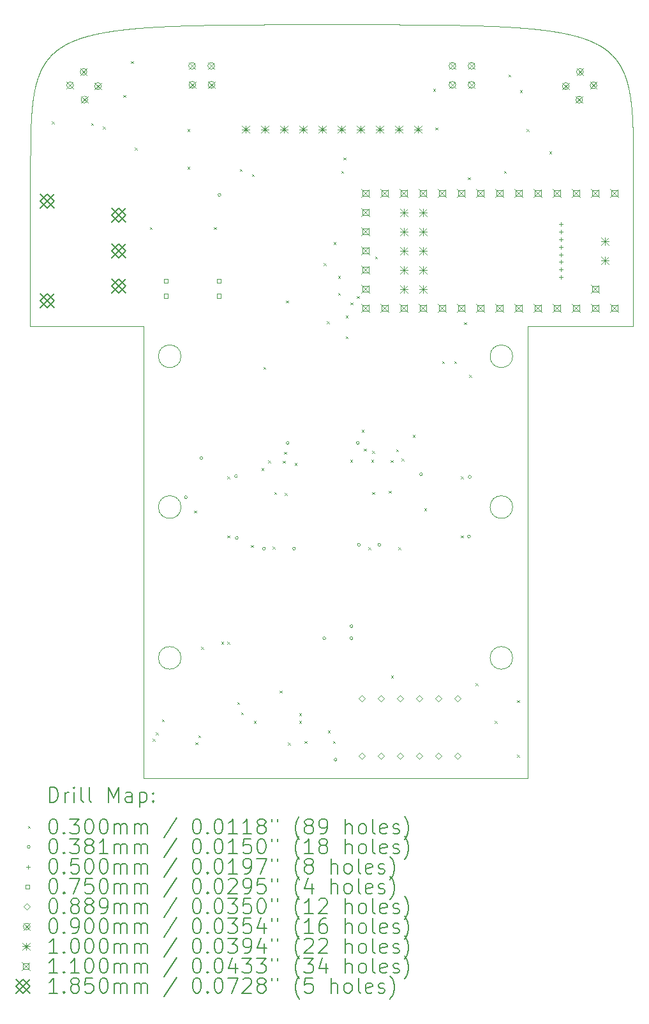
<source format=gbr>
%TF.GenerationSoftware,KiCad,Pcbnew,9.0.0*%
%TF.CreationDate,2025-03-26T13:11:32-04:00*%
%TF.ProjectId,Gmouse,476d6f75-7365-42e6-9b69-6361645f7063,rev?*%
%TF.SameCoordinates,Original*%
%TF.FileFunction,Drillmap*%
%TF.FilePolarity,Positive*%
%FSLAX45Y45*%
G04 Gerber Fmt 4.5, Leading zero omitted, Abs format (unit mm)*
G04 Created by KiCad (PCBNEW 9.0.0) date 2025-03-26 13:11:32*
%MOMM*%
%LPD*%
G01*
G04 APERTURE LIST*
%ADD10C,0.050000*%
%ADD11C,0.200000*%
%ADD12C,0.100000*%
%ADD13C,0.110000*%
%ADD14C,0.185000*%
G04 APERTURE END LIST*
D10*
X9400000Y-4000000D02*
X9306981Y-4000001D01*
X9261017Y-4000003D01*
X9215414Y-4000008D01*
X9170173Y-4000015D01*
X9125290Y-4000026D01*
X9080765Y-4000041D01*
X9036597Y-4000061D01*
X8992783Y-4000087D01*
X8949322Y-4000119D01*
X8906213Y-4000159D01*
X8884791Y-4000181D01*
X8863455Y-4000206D01*
X8842207Y-4000233D01*
X8821046Y-4000262D01*
X8799972Y-4000293D01*
X8778985Y-4000327D01*
X8758084Y-4000363D01*
X8737269Y-4000402D01*
X8716541Y-4000444D01*
X8695898Y-4000488D01*
X8675342Y-4000535D01*
X8654871Y-4000586D01*
X8634486Y-4000639D01*
X8614186Y-4000695D01*
X8593971Y-4000755D01*
X8573841Y-4000818D01*
X8553796Y-4000884D01*
X8533835Y-4000954D01*
X8513959Y-4001027D01*
X8494167Y-4001104D01*
X8474459Y-4001185D01*
X8454834Y-4001269D01*
X8435294Y-4001358D01*
X8415837Y-4001450D01*
X8396463Y-4001547D01*
X8377173Y-4001648D01*
X8357965Y-4001753D01*
X8338841Y-4001863D01*
X8319798Y-4001977D01*
X8300839Y-4002095D01*
X8281961Y-4002218D01*
X8263166Y-4002346D01*
X8244453Y-4002479D01*
X8225821Y-4002617D01*
X8207271Y-4002760D01*
X8188802Y-4002907D01*
X8170414Y-4003060D01*
X8152108Y-4003219D01*
X8133882Y-4003382D01*
X8115737Y-4003551D01*
X8097672Y-4003726D01*
X8079687Y-4003906D01*
X8061783Y-4004092D01*
X8043959Y-4004284D01*
X8026214Y-4004482D01*
X8008549Y-4004685D01*
X7990963Y-4004895D01*
X7973457Y-4005111D01*
X7956030Y-4005333D01*
X7938681Y-4005562D01*
X7921411Y-4005797D01*
X7904220Y-4006038D01*
X7887107Y-4006286D01*
X7870072Y-4006541D01*
X7861584Y-4006671D01*
X7853115Y-4006803D01*
X7844665Y-4006936D01*
X7836236Y-4007071D01*
X7827825Y-4007208D01*
X7819434Y-4007347D01*
X7811062Y-4007487D01*
X7802710Y-4007629D01*
X7794377Y-4007773D01*
X7786063Y-4007919D01*
X7777768Y-4008067D01*
X7769493Y-4008216D01*
X7761237Y-4008367D01*
X7753000Y-4008520D01*
X7744783Y-4008675D01*
X7736584Y-4008832D01*
X7728405Y-4008991D01*
X7720244Y-4009151D01*
X7712103Y-4009314D01*
X7703981Y-4009478D01*
X7695878Y-4009644D01*
X7687794Y-4009812D01*
X7679729Y-4009983D01*
X7671683Y-4010155D01*
X7663656Y-4010329D01*
X7655647Y-4010505D01*
X7647658Y-4010683D01*
X7639688Y-4010863D01*
X7631736Y-4011045D01*
X7623803Y-4011229D01*
X7615889Y-4011415D01*
X7607994Y-4011603D01*
X7600118Y-4011794D01*
X7592261Y-4011986D01*
X7584422Y-4012180D01*
X7576602Y-4012377D01*
X7568800Y-4012575D01*
X7561017Y-4012776D01*
X7553253Y-4012979D01*
X7545508Y-4013184D01*
X7537781Y-4013391D01*
X7530073Y-4013600D01*
X7522383Y-4013811D01*
X7514711Y-4014025D01*
X7507059Y-4014241D01*
X7499424Y-4014459D01*
X7491809Y-4014679D01*
X7484211Y-4014901D01*
X7476632Y-4015126D01*
X7469072Y-4015353D01*
X7461530Y-4015582D01*
X7454006Y-4015813D01*
X7446500Y-4016047D01*
X7439013Y-4016283D01*
X7431544Y-4016521D01*
X7424094Y-4016762D01*
X7416661Y-4017005D01*
X7409247Y-4017250D01*
X7401851Y-4017498D01*
X7394473Y-4017747D01*
X7387113Y-4018000D01*
X7379772Y-4018255D01*
X7372449Y-4018512D01*
X7365143Y-4018771D01*
X7357856Y-4019033D01*
X7350587Y-4019297D01*
X7343335Y-4019564D01*
X7336102Y-4019833D01*
X7328887Y-4020105D01*
X7321689Y-4020379D01*
X7314510Y-4020656D01*
X7307349Y-4020935D01*
X7300205Y-4021217D01*
X7293079Y-4021501D01*
X7285971Y-4021787D01*
X7278881Y-4022077D01*
X7271809Y-4022368D01*
X7264754Y-4022663D01*
X7257717Y-4022960D01*
X7250698Y-4023259D01*
X7243697Y-4023561D01*
X7236713Y-4023866D01*
X7229747Y-4024173D01*
X7222799Y-4024483D01*
X7215868Y-4024796D01*
X7208955Y-4025111D01*
X7202059Y-4025429D01*
X7195181Y-4025749D01*
X7188321Y-4026072D01*
X7181478Y-4026398D01*
X7174652Y-4026727D01*
X7167844Y-4027058D01*
X7161053Y-4027392D01*
X7154280Y-4027729D01*
X7147524Y-4028069D01*
X7140786Y-4028411D01*
X7134064Y-4028756D01*
X7127361Y-4029104D01*
X7120674Y-4029454D01*
X7114005Y-4029808D01*
X7107353Y-4030164D01*
X7100718Y-4030523D01*
X7094100Y-4030885D01*
X7087500Y-4031250D01*
X7080917Y-4031618D01*
X7074351Y-4031988D01*
X7067802Y-4032362D01*
X7061270Y-4032738D01*
X7054755Y-4033117D01*
X7048257Y-4033499D01*
X7041777Y-4033884D01*
X7035313Y-4034272D01*
X7028866Y-4034663D01*
X7022437Y-4035057D01*
X7016024Y-4035454D01*
X7009628Y-4035854D01*
X7003249Y-4036257D01*
X6996887Y-4036662D01*
X6990542Y-4037071D01*
X6984213Y-4037483D01*
X6977902Y-4037898D01*
X6971607Y-4038316D01*
X6965329Y-4038737D01*
X6959067Y-4039161D01*
X6952823Y-4039588D01*
X6946595Y-4040019D01*
X6940384Y-4040452D01*
X6934189Y-4040889D01*
X6928011Y-4041328D01*
X6921850Y-4041771D01*
X6915705Y-4042217D01*
X6909577Y-4042666D01*
X6903465Y-4043119D01*
X6897370Y-4043574D01*
X6891292Y-4044033D01*
X6885229Y-4044495D01*
X6879184Y-4044960D01*
X6873154Y-4045428D01*
X6867142Y-4045900D01*
X6861145Y-4046374D01*
X6855165Y-4046852D01*
X6849201Y-4047334D01*
X6843254Y-4047818D01*
X6837323Y-4048306D01*
X6831408Y-4048798D01*
X6825509Y-4049292D01*
X6819627Y-4049790D01*
X6813760Y-4050291D01*
X6807910Y-4050796D01*
X6802076Y-4051304D01*
X6796259Y-4051815D01*
X6790457Y-4052330D01*
X6784672Y-4052848D01*
X6778902Y-4053370D01*
X6773149Y-4053895D01*
X6767411Y-4054423D01*
X6761690Y-4054955D01*
X6755985Y-4055490D01*
X6750295Y-4056029D01*
X6744622Y-4056571D01*
X6738964Y-4057117D01*
X6733322Y-4057666D01*
X6727697Y-4058219D01*
X6722087Y-4058775D01*
X6716492Y-4059335D01*
X6710914Y-4059898D01*
X6705351Y-4060465D01*
X6699805Y-4061035D01*
X6694274Y-4061609D01*
X6688758Y-4062187D01*
X6683259Y-4062768D01*
X6677775Y-4063353D01*
X6672306Y-4063941D01*
X6666853Y-4064533D01*
X6661416Y-4065129D01*
X6655995Y-4065728D01*
X6650589Y-4066331D01*
X6645198Y-4066938D01*
X6639823Y-4067548D01*
X6634464Y-4068162D01*
X6629120Y-4068780D01*
X6623791Y-4069402D01*
X6618478Y-4070027D01*
X6613180Y-4070656D01*
X6607898Y-4071289D01*
X6602631Y-4071925D01*
X6597379Y-4072565D01*
X6592143Y-4073209D01*
X6586922Y-4073857D01*
X6581716Y-4074509D01*
X6576526Y-4075164D01*
X6571350Y-4075824D01*
X6566190Y-4076487D01*
X6561045Y-4077154D01*
X6555916Y-4077825D01*
X6550801Y-4078500D01*
X6545701Y-4079178D01*
X6540617Y-4079861D01*
X6535547Y-4080547D01*
X6530493Y-4081238D01*
X6525454Y-4081932D01*
X6520429Y-4082630D01*
X6515420Y-4083333D01*
X6510426Y-4084039D01*
X6505446Y-4084749D01*
X6500482Y-4085463D01*
X6495532Y-4086181D01*
X6490597Y-4086904D01*
X6485677Y-4087630D01*
X6480772Y-4088360D01*
X6475882Y-4089094D01*
X6471006Y-4089833D01*
X6466145Y-4090575D01*
X6461299Y-4091322D01*
X6456468Y-4092072D01*
X6451651Y-4092827D01*
X6446849Y-4093586D01*
X6442061Y-4094349D01*
X6437289Y-4095116D01*
X6432530Y-4095887D01*
X6427787Y-4096662D01*
X6423058Y-4097442D01*
X6418343Y-4098225D01*
X6413643Y-4099013D01*
X6408958Y-4099805D01*
X6404287Y-4100602D01*
X6399630Y-4101402D01*
X6394988Y-4102207D01*
X6390360Y-4103016D01*
X6385746Y-4103829D01*
X6381147Y-4104647D01*
X6376562Y-4105469D01*
X6371992Y-4106295D01*
X6367436Y-4107125D01*
X6362894Y-4107960D01*
X6358366Y-4108799D01*
X6353853Y-4109642D01*
X6349353Y-4110490D01*
X6344868Y-4111342D01*
X6340397Y-4112199D01*
X6335940Y-4113060D01*
X6331498Y-4113925D01*
X6327069Y-4114795D01*
X6322654Y-4115669D01*
X6318254Y-4116547D01*
X6313867Y-4117430D01*
X6309495Y-4118317D01*
X6305136Y-4119209D01*
X6300791Y-4120106D01*
X6296461Y-4121006D01*
X6292144Y-4121912D01*
X6287841Y-4122821D01*
X6283552Y-4123736D01*
X6279277Y-4124655D01*
X6275015Y-4125578D01*
X6270768Y-4126506D01*
X6266534Y-4127438D01*
X6262314Y-4128375D01*
X6258107Y-4129317D01*
X6253914Y-4130263D01*
X6249735Y-4131214D01*
X6245570Y-4132169D01*
X6241418Y-4133129D01*
X6237280Y-4134094D01*
X6233156Y-4135064D01*
X6229045Y-4136038D01*
X6224947Y-4137016D01*
X6220863Y-4138000D01*
X6216793Y-4138988D01*
X6212736Y-4139980D01*
X6208693Y-4140978D01*
X6204663Y-4141980D01*
X6200646Y-4142987D01*
X6196643Y-4143999D01*
X6192653Y-4145015D01*
X6188676Y-4146036D01*
X6184713Y-4147062D01*
X6182737Y-4147577D01*
X6180763Y-4148093D01*
X6178793Y-4148610D01*
X6176827Y-4149129D01*
X6174863Y-4149649D01*
X6172903Y-4150169D01*
X6170947Y-4150691D01*
X6168993Y-4151215D01*
X6167043Y-4151739D01*
X6165096Y-4152265D01*
X6163153Y-4152792D01*
X6161213Y-4153320D01*
X6159276Y-4153849D01*
X6157342Y-4154379D01*
X6155412Y-4154911D01*
X6153485Y-4155444D01*
X6151561Y-4155978D01*
X6149640Y-4156514D01*
X6147723Y-4157050D01*
X6145809Y-4157588D01*
X6143898Y-4158127D01*
X6141991Y-4158668D01*
X6140087Y-4159209D01*
X6138186Y-4159752D01*
X6136288Y-4160296D01*
X6134394Y-4160841D01*
X6132503Y-4161387D01*
X6130615Y-4161935D01*
X6128730Y-4162484D01*
X6126849Y-4163034D01*
X6124971Y-4163586D01*
X6123096Y-4164138D01*
X6121224Y-4164692D01*
X6119356Y-4165247D01*
X6117490Y-4165804D01*
X6115628Y-4166361D01*
X6113770Y-4166920D01*
X6111914Y-4167480D01*
X6110062Y-4168042D01*
X6108213Y-4168604D01*
X6106367Y-4169168D01*
X6104524Y-4169733D01*
X6102684Y-4170300D01*
X6100848Y-4170868D01*
X6099015Y-4171436D01*
X6097185Y-4172007D01*
X6095359Y-4172578D01*
X6093535Y-4173151D01*
X6091715Y-4173725D01*
X6089898Y-4174300D01*
X6088084Y-4174877D01*
X6086273Y-4175454D01*
X6084465Y-4176033D01*
X6082661Y-4176614D01*
X6080860Y-4177195D01*
X6079062Y-4177778D01*
X6077267Y-4178362D01*
X6075475Y-4178948D01*
X6073687Y-4179535D01*
X6071901Y-4180123D01*
X6070119Y-4180712D01*
X6068340Y-4181302D01*
X6066564Y-4181894D01*
X6064791Y-4182487D01*
X6063022Y-4183082D01*
X6061255Y-4183677D01*
X6059492Y-4184274D01*
X6057732Y-4184873D01*
X6055974Y-4185472D01*
X6054221Y-4186073D01*
X6052470Y-4186675D01*
X6050722Y-4187279D01*
X6048977Y-4187884D01*
X6047236Y-4188490D01*
X6045498Y-4189097D01*
X6043762Y-4189706D01*
X6042030Y-4190316D01*
X6040301Y-4190927D01*
X6038576Y-4191540D01*
X6036853Y-4192154D01*
X6035133Y-4192769D01*
X6033417Y-4193385D01*
X6031703Y-4194003D01*
X6029993Y-4194622D01*
X6028285Y-4195243D01*
X6026581Y-4195865D01*
X6024880Y-4196488D01*
X6023182Y-4197112D01*
X6021487Y-4197738D01*
X6019795Y-4198365D01*
X6018106Y-4198993D01*
X6016421Y-4199623D01*
X6014738Y-4200254D01*
X6013058Y-4200887D01*
X6011382Y-4201520D01*
X6009708Y-4202155D01*
X6008038Y-4202792D01*
X6006370Y-4203429D01*
X6004706Y-4204069D01*
X6003045Y-4204709D01*
X6001387Y-4205351D01*
X5999731Y-4205994D01*
X5998079Y-4206638D01*
X5996430Y-4207284D01*
X5994784Y-4207931D01*
X5993141Y-4208579D01*
X5991501Y-4209229D01*
X5989864Y-4209880D01*
X5988230Y-4210533D01*
X5986599Y-4211187D01*
X5984971Y-4211842D01*
X5983346Y-4212498D01*
X5981724Y-4213156D01*
X5980105Y-4213815D01*
X5978490Y-4214476D01*
X5976877Y-4215138D01*
X5975267Y-4215801D01*
X5973660Y-4216466D01*
X5972056Y-4217132D01*
X5970455Y-4217799D01*
X5968857Y-4218468D01*
X5967262Y-4219138D01*
X5965670Y-4219810D01*
X5964081Y-4220483D01*
X5962495Y-4221157D01*
X5960912Y-4221833D01*
X5959332Y-4222510D01*
X5957755Y-4223188D01*
X5956181Y-4223868D01*
X5954610Y-4224549D01*
X5953042Y-4225231D01*
X5951477Y-4225915D01*
X5949914Y-4226601D01*
X5948355Y-4227287D01*
X5946799Y-4227975D01*
X5945245Y-4228665D01*
X5943695Y-4229356D01*
X5942147Y-4230048D01*
X5940603Y-4230741D01*
X5939061Y-4231437D01*
X5937522Y-4232133D01*
X5935987Y-4232831D01*
X5934454Y-4233530D01*
X5932924Y-4234230D01*
X5931397Y-4234932D01*
X5929873Y-4235636D01*
X5928352Y-4236341D01*
X5926833Y-4237047D01*
X5925318Y-4237754D01*
X5923806Y-4238463D01*
X5922296Y-4239174D01*
X5920789Y-4239886D01*
X5919286Y-4240599D01*
X5917785Y-4241314D01*
X5916287Y-4242030D01*
X5914792Y-4242747D01*
X5913300Y-4243466D01*
X5911810Y-4244186D01*
X5910324Y-4244908D01*
X5908841Y-4245631D01*
X5907360Y-4246356D01*
X5905882Y-4247082D01*
X5904407Y-4247809D01*
X5902935Y-4248538D01*
X5901466Y-4249268D01*
X5900000Y-4250000D01*
X5898537Y-4250733D01*
X5897076Y-4251468D01*
X5895618Y-4252204D01*
X5894163Y-4252941D01*
X5892711Y-4253680D01*
X5891262Y-4254420D01*
X5889816Y-4255162D01*
X5888373Y-4255905D01*
X5886932Y-4256650D01*
X5885494Y-4257396D01*
X5884059Y-4258144D01*
X5882627Y-4258893D01*
X5881198Y-4259643D01*
X5879771Y-4260395D01*
X5878348Y-4261148D01*
X5876927Y-4261903D01*
X5875509Y-4262659D01*
X5874094Y-4263417D01*
X5872681Y-4264176D01*
X5871272Y-4264936D01*
X5869865Y-4265698D01*
X5868461Y-4266462D01*
X5867060Y-4267227D01*
X5865661Y-4267993D01*
X5864266Y-4268761D01*
X5862873Y-4269531D01*
X5861483Y-4270301D01*
X5860096Y-4271074D01*
X5858711Y-4271847D01*
X5857330Y-4272623D01*
X5855951Y-4273399D01*
X5854575Y-4274178D01*
X5853201Y-4274957D01*
X5851831Y-4275738D01*
X5850463Y-4276521D01*
X5849098Y-4277305D01*
X5847736Y-4278091D01*
X5846376Y-4278878D01*
X5845019Y-4279666D01*
X5843665Y-4280456D01*
X5842314Y-4281248D01*
X5840965Y-4282041D01*
X5839620Y-4282835D01*
X5838277Y-4283631D01*
X5836936Y-4284429D01*
X5835599Y-4285228D01*
X5834264Y-4286028D01*
X5832932Y-4286830D01*
X5831602Y-4287633D01*
X5830276Y-4288438D01*
X5828952Y-4289245D01*
X5827631Y-4290053D01*
X5826312Y-4290862D01*
X5824996Y-4291673D01*
X5823683Y-4292486D01*
X5822373Y-4293300D01*
X5821065Y-4294115D01*
X5819760Y-4294932D01*
X5818458Y-4295751D01*
X5817159Y-4296571D01*
X5815862Y-4297392D01*
X5814568Y-4298215D01*
X5813276Y-4299040D01*
X5811987Y-4299866D01*
X5810701Y-4300693D01*
X5809418Y-4301522D01*
X5808137Y-4302353D01*
X5806859Y-4303185D01*
X5805583Y-4304019D01*
X5804311Y-4304854D01*
X5803041Y-4305691D01*
X5801773Y-4306529D01*
X5800508Y-4307369D01*
X5799246Y-4308210D01*
X5797987Y-4309053D01*
X5796730Y-4309898D01*
X5795476Y-4310744D01*
X5794224Y-4311591D01*
X5792976Y-4312440D01*
X5791729Y-4313291D01*
X5790486Y-4314143D01*
X5789245Y-4314996D01*
X5788006Y-4315852D01*
X5786771Y-4316708D01*
X5785538Y-4317567D01*
X5784307Y-4318426D01*
X5783079Y-4319288D01*
X5781854Y-4320151D01*
X5780632Y-4321015D01*
X5779412Y-4321881D01*
X5778194Y-4322749D01*
X5776980Y-4323618D01*
X5775767Y-4324489D01*
X5774558Y-4325361D01*
X5773351Y-4326235D01*
X5772147Y-4327110D01*
X5770945Y-4327987D01*
X5769746Y-4328866D01*
X5768549Y-4329746D01*
X5767355Y-4330628D01*
X5766164Y-4331511D01*
X5764975Y-4332396D01*
X5763788Y-4333282D01*
X5762605Y-4334170D01*
X5761424Y-4335060D01*
X5760245Y-4335951D01*
X5759069Y-4336843D01*
X5757896Y-4337738D01*
X5756725Y-4338634D01*
X5755557Y-4339531D01*
X5754391Y-4340430D01*
X5753228Y-4341331D01*
X5752067Y-4342233D01*
X5750909Y-4343137D01*
X5749753Y-4344042D01*
X5748600Y-4344949D01*
X5747450Y-4345857D01*
X5746302Y-4346768D01*
X5745156Y-4347679D01*
X5744013Y-4348593D01*
X5742873Y-4349508D01*
X5741735Y-4350424D01*
X5740600Y-4351342D01*
X5739467Y-4352262D01*
X5738337Y-4353183D01*
X5737209Y-4354106D01*
X5736084Y-4355031D01*
X5734961Y-4355957D01*
X5733841Y-4356885D01*
X5732723Y-4357814D01*
X5731608Y-4358745D01*
X5730495Y-4359678D01*
X5729385Y-4360612D01*
X5728277Y-4361548D01*
X5727171Y-4362485D01*
X5726069Y-4363424D01*
X5724968Y-4364365D01*
X5723870Y-4365307D01*
X5722775Y-4366251D01*
X5721682Y-4367197D01*
X5720592Y-4368144D01*
X5719504Y-4369093D01*
X5718418Y-4370043D01*
X5717335Y-4370996D01*
X5716254Y-4371949D01*
X5715176Y-4372905D01*
X5714101Y-4373862D01*
X5713027Y-4374820D01*
X5711957Y-4375780D01*
X5710888Y-4376742D01*
X5709822Y-4377706D01*
X5708759Y-4378671D01*
X5707698Y-4379638D01*
X5706639Y-4380606D01*
X5705583Y-4381576D01*
X5704529Y-4382548D01*
X5703478Y-4383522D01*
X5702429Y-4384497D01*
X5701383Y-4385473D01*
X5700339Y-4386452D01*
X5699297Y-4387432D01*
X5698258Y-4388413D01*
X5697221Y-4389397D01*
X5696187Y-4390382D01*
X5695155Y-4391368D01*
X5694125Y-4392357D01*
X5693098Y-4393347D01*
X5692073Y-4394338D01*
X5691051Y-4395332D01*
X5690031Y-4396327D01*
X5689013Y-4397323D01*
X5687998Y-4398321D01*
X5686985Y-4399321D01*
X5685974Y-4400323D01*
X5684966Y-4401326D01*
X5683960Y-4402331D01*
X5682957Y-4403338D01*
X5681956Y-4404346D01*
X5680957Y-4405356D01*
X5679961Y-4406368D01*
X5678967Y-4407382D01*
X5677975Y-4408397D01*
X5676986Y-4409413D01*
X5675999Y-4410432D01*
X5675015Y-4411452D01*
X5674033Y-4412474D01*
X5673053Y-4413497D01*
X5672075Y-4414522D01*
X5671100Y-4415549D01*
X5670127Y-4416578D01*
X5669157Y-4417608D01*
X5668188Y-4418640D01*
X5667223Y-4419674D01*
X5666259Y-4420709D01*
X5665298Y-4421746D01*
X5664339Y-4422785D01*
X5663382Y-4423826D01*
X5662428Y-4424868D01*
X5661476Y-4425912D01*
X5660526Y-4426957D01*
X5659579Y-4428005D01*
X5658634Y-4429054D01*
X5657691Y-4430104D01*
X5656751Y-4431157D01*
X5655812Y-4432211D01*
X5654877Y-4433267D01*
X5653943Y-4434325D01*
X5653012Y-4435384D01*
X5652083Y-4436445D01*
X5651156Y-4437508D01*
X5650231Y-4438572D01*
X5649309Y-4439638D01*
X5648389Y-4440706D01*
X5647471Y-4441776D01*
X5646556Y-4442847D01*
X5645643Y-4443921D01*
X5644732Y-4444995D01*
X5643823Y-4446072D01*
X5642917Y-4447150D01*
X5642013Y-4448230D01*
X5641111Y-4449312D01*
X5640211Y-4450396D01*
X5639314Y-4451481D01*
X5638419Y-4452568D01*
X5637526Y-4453657D01*
X5636635Y-4454747D01*
X5635746Y-4455840D01*
X5634860Y-4456934D01*
X5633976Y-4458029D01*
X5633094Y-4459127D01*
X5632215Y-4460226D01*
X5631337Y-4461327D01*
X5630462Y-4462430D01*
X5629589Y-4463535D01*
X5628718Y-4464641D01*
X5627850Y-4465749D01*
X5626983Y-4466859D01*
X5626119Y-4467970D01*
X5625257Y-4469084D01*
X5624398Y-4470199D01*
X5623540Y-4471316D01*
X5622685Y-4472434D01*
X5621831Y-4473555D01*
X5620980Y-4474677D01*
X5620132Y-4475801D01*
X5619285Y-4476926D01*
X5618440Y-4478054D01*
X5617598Y-4479183D01*
X5616758Y-4480314D01*
X5615920Y-4481447D01*
X5615084Y-4482582D01*
X5614251Y-4483718D01*
X5613419Y-4484856D01*
X5612590Y-4485996D01*
X5611762Y-4487138D01*
X5610937Y-4488281D01*
X5610115Y-4489427D01*
X5609294Y-4490574D01*
X5608475Y-4491723D01*
X5607659Y-4492873D01*
X5606844Y-4494026D01*
X5606032Y-4495180D01*
X5605222Y-4496336D01*
X5604414Y-4497494D01*
X5603608Y-4498654D01*
X5602805Y-4499815D01*
X5602003Y-4500978D01*
X5601203Y-4502143D01*
X5600406Y-4503310D01*
X5599611Y-4504479D01*
X5598818Y-4505649D01*
X5598027Y-4506822D01*
X5597238Y-4507996D01*
X5596451Y-4509172D01*
X5595666Y-4510349D01*
X5594883Y-4511529D01*
X5594103Y-4512710D01*
X5593324Y-4513894D01*
X5592548Y-4515079D01*
X5591774Y-4516265D01*
X5591001Y-4517454D01*
X5590231Y-4518644D01*
X5589463Y-4519837D01*
X5588697Y-4521031D01*
X5587933Y-4522227D01*
X5587171Y-4523425D01*
X5586412Y-4524624D01*
X5585654Y-4525826D01*
X5584898Y-4527029D01*
X5584144Y-4528234D01*
X5583393Y-4529441D01*
X5582643Y-4530650D01*
X5581896Y-4531860D01*
X5581150Y-4533073D01*
X5580407Y-4534287D01*
X5579665Y-4535503D01*
X5578926Y-4536721D01*
X5578189Y-4537941D01*
X5577453Y-4539163D01*
X5576720Y-4540386D01*
X5575989Y-4541611D01*
X5575260Y-4542839D01*
X5574532Y-4544068D01*
X5573807Y-4545299D01*
X5573084Y-4546531D01*
X5572363Y-4547766D01*
X5571644Y-4549003D01*
X5570926Y-4550241D01*
X5570211Y-4551481D01*
X5569498Y-4552723D01*
X5568787Y-4553967D01*
X5568078Y-4555213D01*
X5567371Y-4556461D01*
X5566665Y-4557710D01*
X5565962Y-4558962D01*
X5565261Y-4560215D01*
X5564562Y-4561470D01*
X5563864Y-4562727D01*
X5563169Y-4563986D01*
X5562476Y-4565247D01*
X5561784Y-4566509D01*
X5561095Y-4567774D01*
X5560407Y-4569040D01*
X5559722Y-4570309D01*
X5559038Y-4571579D01*
X5558357Y-4572851D01*
X5557677Y-4574125D01*
X5556999Y-4575401D01*
X5556324Y-4576678D01*
X5555650Y-4577958D01*
X5554978Y-4579239D01*
X5554308Y-4580523D01*
X5553640Y-4581808D01*
X5552974Y-4583095D01*
X5552310Y-4584384D01*
X5551648Y-4585675D01*
X5550987Y-4586968D01*
X5550329Y-4588263D01*
X5549672Y-4589560D01*
X5549018Y-4590858D01*
X5548365Y-4592159D01*
X5547715Y-4593461D01*
X5547066Y-4594765D01*
X5546419Y-4596072D01*
X5545774Y-4597380D01*
X5545131Y-4598690D01*
X5544490Y-4600002D01*
X5543850Y-4601316D01*
X5543213Y-4602631D01*
X5542577Y-4603949D01*
X5541943Y-4605269D01*
X5541312Y-4606590D01*
X5540682Y-4607914D01*
X5540054Y-4609239D01*
X5539428Y-4610567D01*
X5538803Y-4611896D01*
X5538181Y-4613227D01*
X5537560Y-4614560D01*
X5536942Y-4615895D01*
X5536325Y-4617232D01*
X5535710Y-4618571D01*
X5535097Y-4619912D01*
X5534485Y-4621255D01*
X5533876Y-4622599D01*
X5533268Y-4623946D01*
X5532662Y-4625294D01*
X5532059Y-4626645D01*
X5531456Y-4627997D01*
X5530856Y-4629352D01*
X5530258Y-4630708D01*
X5529661Y-4632067D01*
X5529066Y-4633427D01*
X5528473Y-4634789D01*
X5527882Y-4636153D01*
X5527293Y-4637519D01*
X5526705Y-4638887D01*
X5526120Y-4640257D01*
X5525536Y-4641629D01*
X5524954Y-4643003D01*
X5524374Y-4644379D01*
X5523795Y-4645757D01*
X5523218Y-4647137D01*
X5522643Y-4648519D01*
X5522070Y-4649902D01*
X5521499Y-4651288D01*
X5520930Y-4652676D01*
X5520362Y-4654065D01*
X5519796Y-4655457D01*
X5519232Y-4656851D01*
X5518669Y-4658246D01*
X5518109Y-4659644D01*
X5517550Y-4661043D01*
X5516993Y-4662445D01*
X5516437Y-4663848D01*
X5515884Y-4665254D01*
X5515332Y-4666661D01*
X5514782Y-4668071D01*
X5514233Y-4669482D01*
X5513687Y-4670895D01*
X5513142Y-4672311D01*
X5512599Y-4673728D01*
X5512058Y-4675148D01*
X5511518Y-4676569D01*
X5510980Y-4677992D01*
X5510444Y-4679418D01*
X5509910Y-4680845D01*
X5509377Y-4682274D01*
X5508846Y-4683706D01*
X5508317Y-4685139D01*
X5507789Y-4686574D01*
X5507263Y-4688012D01*
X5506739Y-4689451D01*
X5506217Y-4690892D01*
X5505696Y-4692336D01*
X5505177Y-4693781D01*
X5504660Y-4695229D01*
X5504145Y-4696678D01*
X5503631Y-4698129D01*
X5503118Y-4699583D01*
X5502608Y-4701038D01*
X5502099Y-4702496D01*
X5501592Y-4703955D01*
X5501087Y-4705417D01*
X5500583Y-4706880D01*
X5500081Y-4708346D01*
X5499580Y-4709813D01*
X5499082Y-4711283D01*
X5498585Y-4712755D01*
X5498089Y-4714228D01*
X5497595Y-4715704D01*
X5497103Y-4717182D01*
X5496613Y-4718661D01*
X5496124Y-4720143D01*
X5495637Y-4721627D01*
X5495152Y-4723113D01*
X5494668Y-4724601D01*
X5494186Y-4726091D01*
X5493705Y-4727583D01*
X5493226Y-4729077D01*
X5492749Y-4730573D01*
X5492273Y-4732071D01*
X5491799Y-4733571D01*
X5491327Y-4735073D01*
X5490856Y-4736577D01*
X5490387Y-4738084D01*
X5489920Y-4739592D01*
X5489454Y-4741102D01*
X5488989Y-4742615D01*
X5488527Y-4744129D01*
X5488066Y-4745646D01*
X5487606Y-4747164D01*
X5487148Y-4748685D01*
X5486692Y-4750208D01*
X5486237Y-4751733D01*
X5485784Y-4753260D01*
X5485333Y-4754789D01*
X5484883Y-4756320D01*
X5484434Y-4757853D01*
X5483988Y-4759388D01*
X5483543Y-4760925D01*
X5483099Y-4762464D01*
X5482657Y-4764006D01*
X5482216Y-4765549D01*
X5481778Y-4767095D01*
X5481340Y-4768642D01*
X5480905Y-4770192D01*
X5480470Y-4771744D01*
X5480038Y-4773298D01*
X5479607Y-4774853D01*
X5479177Y-4776411D01*
X5478749Y-4777972D01*
X5478323Y-4779534D01*
X5477898Y-4781098D01*
X5477474Y-4782664D01*
X5477053Y-4784233D01*
X5476632Y-4785803D01*
X5476214Y-4787376D01*
X5475796Y-4788951D01*
X5475381Y-4790528D01*
X5474966Y-4792107D01*
X5474143Y-4795271D01*
X5473325Y-4798444D01*
X5472513Y-4801625D01*
X5471708Y-4804814D01*
X5470908Y-4808012D01*
X5470114Y-4811218D01*
X5469326Y-4814433D01*
X5468544Y-4817657D01*
X5467768Y-4820888D01*
X5466998Y-4824129D01*
X5466234Y-4827378D01*
X5465476Y-4830635D01*
X5464723Y-4833901D01*
X5463976Y-4837175D01*
X5463235Y-4840458D01*
X5462500Y-4843750D01*
X5461770Y-4847050D01*
X5461047Y-4850359D01*
X5460328Y-4853676D01*
X5459616Y-4857002D01*
X5458909Y-4860337D01*
X5458208Y-4863680D01*
X5457512Y-4867032D01*
X5456822Y-4870393D01*
X5456137Y-4873762D01*
X5455458Y-4877140D01*
X5454785Y-4880527D01*
X5454117Y-4883922D01*
X5453454Y-4887326D01*
X5452797Y-4890739D01*
X5452145Y-4894160D01*
X5451498Y-4897591D01*
X5450857Y-4901030D01*
X5450222Y-4904478D01*
X5449591Y-4907934D01*
X5448966Y-4911400D01*
X5448346Y-4914874D01*
X5447732Y-4918357D01*
X5447123Y-4921849D01*
X5446518Y-4925349D01*
X5445919Y-4928859D01*
X5445326Y-4932377D01*
X5444737Y-4935904D01*
X5444154Y-4939441D01*
X5443575Y-4942986D01*
X5443002Y-4946540D01*
X5442433Y-4950103D01*
X5441870Y-4953674D01*
X5441312Y-4957255D01*
X5440759Y-4960845D01*
X5440210Y-4964443D01*
X5439667Y-4968051D01*
X5439128Y-4971668D01*
X5438595Y-4975293D01*
X5438066Y-4978928D01*
X5437542Y-4982572D01*
X5437023Y-4986224D01*
X5436509Y-4989886D01*
X5436000Y-4993557D01*
X5435495Y-4997237D01*
X5434995Y-5000926D01*
X5434500Y-5004624D01*
X5434009Y-5008331D01*
X5433524Y-5012047D01*
X5433042Y-5015772D01*
X5432566Y-5019507D01*
X5432094Y-5023250D01*
X5431627Y-5027003D01*
X5431164Y-5030765D01*
X5430705Y-5034536D01*
X5430252Y-5038316D01*
X5429802Y-5042106D01*
X5429358Y-5045904D01*
X5428917Y-5049712D01*
X5428481Y-5053529D01*
X5428050Y-5057356D01*
X5427623Y-5061191D01*
X5427200Y-5065036D01*
X5426781Y-5068891D01*
X5426367Y-5072754D01*
X5425957Y-5076627D01*
X5425552Y-5080509D01*
X5425150Y-5084400D01*
X5424753Y-5088301D01*
X5424360Y-5092211D01*
X5423972Y-5096130D01*
X5423587Y-5100059D01*
X5423207Y-5103997D01*
X5422830Y-5107945D01*
X5422458Y-5111902D01*
X5422090Y-5115868D01*
X5421726Y-5119844D01*
X5421366Y-5123829D01*
X5421010Y-5127824D01*
X5420658Y-5131828D01*
X5420309Y-5135841D01*
X5419965Y-5139864D01*
X5419625Y-5143897D01*
X5419289Y-5147939D01*
X5418956Y-5151991D01*
X5418627Y-5156052D01*
X5418302Y-5160122D01*
X5417981Y-5164202D01*
X5417664Y-5168292D01*
X5417350Y-5172391D01*
X5417041Y-5176500D01*
X5416735Y-5180619D01*
X5416432Y-5184747D01*
X5416133Y-5188884D01*
X5415838Y-5193032D01*
X5415547Y-5197188D01*
X5415259Y-5201355D01*
X5414975Y-5205531D01*
X5414694Y-5209717D01*
X5414417Y-5213913D01*
X5414143Y-5218118D01*
X5413873Y-5222333D01*
X5413606Y-5226557D01*
X5413342Y-5230792D01*
X5413083Y-5235036D01*
X5412826Y-5239290D01*
X5412573Y-5243553D01*
X5412323Y-5247827D01*
X5412077Y-5252110D01*
X5411834Y-5256403D01*
X5411594Y-5260706D01*
X5411357Y-5265018D01*
X5411124Y-5269341D01*
X5410894Y-5273673D01*
X5410667Y-5278015D01*
X5410443Y-5282367D01*
X5410222Y-5286729D01*
X5410005Y-5291100D01*
X5409790Y-5295482D01*
X5409579Y-5299873D01*
X5409371Y-5304275D01*
X5409166Y-5308686D01*
X5408963Y-5313107D01*
X5408764Y-5317538D01*
X5408568Y-5321979D01*
X5408375Y-5326431D01*
X5408185Y-5330892D01*
X5407997Y-5335363D01*
X5407813Y-5339844D01*
X5407631Y-5344335D01*
X5407452Y-5348836D01*
X5407276Y-5353347D01*
X5407103Y-5357868D01*
X5406932Y-5362400D01*
X5406765Y-5366941D01*
X5406600Y-5371492D01*
X5406437Y-5376054D01*
X5406278Y-5380625D01*
X5406121Y-5385207D01*
X5405967Y-5389799D01*
X5405815Y-5394401D01*
X5405666Y-5399013D01*
X5405519Y-5403635D01*
X5405375Y-5408268D01*
X5405234Y-5412911D01*
X5405095Y-5417563D01*
X5404958Y-5422226D01*
X5404824Y-5426900D01*
X5404693Y-5431583D01*
X5404564Y-5436277D01*
X5404437Y-5440981D01*
X5404313Y-5445695D01*
X5404190Y-5450419D01*
X5404071Y-5455154D01*
X5403953Y-5459899D01*
X5403838Y-5464655D01*
X5403725Y-5469420D01*
X5403615Y-5474196D01*
X5403506Y-5478983D01*
X5403400Y-5483779D01*
X5403296Y-5488586D01*
X5403194Y-5493404D01*
X5403094Y-5498232D01*
X5402997Y-5503070D01*
X5402901Y-5507919D01*
X5402807Y-5512778D01*
X5402716Y-5517647D01*
X5402626Y-5522527D01*
X5402539Y-5527417D01*
X5402453Y-5532318D01*
X5402370Y-5537229D01*
X5402288Y-5542151D01*
X5402208Y-5547083D01*
X5402130Y-5552026D01*
X5402054Y-5556979D01*
X5401907Y-5566917D01*
X5401768Y-5576898D01*
X5401635Y-5586920D01*
X5401510Y-5596985D01*
X5401391Y-5607093D01*
X5401278Y-5617243D01*
X5401171Y-5627436D01*
X5401071Y-5637671D01*
X5400977Y-5647949D01*
X5400888Y-5658270D01*
X5400805Y-5668634D01*
X5400727Y-5679042D01*
X5400654Y-5689492D01*
X5400587Y-5699986D01*
X5400524Y-5710523D01*
X5400466Y-5721103D01*
X5400412Y-5731728D01*
X5400363Y-5742395D01*
X5400317Y-5753107D01*
X5400276Y-5763862D01*
X5400238Y-5774661D01*
X5400204Y-5785504D01*
X5400174Y-5796391D01*
X5400146Y-5807323D01*
X5400122Y-5818298D01*
X5400101Y-5829318D01*
X5400082Y-5840383D01*
X5400066Y-5851492D01*
X5400052Y-5862645D01*
X5400040Y-5873843D01*
X5400030Y-5885086D01*
X5400015Y-5907707D01*
X5400006Y-5930508D01*
X5400002Y-5953490D01*
X5400000Y-6000000D01*
X11800000Y-8400000D02*
G75*
G02*
X11500000Y-8400000I-150000J0D01*
G01*
X11500000Y-8400000D02*
G75*
G02*
X11800000Y-8400000I150000J0D01*
G01*
X9400000Y-4000000D02*
X9493020Y-4000001D01*
X9538984Y-4000003D01*
X9584586Y-4000008D01*
X9629827Y-4000015D01*
X9674710Y-4000026D01*
X9719235Y-4000041D01*
X9763403Y-4000061D01*
X9807217Y-4000087D01*
X9850678Y-4000119D01*
X9893787Y-4000159D01*
X9915209Y-4000181D01*
X9936545Y-4000206D01*
X9957793Y-4000233D01*
X9978954Y-4000262D01*
X10000028Y-4000293D01*
X10021016Y-4000327D01*
X10041916Y-4000363D01*
X10062731Y-4000402D01*
X10083459Y-4000444D01*
X10104102Y-4000488D01*
X10124658Y-4000535D01*
X10145129Y-4000586D01*
X10165514Y-4000639D01*
X10185814Y-4000695D01*
X10206029Y-4000755D01*
X10226159Y-4000818D01*
X10246205Y-4000884D01*
X10266165Y-4000954D01*
X10286041Y-4001027D01*
X10305834Y-4001104D01*
X10325542Y-4001185D01*
X10345166Y-4001269D01*
X10364706Y-4001358D01*
X10384163Y-4001450D01*
X10403537Y-4001547D01*
X10422827Y-4001648D01*
X10442035Y-4001753D01*
X10461159Y-4001863D01*
X10480202Y-4001977D01*
X10499161Y-4002095D01*
X10518039Y-4002218D01*
X10536834Y-4002346D01*
X10555547Y-4002479D01*
X10574179Y-4002617D01*
X10592729Y-4002760D01*
X10611198Y-4002907D01*
X10629586Y-4003060D01*
X10647892Y-4003219D01*
X10666118Y-4003382D01*
X10684263Y-4003551D01*
X10702328Y-4003726D01*
X10720313Y-4003906D01*
X10738217Y-4004092D01*
X10756041Y-4004284D01*
X10773786Y-4004482D01*
X10791451Y-4004685D01*
X10809037Y-4004895D01*
X10826543Y-4005111D01*
X10843970Y-4005333D01*
X10861319Y-4005562D01*
X10878589Y-4005797D01*
X10895780Y-4006038D01*
X10912893Y-4006286D01*
X10929928Y-4006541D01*
X10938416Y-4006671D01*
X10946885Y-4006803D01*
X10955335Y-4006936D01*
X10963764Y-4007071D01*
X10972175Y-4007208D01*
X10980566Y-4007347D01*
X10988938Y-4007487D01*
X10997290Y-4007629D01*
X11005623Y-4007773D01*
X11013937Y-4007919D01*
X11022232Y-4008067D01*
X11030507Y-4008216D01*
X11038763Y-4008367D01*
X11047000Y-4008520D01*
X11055217Y-4008675D01*
X11063416Y-4008832D01*
X11071595Y-4008991D01*
X11079756Y-4009151D01*
X11087897Y-4009314D01*
X11096019Y-4009478D01*
X11104122Y-4009644D01*
X11112206Y-4009812D01*
X11120271Y-4009983D01*
X11128317Y-4010155D01*
X11136344Y-4010329D01*
X11144353Y-4010505D01*
X11152342Y-4010683D01*
X11160312Y-4010863D01*
X11168264Y-4011045D01*
X11176197Y-4011229D01*
X11184111Y-4011415D01*
X11192005Y-4011603D01*
X11199882Y-4011794D01*
X11207739Y-4011986D01*
X11215578Y-4012180D01*
X11223398Y-4012377D01*
X11231200Y-4012575D01*
X11238983Y-4012776D01*
X11246747Y-4012979D01*
X11254492Y-4013184D01*
X11262219Y-4013391D01*
X11269927Y-4013600D01*
X11277617Y-4013811D01*
X11285288Y-4014025D01*
X11292941Y-4014241D01*
X11300575Y-4014459D01*
X11308191Y-4014679D01*
X11315789Y-4014901D01*
X11323368Y-4015126D01*
X11330928Y-4015353D01*
X11338470Y-4015582D01*
X11345994Y-4015813D01*
X11353500Y-4016047D01*
X11360987Y-4016283D01*
X11368456Y-4016521D01*
X11375906Y-4016762D01*
X11383339Y-4017005D01*
X11390753Y-4017250D01*
X11398149Y-4017498D01*
X11405527Y-4017747D01*
X11412886Y-4018000D01*
X11420228Y-4018255D01*
X11427551Y-4018512D01*
X11434857Y-4018771D01*
X11442144Y-4019033D01*
X11449413Y-4019297D01*
X11456665Y-4019564D01*
X11463898Y-4019833D01*
X11471113Y-4020105D01*
X11478310Y-4020379D01*
X11485490Y-4020656D01*
X11492651Y-4020935D01*
X11499795Y-4021217D01*
X11506921Y-4021501D01*
X11514029Y-4021787D01*
X11521119Y-4022077D01*
X11528191Y-4022368D01*
X11535246Y-4022663D01*
X11542282Y-4022960D01*
X11549301Y-4023259D01*
X11556303Y-4023561D01*
X11563287Y-4023866D01*
X11570253Y-4024173D01*
X11577201Y-4024483D01*
X11584132Y-4024796D01*
X11591045Y-4025111D01*
X11597941Y-4025429D01*
X11604819Y-4025749D01*
X11611679Y-4026072D01*
X11618522Y-4026398D01*
X11625348Y-4026727D01*
X11632156Y-4027058D01*
X11638947Y-4027392D01*
X11645720Y-4027729D01*
X11652476Y-4028069D01*
X11659214Y-4028411D01*
X11665936Y-4028756D01*
X11672639Y-4029104D01*
X11679326Y-4029454D01*
X11685995Y-4029808D01*
X11692647Y-4030164D01*
X11699282Y-4030523D01*
X11705900Y-4030885D01*
X11712500Y-4031250D01*
X11719083Y-4031618D01*
X11725649Y-4031988D01*
X11732198Y-4032362D01*
X11738730Y-4032738D01*
X11745245Y-4033117D01*
X11751743Y-4033499D01*
X11758223Y-4033884D01*
X11764687Y-4034272D01*
X11771134Y-4034663D01*
X11777563Y-4035057D01*
X11783976Y-4035454D01*
X11790372Y-4035854D01*
X11796751Y-4036257D01*
X11803113Y-4036662D01*
X11809458Y-4037071D01*
X11815787Y-4037483D01*
X11822098Y-4037898D01*
X11828393Y-4038316D01*
X11834671Y-4038737D01*
X11840932Y-4039161D01*
X11847177Y-4039588D01*
X11853405Y-4040019D01*
X11859616Y-4040452D01*
X11865811Y-4040889D01*
X11871989Y-4041328D01*
X11878150Y-4041771D01*
X11884295Y-4042217D01*
X11890423Y-4042666D01*
X11896535Y-4043119D01*
X11902630Y-4043574D01*
X11908708Y-4044033D01*
X11914770Y-4044495D01*
X11920816Y-4044960D01*
X11926845Y-4045428D01*
X11932858Y-4045900D01*
X11938855Y-4046374D01*
X11944835Y-4046852D01*
X11950799Y-4047334D01*
X11956746Y-4047818D01*
X11962677Y-4048306D01*
X11968592Y-4048798D01*
X11974491Y-4049292D01*
X11980373Y-4049790D01*
X11986240Y-4050291D01*
X11992090Y-4050796D01*
X11997923Y-4051304D01*
X12003741Y-4051815D01*
X12009543Y-4052330D01*
X12015328Y-4052848D01*
X12021098Y-4053370D01*
X12026851Y-4053895D01*
X12032589Y-4054423D01*
X12038310Y-4054955D01*
X12044015Y-4055490D01*
X12049705Y-4056029D01*
X12055378Y-4056571D01*
X12061036Y-4057117D01*
X12066678Y-4057666D01*
X12072303Y-4058219D01*
X12077913Y-4058775D01*
X12083508Y-4059335D01*
X12089086Y-4059898D01*
X12094648Y-4060465D01*
X12100195Y-4061035D01*
X12105726Y-4061609D01*
X12111242Y-4062187D01*
X12116741Y-4062768D01*
X12122225Y-4063353D01*
X12127694Y-4063941D01*
X12133146Y-4064533D01*
X12138584Y-4065129D01*
X12144005Y-4065728D01*
X12149411Y-4066331D01*
X12154802Y-4066938D01*
X12160177Y-4067548D01*
X12165536Y-4068162D01*
X12170880Y-4068780D01*
X12176209Y-4069402D01*
X12181522Y-4070027D01*
X12186819Y-4070656D01*
X12192102Y-4071289D01*
X12197369Y-4071925D01*
X12202620Y-4072565D01*
X12207857Y-4073209D01*
X12213078Y-4073857D01*
X12218284Y-4074509D01*
X12223474Y-4075164D01*
X12228649Y-4075824D01*
X12233810Y-4076487D01*
X12238955Y-4077154D01*
X12244084Y-4077825D01*
X12249199Y-4078500D01*
X12254299Y-4079178D01*
X12259383Y-4079861D01*
X12264452Y-4080547D01*
X12269507Y-4081238D01*
X12274546Y-4081932D01*
X12279570Y-4082630D01*
X12284580Y-4083333D01*
X12289574Y-4084039D01*
X12294554Y-4084749D01*
X12299518Y-4085463D01*
X12304468Y-4086181D01*
X12309403Y-4086904D01*
X12314323Y-4087630D01*
X12319228Y-4088360D01*
X12324118Y-4089094D01*
X12328994Y-4089833D01*
X12333855Y-4090575D01*
X12338701Y-4091322D01*
X12343532Y-4092072D01*
X12348349Y-4092827D01*
X12353151Y-4093586D01*
X12357938Y-4094349D01*
X12362711Y-4095116D01*
X12367469Y-4095887D01*
X12372213Y-4096662D01*
X12376942Y-4097442D01*
X12381657Y-4098225D01*
X12386357Y-4099013D01*
X12391042Y-4099805D01*
X12395713Y-4100602D01*
X12400370Y-4101402D01*
X12405012Y-4102207D01*
X12409640Y-4103016D01*
X12414254Y-4103829D01*
X12418853Y-4104647D01*
X12423437Y-4105469D01*
X12428008Y-4106295D01*
X12432564Y-4107125D01*
X12437106Y-4107960D01*
X12441634Y-4108799D01*
X12446147Y-4109642D01*
X12450647Y-4110490D01*
X12455132Y-4111342D01*
X12459603Y-4112199D01*
X12464060Y-4113060D01*
X12468502Y-4113925D01*
X12472931Y-4114795D01*
X12477346Y-4115669D01*
X12481746Y-4116547D01*
X12486133Y-4117430D01*
X12490505Y-4118317D01*
X12494864Y-4119209D01*
X12499208Y-4120106D01*
X12503539Y-4121006D01*
X12507856Y-4121912D01*
X12512159Y-4122821D01*
X12516448Y-4123736D01*
X12520723Y-4124655D01*
X12524985Y-4125578D01*
X12529232Y-4126506D01*
X12533466Y-4127438D01*
X12537686Y-4128375D01*
X12541893Y-4129317D01*
X12546085Y-4130263D01*
X12550264Y-4131214D01*
X12554430Y-4132169D01*
X12558582Y-4133129D01*
X12562720Y-4134094D01*
X12566844Y-4135064D01*
X12570955Y-4136038D01*
X12575053Y-4137016D01*
X12579136Y-4138000D01*
X12583207Y-4138988D01*
X12587264Y-4139980D01*
X12591307Y-4140978D01*
X12595337Y-4141980D01*
X12599354Y-4142987D01*
X12603357Y-4143999D01*
X12607347Y-4145015D01*
X12611323Y-4146036D01*
X12615287Y-4147062D01*
X12617263Y-4147577D01*
X12619237Y-4148093D01*
X12621206Y-4148610D01*
X12623173Y-4149129D01*
X12625136Y-4149649D01*
X12627097Y-4150169D01*
X12629053Y-4150691D01*
X12631007Y-4151215D01*
X12632957Y-4151739D01*
X12634904Y-4152265D01*
X12636847Y-4152792D01*
X12638787Y-4153320D01*
X12640724Y-4153849D01*
X12642658Y-4154379D01*
X12644588Y-4154911D01*
X12646515Y-4155444D01*
X12648439Y-4155978D01*
X12650360Y-4156514D01*
X12652277Y-4157050D01*
X12654191Y-4157588D01*
X12656101Y-4158127D01*
X12658009Y-4158668D01*
X12659913Y-4159209D01*
X12661814Y-4159752D01*
X12663712Y-4160296D01*
X12665606Y-4160841D01*
X12667497Y-4161387D01*
X12669385Y-4161935D01*
X12671270Y-4162484D01*
X12673151Y-4163034D01*
X12675029Y-4163586D01*
X12676904Y-4164138D01*
X12678776Y-4164692D01*
X12680644Y-4165247D01*
X12682510Y-4165804D01*
X12684372Y-4166361D01*
X12686230Y-4166920D01*
X12688086Y-4167480D01*
X12689938Y-4168042D01*
X12691787Y-4168604D01*
X12693633Y-4169168D01*
X12695476Y-4169733D01*
X12697315Y-4170300D01*
X12699152Y-4170868D01*
X12700985Y-4171436D01*
X12702815Y-4172007D01*
X12704641Y-4172578D01*
X12706465Y-4173151D01*
X12708285Y-4173725D01*
X12710102Y-4174300D01*
X12711916Y-4174877D01*
X12713727Y-4175454D01*
X12715535Y-4176033D01*
X12717339Y-4176614D01*
X12719140Y-4177195D01*
X12720938Y-4177778D01*
X12722733Y-4178362D01*
X12724525Y-4178948D01*
X12726313Y-4179535D01*
X12728099Y-4180123D01*
X12729881Y-4180712D01*
X12731660Y-4181302D01*
X12733436Y-4181894D01*
X12735209Y-4182487D01*
X12736978Y-4183082D01*
X12738745Y-4183677D01*
X12740508Y-4184274D01*
X12742268Y-4184873D01*
X12744025Y-4185472D01*
X12745779Y-4186073D01*
X12747530Y-4186675D01*
X12749278Y-4187279D01*
X12751022Y-4187884D01*
X12752764Y-4188490D01*
X12754502Y-4189097D01*
X12756237Y-4189706D01*
X12757969Y-4190316D01*
X12759698Y-4190927D01*
X12761424Y-4191540D01*
X12763147Y-4192154D01*
X12764867Y-4192769D01*
X12766583Y-4193385D01*
X12768297Y-4194003D01*
X12770007Y-4194622D01*
X12771715Y-4195243D01*
X12773419Y-4195865D01*
X12775120Y-4196488D01*
X12776818Y-4197112D01*
X12778513Y-4197738D01*
X12780205Y-4198365D01*
X12781894Y-4198993D01*
X12783579Y-4199623D01*
X12785262Y-4200254D01*
X12786942Y-4200887D01*
X12788618Y-4201520D01*
X12790292Y-4202155D01*
X12791962Y-4202792D01*
X12793629Y-4203429D01*
X12795294Y-4204069D01*
X12796955Y-4204709D01*
X12798613Y-4205351D01*
X12800269Y-4205994D01*
X12801921Y-4206638D01*
X12803570Y-4207284D01*
X12805216Y-4207931D01*
X12806859Y-4208579D01*
X12808499Y-4209229D01*
X12810136Y-4209880D01*
X12811770Y-4210533D01*
X12813401Y-4211187D01*
X12815029Y-4211842D01*
X12816654Y-4212498D01*
X12818276Y-4213156D01*
X12819894Y-4213815D01*
X12821510Y-4214476D01*
X12823123Y-4215138D01*
X12824733Y-4215801D01*
X12826340Y-4216466D01*
X12827944Y-4217132D01*
X12829545Y-4217799D01*
X12831143Y-4218468D01*
X12832738Y-4219138D01*
X12834330Y-4219810D01*
X12835919Y-4220483D01*
X12837505Y-4221157D01*
X12839088Y-4221833D01*
X12840668Y-4222510D01*
X12842245Y-4223188D01*
X12843819Y-4223868D01*
X12845390Y-4224549D01*
X12846958Y-4225231D01*
X12848523Y-4225915D01*
X12850086Y-4226601D01*
X12851645Y-4227287D01*
X12853201Y-4227975D01*
X12854755Y-4228665D01*
X12856305Y-4229356D01*
X12857853Y-4230048D01*
X12859397Y-4230741D01*
X12860939Y-4231437D01*
X12862478Y-4232133D01*
X12864013Y-4232831D01*
X12865546Y-4233530D01*
X12867076Y-4234230D01*
X12868603Y-4234932D01*
X12870127Y-4235636D01*
X12871648Y-4236341D01*
X12873167Y-4237047D01*
X12874682Y-4237754D01*
X12876194Y-4238463D01*
X12877704Y-4239174D01*
X12879210Y-4239886D01*
X12880714Y-4240599D01*
X12882215Y-4241314D01*
X12883713Y-4242030D01*
X12885208Y-4242747D01*
X12886700Y-4243466D01*
X12888189Y-4244186D01*
X12889676Y-4244908D01*
X12891159Y-4245631D01*
X12892640Y-4246356D01*
X12894118Y-4247082D01*
X12895593Y-4247809D01*
X12897065Y-4248538D01*
X12898534Y-4249268D01*
X12900000Y-4250000D01*
X12901463Y-4250733D01*
X12902924Y-4251468D01*
X12904382Y-4252204D01*
X12905836Y-4252941D01*
X12907288Y-4253680D01*
X12908738Y-4254420D01*
X12910184Y-4255162D01*
X12911627Y-4255905D01*
X12913068Y-4256650D01*
X12914506Y-4257396D01*
X12915941Y-4258144D01*
X12917373Y-4258893D01*
X12918802Y-4259643D01*
X12920229Y-4260395D01*
X12921652Y-4261148D01*
X12923073Y-4261903D01*
X12924491Y-4262659D01*
X12925906Y-4263417D01*
X12927319Y-4264176D01*
X12928728Y-4264936D01*
X12930135Y-4265698D01*
X12931539Y-4266462D01*
X12932940Y-4267227D01*
X12934339Y-4267993D01*
X12935734Y-4268761D01*
X12937127Y-4269531D01*
X12938517Y-4270301D01*
X12939904Y-4271074D01*
X12941289Y-4271847D01*
X12942670Y-4272623D01*
X12944049Y-4273399D01*
X12945425Y-4274178D01*
X12946799Y-4274957D01*
X12948169Y-4275738D01*
X12949537Y-4276521D01*
X12950902Y-4277305D01*
X12952264Y-4278091D01*
X12953624Y-4278878D01*
X12954981Y-4279666D01*
X12956335Y-4280456D01*
X12957686Y-4281248D01*
X12959034Y-4282041D01*
X12960380Y-4282835D01*
X12961723Y-4283631D01*
X12963064Y-4284429D01*
X12964401Y-4285228D01*
X12965736Y-4286028D01*
X12967068Y-4286830D01*
X12968397Y-4287633D01*
X12969724Y-4288438D01*
X12971048Y-4289245D01*
X12972369Y-4290053D01*
X12973688Y-4290862D01*
X12975003Y-4291673D01*
X12976317Y-4292486D01*
X12977627Y-4293300D01*
X12978935Y-4294115D01*
X12980240Y-4294932D01*
X12981542Y-4295751D01*
X12982841Y-4296571D01*
X12984138Y-4297392D01*
X12985432Y-4298215D01*
X12986724Y-4299040D01*
X12988013Y-4299866D01*
X12989299Y-4300693D01*
X12990582Y-4301522D01*
X12991863Y-4302353D01*
X12993141Y-4303185D01*
X12994416Y-4304019D01*
X12995689Y-4304854D01*
X12996959Y-4305691D01*
X12998227Y-4306529D01*
X12999491Y-4307369D01*
X13000754Y-4308210D01*
X13002013Y-4309053D01*
X13003270Y-4309898D01*
X13004524Y-4310744D01*
X13005776Y-4311591D01*
X13007024Y-4312440D01*
X13008271Y-4313291D01*
X13009514Y-4314143D01*
X13010755Y-4314996D01*
X13011993Y-4315852D01*
X13013229Y-4316708D01*
X13014462Y-4317567D01*
X13015693Y-4318426D01*
X13016920Y-4319288D01*
X13018146Y-4320151D01*
X13019368Y-4321015D01*
X13020588Y-4321881D01*
X13021806Y-4322749D01*
X13023020Y-4323618D01*
X13024232Y-4324489D01*
X13025442Y-4325361D01*
X13026649Y-4326235D01*
X13027853Y-4327110D01*
X13029055Y-4327987D01*
X13030254Y-4328866D01*
X13031451Y-4329746D01*
X13032645Y-4330628D01*
X13033836Y-4331511D01*
X13035025Y-4332396D01*
X13036211Y-4333282D01*
X13037395Y-4334170D01*
X13038576Y-4335060D01*
X13039755Y-4335951D01*
X13040931Y-4336843D01*
X13042104Y-4337738D01*
X13043275Y-4338634D01*
X13044443Y-4339531D01*
X13045609Y-4340430D01*
X13046772Y-4341331D01*
X13047933Y-4342233D01*
X13049091Y-4343137D01*
X13050247Y-4344042D01*
X13051400Y-4344949D01*
X13052550Y-4345857D01*
X13053698Y-4346768D01*
X13054844Y-4347679D01*
X13055986Y-4348593D01*
X13057127Y-4349508D01*
X13058265Y-4350424D01*
X13059400Y-4351342D01*
X13060533Y-4352262D01*
X13061663Y-4353183D01*
X13062791Y-4354106D01*
X13063916Y-4355031D01*
X13065039Y-4355957D01*
X13066159Y-4356885D01*
X13067277Y-4357814D01*
X13068392Y-4358745D01*
X13069505Y-4359678D01*
X13070615Y-4360612D01*
X13071723Y-4361548D01*
X13072828Y-4362485D01*
X13073931Y-4363424D01*
X13075032Y-4364365D01*
X13076130Y-4365307D01*
X13077225Y-4366251D01*
X13078318Y-4367197D01*
X13079408Y-4368144D01*
X13080496Y-4369093D01*
X13081582Y-4370043D01*
X13082665Y-4370996D01*
X13083745Y-4371949D01*
X13084824Y-4372905D01*
X13085899Y-4373862D01*
X13086972Y-4374820D01*
X13088043Y-4375780D01*
X13089112Y-4376742D01*
X13090178Y-4377706D01*
X13091241Y-4378671D01*
X13092302Y-4379638D01*
X13093361Y-4380606D01*
X13094417Y-4381576D01*
X13095470Y-4382548D01*
X13096522Y-4383522D01*
X13097571Y-4384497D01*
X13098617Y-4385473D01*
X13099661Y-4386452D01*
X13100703Y-4387432D01*
X13101742Y-4388413D01*
X13102779Y-4389397D01*
X13103813Y-4390382D01*
X13104845Y-4391368D01*
X13105875Y-4392357D01*
X13106902Y-4393347D01*
X13107927Y-4394338D01*
X13108949Y-4395332D01*
X13109969Y-4396327D01*
X13110987Y-4397323D01*
X13112002Y-4398321D01*
X13113015Y-4399321D01*
X13114026Y-4400323D01*
X13115034Y-4401326D01*
X13116040Y-4402331D01*
X13117043Y-4403338D01*
X13118044Y-4404346D01*
X13119043Y-4405356D01*
X13120039Y-4406368D01*
X13121033Y-4407382D01*
X13122025Y-4408397D01*
X13123014Y-4409413D01*
X13124001Y-4410432D01*
X13124985Y-4411452D01*
X13125967Y-4412474D01*
X13126947Y-4413497D01*
X13127925Y-4414522D01*
X13128900Y-4415549D01*
X13129873Y-4416578D01*
X13130843Y-4417608D01*
X13131811Y-4418640D01*
X13132777Y-4419674D01*
X13133741Y-4420709D01*
X13134702Y-4421746D01*
X13135661Y-4422785D01*
X13136618Y-4423826D01*
X13137572Y-4424868D01*
X13138524Y-4425912D01*
X13139474Y-4426957D01*
X13140421Y-4428005D01*
X13141366Y-4429054D01*
X13142309Y-4430104D01*
X13143249Y-4431157D01*
X13144187Y-4432211D01*
X13145123Y-4433267D01*
X13146057Y-4434325D01*
X13146988Y-4435384D01*
X13147917Y-4436445D01*
X13148844Y-4437508D01*
X13149769Y-4438572D01*
X13150691Y-4439638D01*
X13151611Y-4440706D01*
X13152528Y-4441776D01*
X13153444Y-4442847D01*
X13154357Y-4443921D01*
X13155268Y-4444995D01*
X13156177Y-4446072D01*
X13157083Y-4447150D01*
X13157987Y-4448230D01*
X13158889Y-4449312D01*
X13159789Y-4450396D01*
X13160686Y-4451481D01*
X13161581Y-4452568D01*
X13162474Y-4453657D01*
X13163365Y-4454747D01*
X13164254Y-4455840D01*
X13165140Y-4456934D01*
X13166024Y-4458029D01*
X13166906Y-4459127D01*
X13167785Y-4460226D01*
X13168663Y-4461327D01*
X13169538Y-4462430D01*
X13170411Y-4463535D01*
X13171282Y-4464641D01*
X13172150Y-4465749D01*
X13173016Y-4466859D01*
X13173881Y-4467970D01*
X13174743Y-4469084D01*
X13175602Y-4470199D01*
X13176460Y-4471316D01*
X13177315Y-4472434D01*
X13178168Y-4473555D01*
X13179019Y-4474677D01*
X13179868Y-4475801D01*
X13180715Y-4476926D01*
X13181559Y-4478054D01*
X13182402Y-4479183D01*
X13183242Y-4480314D01*
X13184080Y-4481447D01*
X13184916Y-4482582D01*
X13185749Y-4483718D01*
X13186581Y-4484856D01*
X13187410Y-4485996D01*
X13188237Y-4487138D01*
X13189062Y-4488281D01*
X13189885Y-4489427D01*
X13190706Y-4490574D01*
X13191525Y-4491723D01*
X13192341Y-4492873D01*
X13193156Y-4494026D01*
X13193968Y-4495180D01*
X13194778Y-4496336D01*
X13195586Y-4497494D01*
X13196392Y-4498654D01*
X13197195Y-4499815D01*
X13197997Y-4500978D01*
X13198796Y-4502143D01*
X13199594Y-4503310D01*
X13200389Y-4504479D01*
X13201182Y-4505649D01*
X13201973Y-4506822D01*
X13202762Y-4507996D01*
X13203549Y-4509172D01*
X13204334Y-4510349D01*
X13205117Y-4511529D01*
X13205897Y-4512710D01*
X13206676Y-4513894D01*
X13207452Y-4515079D01*
X13208226Y-4516265D01*
X13208999Y-4517454D01*
X13209769Y-4518644D01*
X13210537Y-4519837D01*
X13211303Y-4521031D01*
X13212067Y-4522227D01*
X13212829Y-4523425D01*
X13213588Y-4524624D01*
X13214346Y-4525826D01*
X13215102Y-4527029D01*
X13215856Y-4528234D01*
X13216607Y-4529441D01*
X13217357Y-4530650D01*
X13218104Y-4531860D01*
X13218850Y-4533073D01*
X13219593Y-4534287D01*
X13220335Y-4535503D01*
X13221074Y-4536721D01*
X13221811Y-4537941D01*
X13222547Y-4539163D01*
X13223280Y-4540386D01*
X13224011Y-4541611D01*
X13224740Y-4542839D01*
X13225468Y-4544068D01*
X13226193Y-4545299D01*
X13226916Y-4546531D01*
X13227637Y-4547766D01*
X13228356Y-4549003D01*
X13229074Y-4550241D01*
X13229789Y-4551481D01*
X13230502Y-4552723D01*
X13231213Y-4553967D01*
X13231922Y-4555213D01*
X13232629Y-4556461D01*
X13233335Y-4557710D01*
X13234038Y-4558962D01*
X13234739Y-4560215D01*
X13235438Y-4561470D01*
X13236136Y-4562727D01*
X13236831Y-4563986D01*
X13237524Y-4565247D01*
X13238216Y-4566509D01*
X13238905Y-4567774D01*
X13239593Y-4569040D01*
X13240278Y-4570309D01*
X13240962Y-4571579D01*
X13241643Y-4572851D01*
X13242323Y-4574125D01*
X13243001Y-4575401D01*
X13243676Y-4576678D01*
X13244350Y-4577958D01*
X13245022Y-4579239D01*
X13245692Y-4580523D01*
X13246360Y-4581808D01*
X13247026Y-4583095D01*
X13247690Y-4584384D01*
X13248352Y-4585675D01*
X13249013Y-4586968D01*
X13249671Y-4588263D01*
X13250328Y-4589560D01*
X13250982Y-4590858D01*
X13251635Y-4592159D01*
X13252285Y-4593461D01*
X13252934Y-4594765D01*
X13253581Y-4596072D01*
X13254226Y-4597380D01*
X13254869Y-4598690D01*
X13255510Y-4600002D01*
X13256150Y-4601316D01*
X13256787Y-4602631D01*
X13257423Y-4603949D01*
X13258057Y-4605269D01*
X13258688Y-4606590D01*
X13259318Y-4607914D01*
X13259946Y-4609239D01*
X13260572Y-4610567D01*
X13261197Y-4611896D01*
X13261819Y-4613227D01*
X13262440Y-4614560D01*
X13263058Y-4615895D01*
X13263675Y-4617232D01*
X13264290Y-4618571D01*
X13264903Y-4619912D01*
X13265515Y-4621255D01*
X13266124Y-4622599D01*
X13266732Y-4623946D01*
X13267338Y-4625294D01*
X13267941Y-4626645D01*
X13268544Y-4627997D01*
X13269144Y-4629352D01*
X13269742Y-4630708D01*
X13270339Y-4632067D01*
X13270934Y-4633427D01*
X13271527Y-4634789D01*
X13272118Y-4636153D01*
X13272707Y-4637519D01*
X13273295Y-4638887D01*
X13273880Y-4640257D01*
X13274464Y-4641629D01*
X13275046Y-4643003D01*
X13275626Y-4644379D01*
X13276205Y-4645757D01*
X13276782Y-4647137D01*
X13277357Y-4648519D01*
X13277930Y-4649902D01*
X13278501Y-4651288D01*
X13279070Y-4652676D01*
X13279638Y-4654065D01*
X13280204Y-4655457D01*
X13280768Y-4656851D01*
X13281331Y-4658246D01*
X13281891Y-4659644D01*
X13282450Y-4661043D01*
X13283007Y-4662445D01*
X13283563Y-4663848D01*
X13284116Y-4665254D01*
X13284668Y-4666661D01*
X13285218Y-4668071D01*
X13285767Y-4669482D01*
X13286313Y-4670895D01*
X13286858Y-4672311D01*
X13287401Y-4673728D01*
X13287942Y-4675148D01*
X13288482Y-4676569D01*
X13289020Y-4677992D01*
X13289556Y-4679418D01*
X13290090Y-4680845D01*
X13290623Y-4682274D01*
X13291154Y-4683706D01*
X13291683Y-4685139D01*
X13292211Y-4686574D01*
X13292737Y-4688012D01*
X13293261Y-4689451D01*
X13293783Y-4690892D01*
X13294304Y-4692336D01*
X13294823Y-4693781D01*
X13295340Y-4695229D01*
X13295855Y-4696678D01*
X13296369Y-4698129D01*
X13296882Y-4699583D01*
X13297392Y-4701038D01*
X13297901Y-4702496D01*
X13298408Y-4703955D01*
X13298913Y-4705417D01*
X13299417Y-4706880D01*
X13299919Y-4708346D01*
X13300420Y-4709813D01*
X13300918Y-4711283D01*
X13301415Y-4712755D01*
X13301911Y-4714228D01*
X13302405Y-4715704D01*
X13302897Y-4717182D01*
X13303387Y-4718661D01*
X13303876Y-4720143D01*
X13304363Y-4721627D01*
X13304848Y-4723113D01*
X13305332Y-4724601D01*
X13305814Y-4726091D01*
X13306295Y-4727583D01*
X13306774Y-4729077D01*
X13307251Y-4730573D01*
X13307727Y-4732071D01*
X13308201Y-4733571D01*
X13308673Y-4735073D01*
X13309144Y-4736577D01*
X13309613Y-4738084D01*
X13310080Y-4739592D01*
X13310546Y-4741102D01*
X13311011Y-4742615D01*
X13311473Y-4744129D01*
X13311934Y-4745646D01*
X13312394Y-4747164D01*
X13312852Y-4748685D01*
X13313308Y-4750208D01*
X13313763Y-4751733D01*
X13314216Y-4753260D01*
X13314667Y-4754789D01*
X13315117Y-4756320D01*
X13315566Y-4757853D01*
X13316012Y-4759388D01*
X13316457Y-4760925D01*
X13316901Y-4762464D01*
X13317343Y-4764006D01*
X13317784Y-4765549D01*
X13318222Y-4767095D01*
X13318660Y-4768642D01*
X13319095Y-4770192D01*
X13319530Y-4771744D01*
X13319962Y-4773298D01*
X13320393Y-4774853D01*
X13320823Y-4776411D01*
X13321251Y-4777972D01*
X13321677Y-4779534D01*
X13322102Y-4781098D01*
X13322526Y-4782664D01*
X13322947Y-4784233D01*
X13323368Y-4785803D01*
X13323786Y-4787376D01*
X13324204Y-4788951D01*
X13324619Y-4790528D01*
X13325034Y-4792107D01*
X13325857Y-4795271D01*
X13326675Y-4798444D01*
X13327487Y-4801625D01*
X13328292Y-4804814D01*
X13329092Y-4808012D01*
X13329886Y-4811218D01*
X13330674Y-4814433D01*
X13331456Y-4817657D01*
X13332232Y-4820888D01*
X13333002Y-4824129D01*
X13333766Y-4827378D01*
X13334524Y-4830635D01*
X13335277Y-4833901D01*
X13336024Y-4837175D01*
X13336765Y-4840458D01*
X13337500Y-4843750D01*
X13338230Y-4847050D01*
X13338953Y-4850359D01*
X13339672Y-4853676D01*
X13340384Y-4857002D01*
X13341091Y-4860337D01*
X13341792Y-4863680D01*
X13342488Y-4867032D01*
X13343178Y-4870393D01*
X13343863Y-4873762D01*
X13344542Y-4877140D01*
X13345215Y-4880527D01*
X13345883Y-4883922D01*
X13346546Y-4887326D01*
X13347203Y-4890739D01*
X13347855Y-4894160D01*
X13348502Y-4897591D01*
X13349143Y-4901030D01*
X13349778Y-4904478D01*
X13350409Y-4907934D01*
X13351034Y-4911400D01*
X13351654Y-4914874D01*
X13352268Y-4918357D01*
X13352877Y-4921849D01*
X13353482Y-4925349D01*
X13354081Y-4928859D01*
X13354674Y-4932377D01*
X13355263Y-4935904D01*
X13355846Y-4939441D01*
X13356425Y-4942986D01*
X13356998Y-4946540D01*
X13357567Y-4950103D01*
X13358130Y-4953674D01*
X13358688Y-4957255D01*
X13359241Y-4960845D01*
X13359790Y-4964443D01*
X13360333Y-4968051D01*
X13360872Y-4971668D01*
X13361405Y-4975293D01*
X13361934Y-4978928D01*
X13362458Y-4982572D01*
X13362977Y-4986224D01*
X13363491Y-4989886D01*
X13364000Y-4993557D01*
X13364505Y-4997237D01*
X13365005Y-5000926D01*
X13365500Y-5004624D01*
X13365991Y-5008331D01*
X13366476Y-5012047D01*
X13366958Y-5015772D01*
X13367434Y-5019507D01*
X13367906Y-5023250D01*
X13368373Y-5027003D01*
X13368836Y-5030765D01*
X13369295Y-5034536D01*
X13369748Y-5038316D01*
X13370198Y-5042106D01*
X13370642Y-5045904D01*
X13371083Y-5049712D01*
X13371519Y-5053529D01*
X13371950Y-5057356D01*
X13372377Y-5061191D01*
X13372800Y-5065036D01*
X13373219Y-5068891D01*
X13373633Y-5072754D01*
X13374043Y-5076627D01*
X13374448Y-5080509D01*
X13374850Y-5084400D01*
X13375247Y-5088301D01*
X13375640Y-5092211D01*
X13376028Y-5096130D01*
X13376413Y-5100059D01*
X13376793Y-5103997D01*
X13377170Y-5107945D01*
X13377542Y-5111902D01*
X13377910Y-5115868D01*
X13378274Y-5119844D01*
X13378634Y-5123829D01*
X13378990Y-5127824D01*
X13379342Y-5131828D01*
X13379691Y-5135841D01*
X13380035Y-5139864D01*
X13380375Y-5143897D01*
X13380711Y-5147939D01*
X13381044Y-5151991D01*
X13381373Y-5156052D01*
X13381698Y-5160122D01*
X13382019Y-5164202D01*
X13382336Y-5168292D01*
X13382650Y-5172391D01*
X13382959Y-5176500D01*
X13383265Y-5180619D01*
X13383568Y-5184747D01*
X13383867Y-5188884D01*
X13384162Y-5193032D01*
X13384453Y-5197188D01*
X13384741Y-5201355D01*
X13385025Y-5205531D01*
X13385306Y-5209717D01*
X13385583Y-5213913D01*
X13385857Y-5218118D01*
X13386127Y-5222333D01*
X13386394Y-5226557D01*
X13386658Y-5230792D01*
X13386917Y-5235036D01*
X13387174Y-5239290D01*
X13387427Y-5243553D01*
X13387677Y-5247827D01*
X13387923Y-5252110D01*
X13388166Y-5256403D01*
X13388406Y-5260706D01*
X13388643Y-5265018D01*
X13388876Y-5269341D01*
X13389106Y-5273673D01*
X13389333Y-5278015D01*
X13389557Y-5282367D01*
X13389778Y-5286729D01*
X13389995Y-5291100D01*
X13390210Y-5295482D01*
X13390421Y-5299873D01*
X13390629Y-5304275D01*
X13390834Y-5308686D01*
X13391037Y-5313107D01*
X13391236Y-5317538D01*
X13391432Y-5321979D01*
X13391625Y-5326431D01*
X13391815Y-5330892D01*
X13392003Y-5335363D01*
X13392187Y-5339844D01*
X13392369Y-5344335D01*
X13392548Y-5348836D01*
X13392724Y-5353347D01*
X13392897Y-5357868D01*
X13393068Y-5362400D01*
X13393235Y-5366941D01*
X13393400Y-5371492D01*
X13393563Y-5376054D01*
X13393722Y-5380625D01*
X13393879Y-5385207D01*
X13394033Y-5389799D01*
X13394185Y-5394401D01*
X13394334Y-5399013D01*
X13394481Y-5403635D01*
X13394625Y-5408268D01*
X13394766Y-5412911D01*
X13394905Y-5417563D01*
X13395042Y-5422226D01*
X13395176Y-5426900D01*
X13395307Y-5431583D01*
X13395436Y-5436277D01*
X13395563Y-5440981D01*
X13395687Y-5445695D01*
X13395810Y-5450419D01*
X13395929Y-5455154D01*
X13396047Y-5459899D01*
X13396162Y-5464655D01*
X13396275Y-5469420D01*
X13396385Y-5474196D01*
X13396494Y-5478983D01*
X13396600Y-5483779D01*
X13396704Y-5488586D01*
X13396806Y-5493404D01*
X13396906Y-5498232D01*
X13397003Y-5503070D01*
X13397099Y-5507919D01*
X13397193Y-5512778D01*
X13397284Y-5517647D01*
X13397374Y-5522527D01*
X13397461Y-5527417D01*
X13397547Y-5532318D01*
X13397630Y-5537229D01*
X13397712Y-5542151D01*
X13397792Y-5547083D01*
X13397870Y-5552026D01*
X13397946Y-5556979D01*
X13398093Y-5566917D01*
X13398232Y-5576898D01*
X13398365Y-5586920D01*
X13398490Y-5596985D01*
X13398609Y-5607093D01*
X13398722Y-5617243D01*
X13398829Y-5627436D01*
X13398929Y-5637671D01*
X13399023Y-5647949D01*
X13399112Y-5658270D01*
X13399195Y-5668634D01*
X13399273Y-5679042D01*
X13399346Y-5689492D01*
X13399413Y-5699986D01*
X13399476Y-5710523D01*
X13399534Y-5721103D01*
X13399588Y-5731728D01*
X13399637Y-5742395D01*
X13399683Y-5753107D01*
X13399724Y-5763862D01*
X13399762Y-5774661D01*
X13399796Y-5785504D01*
X13399826Y-5796391D01*
X13399854Y-5807323D01*
X13399878Y-5818298D01*
X13399899Y-5829318D01*
X13399918Y-5840383D01*
X13399934Y-5851492D01*
X13399948Y-5862645D01*
X13399960Y-5873843D01*
X13399970Y-5885086D01*
X13399985Y-5907707D01*
X13399994Y-5930508D01*
X13399998Y-5953490D01*
X13400000Y-6000000D01*
X6900000Y-14000000D02*
X12000000Y-14000000D01*
X12000000Y-14000000D02*
X12000000Y-8000000D01*
X7400000Y-8400000D02*
G75*
G02*
X7100000Y-8400000I-150000J0D01*
G01*
X7100000Y-8400000D02*
G75*
G02*
X7400000Y-8400000I150000J0D01*
G01*
X7400000Y-12400000D02*
G75*
G02*
X7100000Y-12400000I-150000J0D01*
G01*
X7100000Y-12400000D02*
G75*
G02*
X7400000Y-12400000I150000J0D01*
G01*
X13400000Y-6000000D02*
X13400000Y-8000000D01*
X6900000Y-14000000D02*
X6900000Y-8000000D01*
X6900000Y-8000000D02*
X5400000Y-8000000D01*
X7400000Y-10400000D02*
G75*
G02*
X7100000Y-10400000I-150000J0D01*
G01*
X7100000Y-10400000D02*
G75*
G02*
X7400000Y-10400000I150000J0D01*
G01*
X12000000Y-8000000D02*
X13400000Y-8000000D01*
X11800000Y-12400000D02*
G75*
G02*
X11500000Y-12400000I-150000J0D01*
G01*
X11500000Y-12400000D02*
G75*
G02*
X11800000Y-12400000I150000J0D01*
G01*
X5400000Y-6000000D02*
X5400000Y-8000000D01*
X11800000Y-10400000D02*
G75*
G02*
X11500000Y-10400000I-150000J0D01*
G01*
X11500000Y-10400000D02*
G75*
G02*
X11800000Y-10400000I150000J0D01*
G01*
D11*
D12*
X5685000Y-5285000D02*
X5715000Y-5315000D01*
X5715000Y-5285000D02*
X5685000Y-5315000D01*
X6205000Y-5305000D02*
X6235000Y-5335000D01*
X6235000Y-5305000D02*
X6205000Y-5335000D01*
X6365000Y-5355000D02*
X6395000Y-5385000D01*
X6395000Y-5355000D02*
X6365000Y-5385000D01*
X6635000Y-4935000D02*
X6665000Y-4965000D01*
X6665000Y-4935000D02*
X6635000Y-4965000D01*
X6735000Y-4485000D02*
X6765000Y-4515000D01*
X6765000Y-4485000D02*
X6735000Y-4515000D01*
X6785000Y-5635000D02*
X6815000Y-5665000D01*
X6815000Y-5635000D02*
X6785000Y-5665000D01*
X6985000Y-6685000D02*
X7015000Y-6715000D01*
X7015000Y-6685000D02*
X6985000Y-6715000D01*
X7025000Y-13475000D02*
X7055000Y-13505000D01*
X7055000Y-13475000D02*
X7025000Y-13505000D01*
X7065000Y-13390000D02*
X7095000Y-13420000D01*
X7095000Y-13390000D02*
X7065000Y-13420000D01*
X7145000Y-13215000D02*
X7175000Y-13245000D01*
X7175000Y-13215000D02*
X7145000Y-13245000D01*
X7485000Y-5385000D02*
X7515000Y-5415000D01*
X7515000Y-5385000D02*
X7485000Y-5415000D01*
X7485000Y-5885000D02*
X7515000Y-5915000D01*
X7515000Y-5885000D02*
X7485000Y-5915000D01*
X7575000Y-10445000D02*
X7605000Y-10475000D01*
X7605000Y-10445000D02*
X7575000Y-10475000D01*
X7590000Y-13520000D02*
X7620000Y-13550000D01*
X7620000Y-13520000D02*
X7590000Y-13550000D01*
X7630000Y-13425000D02*
X7660000Y-13455000D01*
X7660000Y-13425000D02*
X7630000Y-13455000D01*
X7665000Y-12255000D02*
X7695000Y-12285000D01*
X7695000Y-12255000D02*
X7665000Y-12285000D01*
X7835000Y-6685000D02*
X7865000Y-6715000D01*
X7865000Y-6685000D02*
X7835000Y-6715000D01*
X7935000Y-12185000D02*
X7965000Y-12215000D01*
X7965000Y-12185000D02*
X7935000Y-12215000D01*
X8015000Y-9992710D02*
X8045000Y-10022710D01*
X8045000Y-9992710D02*
X8015000Y-10022710D01*
X8015000Y-10775980D02*
X8045000Y-10805980D01*
X8045000Y-10775980D02*
X8015000Y-10805980D01*
X8015000Y-12185000D02*
X8045000Y-12215000D01*
X8045000Y-12185000D02*
X8015000Y-12215000D01*
X8145000Y-12985000D02*
X8175000Y-13015000D01*
X8175000Y-12985000D02*
X8145000Y-13015000D01*
X8180000Y-5915000D02*
X8210000Y-5945000D01*
X8210000Y-5915000D02*
X8180000Y-5945000D01*
X8195000Y-13120000D02*
X8225000Y-13150000D01*
X8225000Y-13120000D02*
X8195000Y-13150000D01*
X8327500Y-10902500D02*
X8357500Y-10932500D01*
X8357500Y-10902500D02*
X8327500Y-10932500D01*
X8340000Y-5985000D02*
X8370000Y-6015000D01*
X8370000Y-5985000D02*
X8340000Y-6015000D01*
X8365000Y-13235000D02*
X8395000Y-13265000D01*
X8395000Y-13235000D02*
X8365000Y-13265000D01*
X8465580Y-9882220D02*
X8495580Y-9912220D01*
X8495580Y-9882220D02*
X8465580Y-9912220D01*
X8493920Y-8542860D02*
X8523920Y-8572860D01*
X8523920Y-8542860D02*
X8493920Y-8572860D01*
X8557840Y-9779850D02*
X8587840Y-9809850D01*
X8587840Y-9779850D02*
X8557840Y-9809850D01*
X8615000Y-10925000D02*
X8645000Y-10955000D01*
X8645000Y-10925000D02*
X8615000Y-10955000D01*
X8636900Y-10200000D02*
X8666900Y-10230000D01*
X8666900Y-10200000D02*
X8636900Y-10230000D01*
X8710000Y-12835000D02*
X8740000Y-12865000D01*
X8740000Y-12835000D02*
X8710000Y-12865000D01*
X8749120Y-9785350D02*
X8779120Y-9815350D01*
X8779120Y-9785350D02*
X8749120Y-9815350D01*
X8768810Y-9665710D02*
X8798810Y-9695710D01*
X8798810Y-9665710D02*
X8768810Y-9695710D01*
X8775000Y-10215000D02*
X8805000Y-10245000D01*
X8805000Y-10215000D02*
X8775000Y-10245000D01*
X8790960Y-7658730D02*
X8820960Y-7688730D01*
X8820960Y-7658730D02*
X8790960Y-7688730D01*
X8817270Y-13524120D02*
X8847270Y-13554120D01*
X8847270Y-13524120D02*
X8817270Y-13554120D01*
X8906230Y-9816670D02*
X8936230Y-9846670D01*
X8936230Y-9816670D02*
X8906230Y-9846670D01*
X8965000Y-13135000D02*
X8995000Y-13165000D01*
X8995000Y-13135000D02*
X8965000Y-13165000D01*
X8965000Y-13235000D02*
X8995000Y-13265000D01*
X8995000Y-13235000D02*
X8965000Y-13265000D01*
X9039710Y-13504410D02*
X9069710Y-13534410D01*
X9069710Y-13504410D02*
X9039710Y-13534410D01*
X9295000Y-7165000D02*
X9325000Y-7195000D01*
X9325000Y-7165000D02*
X9295000Y-7195000D01*
X9335000Y-7935000D02*
X9365000Y-7965000D01*
X9365000Y-7935000D02*
X9335000Y-7965000D01*
X9349690Y-13365030D02*
X9379690Y-13395030D01*
X9379690Y-13365030D02*
X9349690Y-13395030D01*
X9414150Y-13504410D02*
X9444150Y-13534410D01*
X9444150Y-13504410D02*
X9414150Y-13534410D01*
X9425000Y-6885000D02*
X9455000Y-6915000D01*
X9455000Y-6885000D02*
X9425000Y-6915000D01*
X9485000Y-7335000D02*
X9515000Y-7365000D01*
X9515000Y-7335000D02*
X9485000Y-7365000D01*
X9485000Y-7560000D02*
X9515000Y-7590000D01*
X9515000Y-7560000D02*
X9485000Y-7590000D01*
X9524500Y-5940500D02*
X9554500Y-5970500D01*
X9554500Y-5940500D02*
X9524500Y-5970500D01*
X9555000Y-5765000D02*
X9585000Y-5795000D01*
X9585000Y-5765000D02*
X9555000Y-5795000D01*
X9585000Y-7860000D02*
X9615000Y-7890000D01*
X9615000Y-7860000D02*
X9585000Y-7890000D01*
X9585000Y-8135000D02*
X9615000Y-8165000D01*
X9615000Y-8135000D02*
X9585000Y-8165000D01*
X9645000Y-9775000D02*
X9675000Y-9805000D01*
X9675000Y-9775000D02*
X9645000Y-9805000D01*
X9650000Y-7685000D02*
X9680000Y-7715000D01*
X9680000Y-7685000D02*
X9650000Y-7715000D01*
X9730740Y-7600260D02*
X9760740Y-7630260D01*
X9760740Y-7600260D02*
X9730740Y-7630260D01*
X9795000Y-9375000D02*
X9825000Y-9405000D01*
X9825000Y-9375000D02*
X9795000Y-9405000D01*
X9825000Y-9625000D02*
X9855000Y-9655000D01*
X9855000Y-9625000D02*
X9825000Y-9655000D01*
X9885000Y-10935000D02*
X9915000Y-10965000D01*
X9915000Y-10935000D02*
X9885000Y-10965000D01*
X9925000Y-9775000D02*
X9955000Y-9805000D01*
X9955000Y-9775000D02*
X9925000Y-9805000D01*
X9936170Y-9653830D02*
X9966170Y-9683830D01*
X9966170Y-9653830D02*
X9936170Y-9683830D01*
X9938100Y-10200000D02*
X9968100Y-10230000D01*
X9968100Y-10200000D02*
X9938100Y-10230000D01*
X9975000Y-7075000D02*
X10005000Y-7105000D01*
X10005000Y-7075000D02*
X9975000Y-7105000D01*
X10155000Y-10185000D02*
X10185000Y-10215000D01*
X10185000Y-10185000D02*
X10155000Y-10215000D01*
X10182500Y-9777500D02*
X10212500Y-9807500D01*
X10212500Y-9777500D02*
X10182500Y-9807500D01*
X10185000Y-12635000D02*
X10215000Y-12665000D01*
X10215000Y-12635000D02*
X10185000Y-12665000D01*
X10255000Y-9635000D02*
X10285000Y-9665000D01*
X10285000Y-9635000D02*
X10255000Y-9665000D01*
X10285000Y-10935000D02*
X10315000Y-10965000D01*
X10315000Y-10935000D02*
X10285000Y-10965000D01*
X10325000Y-9755000D02*
X10355000Y-9785000D01*
X10355000Y-9755000D02*
X10325000Y-9785000D01*
X10475000Y-9445000D02*
X10505000Y-9475000D01*
X10505000Y-9445000D02*
X10475000Y-9475000D01*
X10625000Y-10415000D02*
X10655000Y-10445000D01*
X10655000Y-10415000D02*
X10625000Y-10445000D01*
X10745000Y-4855000D02*
X10775000Y-4885000D01*
X10775000Y-4855000D02*
X10745000Y-4885000D01*
X10775000Y-5365000D02*
X10805000Y-5395000D01*
X10805000Y-5365000D02*
X10775000Y-5395000D01*
X10865000Y-8465000D02*
X10895000Y-8495000D01*
X10895000Y-8465000D02*
X10865000Y-8495000D01*
X11025000Y-8465000D02*
X11055000Y-8495000D01*
X11055000Y-8465000D02*
X11025000Y-8495000D01*
X11115000Y-9992100D02*
X11145000Y-10022100D01*
X11145000Y-9992100D02*
X11115000Y-10022100D01*
X11115000Y-10777600D02*
X11145000Y-10807600D01*
X11145000Y-10777600D02*
X11115000Y-10807600D01*
X11156710Y-7948430D02*
X11186710Y-7978430D01*
X11186710Y-7948430D02*
X11156710Y-7978430D01*
X11205000Y-6025000D02*
X11235000Y-6055000D01*
X11235000Y-6025000D02*
X11205000Y-6055000D01*
X11225000Y-8645000D02*
X11255000Y-8675000D01*
X11255000Y-8645000D02*
X11225000Y-8675000D01*
X11310000Y-12735000D02*
X11340000Y-12765000D01*
X11340000Y-12735000D02*
X11310000Y-12765000D01*
X11560000Y-13235000D02*
X11590000Y-13265000D01*
X11590000Y-13235000D02*
X11560000Y-13265000D01*
X11685000Y-5940000D02*
X11715000Y-5970000D01*
X11715000Y-5940000D02*
X11685000Y-5970000D01*
X11745000Y-4665000D02*
X11775000Y-4695000D01*
X11775000Y-4665000D02*
X11745000Y-4695000D01*
X11860000Y-12960000D02*
X11890000Y-12990000D01*
X11890000Y-12960000D02*
X11860000Y-12990000D01*
X11860000Y-13685000D02*
X11890000Y-13715000D01*
X11890000Y-13685000D02*
X11860000Y-13715000D01*
X11895000Y-4870000D02*
X11925000Y-4900000D01*
X11925000Y-4870000D02*
X11895000Y-4900000D01*
X11985000Y-5385000D02*
X12015000Y-5415000D01*
X12015000Y-5385000D02*
X11985000Y-5415000D01*
X12285000Y-5685000D02*
X12315000Y-5715000D01*
X12315000Y-5685000D02*
X12285000Y-5715000D01*
X7484050Y-10270000D02*
G75*
G02*
X7445950Y-10270000I-19050J0D01*
G01*
X7445950Y-10270000D02*
G75*
G02*
X7484050Y-10270000I19050J0D01*
G01*
X7689050Y-9750000D02*
G75*
G02*
X7650950Y-9750000I-19050J0D01*
G01*
X7650950Y-9750000D02*
G75*
G02*
X7689050Y-9750000I19050J0D01*
G01*
X7929050Y-6260000D02*
G75*
G02*
X7890950Y-6260000I-19050J0D01*
G01*
X7890950Y-6260000D02*
G75*
G02*
X7929050Y-6260000I19050J0D01*
G01*
X8149050Y-9990000D02*
G75*
G02*
X8110950Y-9990000I-19050J0D01*
G01*
X8110950Y-9990000D02*
G75*
G02*
X8149050Y-9990000I19050J0D01*
G01*
X8159050Y-10810000D02*
G75*
G02*
X8120950Y-10810000I-19050J0D01*
G01*
X8120950Y-10810000D02*
G75*
G02*
X8159050Y-10810000I19050J0D01*
G01*
X8519050Y-10950000D02*
G75*
G02*
X8480950Y-10950000I-19050J0D01*
G01*
X8480950Y-10950000D02*
G75*
G02*
X8519050Y-10950000I19050J0D01*
G01*
X8834050Y-9550000D02*
G75*
G02*
X8795950Y-9550000I-19050J0D01*
G01*
X8795950Y-9550000D02*
G75*
G02*
X8834050Y-9550000I19050J0D01*
G01*
X8919050Y-10950000D02*
G75*
G02*
X8880950Y-10950000I-19050J0D01*
G01*
X8880950Y-10950000D02*
G75*
G02*
X8919050Y-10950000I19050J0D01*
G01*
X9319050Y-12140000D02*
G75*
G02*
X9280950Y-12140000I-19050J0D01*
G01*
X9280950Y-12140000D02*
G75*
G02*
X9319050Y-12140000I19050J0D01*
G01*
X9469050Y-13750000D02*
G75*
G02*
X9430950Y-13750000I-19050J0D01*
G01*
X9430950Y-13750000D02*
G75*
G02*
X9469050Y-13750000I19050J0D01*
G01*
X9679050Y-11980000D02*
G75*
G02*
X9640950Y-11980000I-19050J0D01*
G01*
X9640950Y-11980000D02*
G75*
G02*
X9679050Y-11980000I19050J0D01*
G01*
X9679050Y-12140000D02*
G75*
G02*
X9640950Y-12140000I-19050J0D01*
G01*
X9640950Y-12140000D02*
G75*
G02*
X9679050Y-12140000I19050J0D01*
G01*
X9764050Y-9550000D02*
G75*
G02*
X9725950Y-9550000I-19050J0D01*
G01*
X9725950Y-9550000D02*
G75*
G02*
X9764050Y-9550000I19050J0D01*
G01*
X9779050Y-10900000D02*
G75*
G02*
X9740950Y-10900000I-19050J0D01*
G01*
X9740950Y-10900000D02*
G75*
G02*
X9779050Y-10900000I19050J0D01*
G01*
X10049050Y-10900000D02*
G75*
G02*
X10010950Y-10900000I-19050J0D01*
G01*
X10010950Y-10900000D02*
G75*
G02*
X10049050Y-10900000I19050J0D01*
G01*
X10604050Y-9965000D02*
G75*
G02*
X10565950Y-9965000I-19050J0D01*
G01*
X10565950Y-9965000D02*
G75*
G02*
X10604050Y-9965000I19050J0D01*
G01*
X11239050Y-10790000D02*
G75*
G02*
X11200950Y-10790000I-19050J0D01*
G01*
X11200950Y-10790000D02*
G75*
G02*
X11239050Y-10790000I19050J0D01*
G01*
X11249050Y-10000000D02*
G75*
G02*
X11210950Y-10000000I-19050J0D01*
G01*
X11210950Y-10000000D02*
G75*
G02*
X11249050Y-10000000I19050J0D01*
G01*
X12437160Y-6625000D02*
X12437160Y-6675000D01*
X12412160Y-6650000D02*
X12462160Y-6650000D01*
X12437160Y-6725000D02*
X12437160Y-6775000D01*
X12412160Y-6750000D02*
X12462160Y-6750000D01*
X12437160Y-6825000D02*
X12437160Y-6875000D01*
X12412160Y-6850000D02*
X12462160Y-6850000D01*
X12437160Y-6925000D02*
X12437160Y-6975000D01*
X12412160Y-6950000D02*
X12462160Y-6950000D01*
X12437160Y-7025000D02*
X12437160Y-7075000D01*
X12412160Y-7050000D02*
X12462160Y-7050000D01*
X12437160Y-7125000D02*
X12437160Y-7175000D01*
X12412160Y-7150000D02*
X12462160Y-7150000D01*
X12437160Y-7225000D02*
X12437160Y-7275000D01*
X12412160Y-7250000D02*
X12462160Y-7250000D01*
X12437160Y-7325000D02*
X12437160Y-7375000D01*
X12412160Y-7350000D02*
X12462160Y-7350000D01*
X7226517Y-7426517D02*
X7226517Y-7373483D01*
X7173483Y-7373483D01*
X7173483Y-7426517D01*
X7226517Y-7426517D01*
X7226517Y-7626517D02*
X7226517Y-7573483D01*
X7173483Y-7573483D01*
X7173483Y-7626517D01*
X7226517Y-7626517D01*
X7926517Y-7426517D02*
X7926517Y-7373483D01*
X7873483Y-7373483D01*
X7873483Y-7426517D01*
X7926517Y-7426517D01*
X7926517Y-7626517D02*
X7926517Y-7573483D01*
X7873483Y-7573483D01*
X7873483Y-7626517D01*
X7926517Y-7626517D01*
X9800000Y-12982450D02*
X9844450Y-12938000D01*
X9800000Y-12893550D01*
X9755550Y-12938000D01*
X9800000Y-12982450D01*
X9800000Y-13744450D02*
X9844450Y-13700000D01*
X9800000Y-13655550D01*
X9755550Y-13700000D01*
X9800000Y-13744450D01*
X10054000Y-12982450D02*
X10098450Y-12938000D01*
X10054000Y-12893550D01*
X10009550Y-12938000D01*
X10054000Y-12982450D01*
X10054000Y-13744450D02*
X10098450Y-13700000D01*
X10054000Y-13655550D01*
X10009550Y-13700000D01*
X10054000Y-13744450D01*
X10308000Y-12982450D02*
X10352450Y-12938000D01*
X10308000Y-12893550D01*
X10263550Y-12938000D01*
X10308000Y-12982450D01*
X10308000Y-13744450D02*
X10352450Y-13700000D01*
X10308000Y-13655550D01*
X10263550Y-13700000D01*
X10308000Y-13744450D01*
X10562000Y-12982450D02*
X10606450Y-12938000D01*
X10562000Y-12893550D01*
X10517550Y-12938000D01*
X10562000Y-12982450D01*
X10562000Y-13744450D02*
X10606450Y-13700000D01*
X10562000Y-13655550D01*
X10517550Y-13700000D01*
X10562000Y-13744450D01*
X10816000Y-12982450D02*
X10860450Y-12938000D01*
X10816000Y-12893550D01*
X10771550Y-12938000D01*
X10816000Y-12982450D01*
X10816000Y-13744450D02*
X10860450Y-13700000D01*
X10816000Y-13655550D01*
X10771550Y-13700000D01*
X10816000Y-13744450D01*
X11070000Y-12982450D02*
X11114450Y-12938000D01*
X11070000Y-12893550D01*
X11025550Y-12938000D01*
X11070000Y-12982450D01*
X11070000Y-13744450D02*
X11114450Y-13700000D01*
X11070000Y-13655550D01*
X11025550Y-13700000D01*
X11070000Y-13744450D01*
X5882685Y-4761585D02*
X5972685Y-4851585D01*
X5972685Y-4761585D02*
X5882685Y-4851585D01*
X5972685Y-4806585D02*
G75*
G02*
X5882685Y-4806585I-45000J0D01*
G01*
X5882685Y-4806585D02*
G75*
G02*
X5972685Y-4806585I45000J0D01*
G01*
X6062290Y-4581980D02*
X6152290Y-4671980D01*
X6152290Y-4581980D02*
X6062290Y-4671980D01*
X6152290Y-4626980D02*
G75*
G02*
X6062290Y-4626980I-45000J0D01*
G01*
X6062290Y-4626980D02*
G75*
G02*
X6152290Y-4626980I45000J0D01*
G01*
X6072495Y-4951385D02*
X6162495Y-5041385D01*
X6162495Y-4951385D02*
X6072495Y-5041385D01*
X6162495Y-4996385D02*
G75*
G02*
X6072495Y-4996385I-45000J0D01*
G01*
X6072495Y-4996385D02*
G75*
G02*
X6162495Y-4996385I45000J0D01*
G01*
X6252100Y-4771780D02*
X6342100Y-4861780D01*
X6342100Y-4771780D02*
X6252100Y-4861780D01*
X6342100Y-4816780D02*
G75*
G02*
X6252100Y-4816780I-45000J0D01*
G01*
X6252100Y-4816780D02*
G75*
G02*
X6342100Y-4816780I45000J0D01*
G01*
X7501000Y-4503500D02*
X7591000Y-4593500D01*
X7591000Y-4503500D02*
X7501000Y-4593500D01*
X7591000Y-4548500D02*
G75*
G02*
X7501000Y-4548500I-45000J0D01*
G01*
X7501000Y-4548500D02*
G75*
G02*
X7591000Y-4548500I45000J0D01*
G01*
X7505000Y-4755000D02*
X7595000Y-4845000D01*
X7595000Y-4755000D02*
X7505000Y-4845000D01*
X7595000Y-4800000D02*
G75*
G02*
X7505000Y-4800000I-45000J0D01*
G01*
X7505000Y-4800000D02*
G75*
G02*
X7595000Y-4800000I45000J0D01*
G01*
X7755000Y-4503500D02*
X7845000Y-4593500D01*
X7845000Y-4503500D02*
X7755000Y-4593500D01*
X7845000Y-4548500D02*
G75*
G02*
X7755000Y-4548500I-45000J0D01*
G01*
X7755000Y-4548500D02*
G75*
G02*
X7845000Y-4548500I45000J0D01*
G01*
X7759000Y-4755000D02*
X7849000Y-4845000D01*
X7849000Y-4755000D02*
X7759000Y-4845000D01*
X7849000Y-4800000D02*
G75*
G02*
X7759000Y-4800000I-45000J0D01*
G01*
X7759000Y-4800000D02*
G75*
G02*
X7849000Y-4800000I45000J0D01*
G01*
X10955000Y-4503500D02*
X11045000Y-4593500D01*
X11045000Y-4503500D02*
X10955000Y-4593500D01*
X11045000Y-4548500D02*
G75*
G02*
X10955000Y-4548500I-45000J0D01*
G01*
X10955000Y-4548500D02*
G75*
G02*
X11045000Y-4548500I45000J0D01*
G01*
X10955000Y-4755000D02*
X11045000Y-4845000D01*
X11045000Y-4755000D02*
X10955000Y-4845000D01*
X11045000Y-4800000D02*
G75*
G02*
X10955000Y-4800000I-45000J0D01*
G01*
X10955000Y-4800000D02*
G75*
G02*
X11045000Y-4800000I45000J0D01*
G01*
X11209000Y-4503500D02*
X11299000Y-4593500D01*
X11299000Y-4503500D02*
X11209000Y-4593500D01*
X11299000Y-4548500D02*
G75*
G02*
X11209000Y-4548500I-45000J0D01*
G01*
X11209000Y-4548500D02*
G75*
G02*
X11299000Y-4548500I45000J0D01*
G01*
X11209000Y-4755000D02*
X11299000Y-4845000D01*
X11299000Y-4755000D02*
X11209000Y-4845000D01*
X11299000Y-4800000D02*
G75*
G02*
X11209000Y-4800000I-45000J0D01*
G01*
X11209000Y-4800000D02*
G75*
G02*
X11299000Y-4800000I45000J0D01*
G01*
X12458615Y-4772495D02*
X12548615Y-4862495D01*
X12548615Y-4772495D02*
X12458615Y-4862495D01*
X12548615Y-4817495D02*
G75*
G02*
X12458615Y-4817495I-45000J0D01*
G01*
X12458615Y-4817495D02*
G75*
G02*
X12548615Y-4817495I45000J0D01*
G01*
X12638220Y-4952100D02*
X12728220Y-5042100D01*
X12728220Y-4952100D02*
X12638220Y-5042100D01*
X12728220Y-4997100D02*
G75*
G02*
X12638220Y-4997100I-45000J0D01*
G01*
X12638220Y-4997100D02*
G75*
G02*
X12728220Y-4997100I45000J0D01*
G01*
X12648415Y-4582685D02*
X12738415Y-4672685D01*
X12738415Y-4582685D02*
X12648415Y-4672685D01*
X12738415Y-4627685D02*
G75*
G02*
X12648415Y-4627685I-45000J0D01*
G01*
X12648415Y-4627685D02*
G75*
G02*
X12738415Y-4627685I45000J0D01*
G01*
X12828020Y-4762290D02*
X12918020Y-4852290D01*
X12918020Y-4762290D02*
X12828020Y-4852290D01*
X12918020Y-4807290D02*
G75*
G02*
X12828020Y-4807290I-45000J0D01*
G01*
X12828020Y-4807290D02*
G75*
G02*
X12918020Y-4807290I45000J0D01*
G01*
X8207500Y-5340000D02*
X8307500Y-5440000D01*
X8307500Y-5340000D02*
X8207500Y-5440000D01*
X8257500Y-5340000D02*
X8257500Y-5440000D01*
X8207500Y-5390000D02*
X8307500Y-5390000D01*
X8461500Y-5340000D02*
X8561500Y-5440000D01*
X8561500Y-5340000D02*
X8461500Y-5440000D01*
X8511500Y-5340000D02*
X8511500Y-5440000D01*
X8461500Y-5390000D02*
X8561500Y-5390000D01*
X8715500Y-5340000D02*
X8815500Y-5440000D01*
X8815500Y-5340000D02*
X8715500Y-5440000D01*
X8765500Y-5340000D02*
X8765500Y-5440000D01*
X8715500Y-5390000D02*
X8815500Y-5390000D01*
X8969500Y-5340000D02*
X9069500Y-5440000D01*
X9069500Y-5340000D02*
X8969500Y-5440000D01*
X9019500Y-5340000D02*
X9019500Y-5440000D01*
X8969500Y-5390000D02*
X9069500Y-5390000D01*
X9223500Y-5340000D02*
X9323500Y-5440000D01*
X9323500Y-5340000D02*
X9223500Y-5440000D01*
X9273500Y-5340000D02*
X9273500Y-5440000D01*
X9223500Y-5390000D02*
X9323500Y-5390000D01*
X9477500Y-5340000D02*
X9577500Y-5440000D01*
X9577500Y-5340000D02*
X9477500Y-5440000D01*
X9527500Y-5340000D02*
X9527500Y-5440000D01*
X9477500Y-5390000D02*
X9577500Y-5390000D01*
X9731500Y-5340000D02*
X9831500Y-5440000D01*
X9831500Y-5340000D02*
X9731500Y-5440000D01*
X9781500Y-5340000D02*
X9781500Y-5440000D01*
X9731500Y-5390000D02*
X9831500Y-5390000D01*
X9985500Y-5340000D02*
X10085500Y-5440000D01*
X10085500Y-5340000D02*
X9985500Y-5440000D01*
X10035500Y-5340000D02*
X10035500Y-5440000D01*
X9985500Y-5390000D02*
X10085500Y-5390000D01*
X10239500Y-5340000D02*
X10339500Y-5440000D01*
X10339500Y-5340000D02*
X10239500Y-5440000D01*
X10289500Y-5340000D02*
X10289500Y-5440000D01*
X10239500Y-5390000D02*
X10339500Y-5390000D01*
X10307000Y-6442000D02*
X10407000Y-6542000D01*
X10407000Y-6442000D02*
X10307000Y-6542000D01*
X10357000Y-6442000D02*
X10357000Y-6542000D01*
X10307000Y-6492000D02*
X10407000Y-6492000D01*
X10307000Y-6696000D02*
X10407000Y-6796000D01*
X10407000Y-6696000D02*
X10307000Y-6796000D01*
X10357000Y-6696000D02*
X10357000Y-6796000D01*
X10307000Y-6746000D02*
X10407000Y-6746000D01*
X10307000Y-6950000D02*
X10407000Y-7050000D01*
X10407000Y-6950000D02*
X10307000Y-7050000D01*
X10357000Y-6950000D02*
X10357000Y-7050000D01*
X10307000Y-7000000D02*
X10407000Y-7000000D01*
X10307000Y-7204000D02*
X10407000Y-7304000D01*
X10407000Y-7204000D02*
X10307000Y-7304000D01*
X10357000Y-7204000D02*
X10357000Y-7304000D01*
X10307000Y-7254000D02*
X10407000Y-7254000D01*
X10307000Y-7458000D02*
X10407000Y-7558000D01*
X10407000Y-7458000D02*
X10307000Y-7558000D01*
X10357000Y-7458000D02*
X10357000Y-7558000D01*
X10307000Y-7508000D02*
X10407000Y-7508000D01*
X10493500Y-5340000D02*
X10593500Y-5440000D01*
X10593500Y-5340000D02*
X10493500Y-5440000D01*
X10543500Y-5340000D02*
X10543500Y-5440000D01*
X10493500Y-5390000D02*
X10593500Y-5390000D01*
X10561000Y-6442000D02*
X10661000Y-6542000D01*
X10661000Y-6442000D02*
X10561000Y-6542000D01*
X10611000Y-6442000D02*
X10611000Y-6542000D01*
X10561000Y-6492000D02*
X10661000Y-6492000D01*
X10561000Y-6696000D02*
X10661000Y-6796000D01*
X10661000Y-6696000D02*
X10561000Y-6796000D01*
X10611000Y-6696000D02*
X10611000Y-6796000D01*
X10561000Y-6746000D02*
X10661000Y-6746000D01*
X10561000Y-6950000D02*
X10661000Y-7050000D01*
X10661000Y-6950000D02*
X10561000Y-7050000D01*
X10611000Y-6950000D02*
X10611000Y-7050000D01*
X10561000Y-7000000D02*
X10661000Y-7000000D01*
X10561000Y-7204000D02*
X10661000Y-7304000D01*
X10661000Y-7204000D02*
X10561000Y-7304000D01*
X10611000Y-7204000D02*
X10611000Y-7304000D01*
X10561000Y-7254000D02*
X10661000Y-7254000D01*
X10561000Y-7458000D02*
X10661000Y-7558000D01*
X10661000Y-7458000D02*
X10561000Y-7558000D01*
X10611000Y-7458000D02*
X10611000Y-7558000D01*
X10561000Y-7508000D02*
X10661000Y-7508000D01*
X12974000Y-6823000D02*
X13074000Y-6923000D01*
X13074000Y-6823000D02*
X12974000Y-6923000D01*
X13024000Y-6823000D02*
X13024000Y-6923000D01*
X12974000Y-6873000D02*
X13074000Y-6873000D01*
X12974000Y-7077000D02*
X13074000Y-7177000D01*
X13074000Y-7077000D02*
X12974000Y-7177000D01*
X13024000Y-7077000D02*
X13024000Y-7177000D01*
X12974000Y-7127000D02*
X13074000Y-7127000D01*
D13*
X9794000Y-6183000D02*
X9904000Y-6293000D01*
X9904000Y-6183000D02*
X9794000Y-6293000D01*
X9887891Y-6276891D02*
X9887891Y-6199109D01*
X9810109Y-6199109D01*
X9810109Y-6276891D01*
X9887891Y-6276891D01*
X9794000Y-6437000D02*
X9904000Y-6547000D01*
X9904000Y-6437000D02*
X9794000Y-6547000D01*
X9887891Y-6530891D02*
X9887891Y-6453109D01*
X9810109Y-6453109D01*
X9810109Y-6530891D01*
X9887891Y-6530891D01*
X9794000Y-6691000D02*
X9904000Y-6801000D01*
X9904000Y-6691000D02*
X9794000Y-6801000D01*
X9887891Y-6784891D02*
X9887891Y-6707109D01*
X9810109Y-6707109D01*
X9810109Y-6784891D01*
X9887891Y-6784891D01*
X9794000Y-6945000D02*
X9904000Y-7055000D01*
X9904000Y-6945000D02*
X9794000Y-7055000D01*
X9887891Y-7038891D02*
X9887891Y-6961109D01*
X9810109Y-6961109D01*
X9810109Y-7038891D01*
X9887891Y-7038891D01*
X9794000Y-7199000D02*
X9904000Y-7309000D01*
X9904000Y-7199000D02*
X9794000Y-7309000D01*
X9887891Y-7292891D02*
X9887891Y-7215109D01*
X9810109Y-7215109D01*
X9810109Y-7292891D01*
X9887891Y-7292891D01*
X9794000Y-7453000D02*
X9904000Y-7563000D01*
X9904000Y-7453000D02*
X9794000Y-7563000D01*
X9887891Y-7546891D02*
X9887891Y-7469109D01*
X9810109Y-7469109D01*
X9810109Y-7546891D01*
X9887891Y-7546891D01*
X9794000Y-7707000D02*
X9904000Y-7817000D01*
X9904000Y-7707000D02*
X9794000Y-7817000D01*
X9887891Y-7800891D02*
X9887891Y-7723109D01*
X9810109Y-7723109D01*
X9810109Y-7800891D01*
X9887891Y-7800891D01*
X10048000Y-6183000D02*
X10158000Y-6293000D01*
X10158000Y-6183000D02*
X10048000Y-6293000D01*
X10141891Y-6276891D02*
X10141891Y-6199109D01*
X10064109Y-6199109D01*
X10064109Y-6276891D01*
X10141891Y-6276891D01*
X10048000Y-7707000D02*
X10158000Y-7817000D01*
X10158000Y-7707000D02*
X10048000Y-7817000D01*
X10141891Y-7800891D02*
X10141891Y-7723109D01*
X10064109Y-7723109D01*
X10064109Y-7800891D01*
X10141891Y-7800891D01*
X10302000Y-6183000D02*
X10412000Y-6293000D01*
X10412000Y-6183000D02*
X10302000Y-6293000D01*
X10395891Y-6276891D02*
X10395891Y-6199109D01*
X10318109Y-6199109D01*
X10318109Y-6276891D01*
X10395891Y-6276891D01*
X10302000Y-7707000D02*
X10412000Y-7817000D01*
X10412000Y-7707000D02*
X10302000Y-7817000D01*
X10395891Y-7800891D02*
X10395891Y-7723109D01*
X10318109Y-7723109D01*
X10318109Y-7800891D01*
X10395891Y-7800891D01*
X10556000Y-6183000D02*
X10666000Y-6293000D01*
X10666000Y-6183000D02*
X10556000Y-6293000D01*
X10649891Y-6276891D02*
X10649891Y-6199109D01*
X10572109Y-6199109D01*
X10572109Y-6276891D01*
X10649891Y-6276891D01*
X10556000Y-7707000D02*
X10666000Y-7817000D01*
X10666000Y-7707000D02*
X10556000Y-7817000D01*
X10649891Y-7800891D02*
X10649891Y-7723109D01*
X10572109Y-7723109D01*
X10572109Y-7800891D01*
X10649891Y-7800891D01*
X10810000Y-6183000D02*
X10920000Y-6293000D01*
X10920000Y-6183000D02*
X10810000Y-6293000D01*
X10903891Y-6276891D02*
X10903891Y-6199109D01*
X10826109Y-6199109D01*
X10826109Y-6276891D01*
X10903891Y-6276891D01*
X10810000Y-7707000D02*
X10920000Y-7817000D01*
X10920000Y-7707000D02*
X10810000Y-7817000D01*
X10903891Y-7800891D02*
X10903891Y-7723109D01*
X10826109Y-7723109D01*
X10826109Y-7800891D01*
X10903891Y-7800891D01*
X11064000Y-6183000D02*
X11174000Y-6293000D01*
X11174000Y-6183000D02*
X11064000Y-6293000D01*
X11157891Y-6276891D02*
X11157891Y-6199109D01*
X11080109Y-6199109D01*
X11080109Y-6276891D01*
X11157891Y-6276891D01*
X11064000Y-7707000D02*
X11174000Y-7817000D01*
X11174000Y-7707000D02*
X11064000Y-7817000D01*
X11157891Y-7800891D02*
X11157891Y-7723109D01*
X11080109Y-7723109D01*
X11080109Y-7800891D01*
X11157891Y-7800891D01*
X11318000Y-6183000D02*
X11428000Y-6293000D01*
X11428000Y-6183000D02*
X11318000Y-6293000D01*
X11411891Y-6276891D02*
X11411891Y-6199109D01*
X11334109Y-6199109D01*
X11334109Y-6276891D01*
X11411891Y-6276891D01*
X11318000Y-7707000D02*
X11428000Y-7817000D01*
X11428000Y-7707000D02*
X11318000Y-7817000D01*
X11411891Y-7800891D02*
X11411891Y-7723109D01*
X11334109Y-7723109D01*
X11334109Y-7800891D01*
X11411891Y-7800891D01*
X11572000Y-6183000D02*
X11682000Y-6293000D01*
X11682000Y-6183000D02*
X11572000Y-6293000D01*
X11665891Y-6276891D02*
X11665891Y-6199109D01*
X11588109Y-6199109D01*
X11588109Y-6276891D01*
X11665891Y-6276891D01*
X11572000Y-7707000D02*
X11682000Y-7817000D01*
X11682000Y-7707000D02*
X11572000Y-7817000D01*
X11665891Y-7800891D02*
X11665891Y-7723109D01*
X11588109Y-7723109D01*
X11588109Y-7800891D01*
X11665891Y-7800891D01*
X11826000Y-6183000D02*
X11936000Y-6293000D01*
X11936000Y-6183000D02*
X11826000Y-6293000D01*
X11919891Y-6276891D02*
X11919891Y-6199109D01*
X11842109Y-6199109D01*
X11842109Y-6276891D01*
X11919891Y-6276891D01*
X11826000Y-7707000D02*
X11936000Y-7817000D01*
X11936000Y-7707000D02*
X11826000Y-7817000D01*
X11919891Y-7800891D02*
X11919891Y-7723109D01*
X11842109Y-7723109D01*
X11842109Y-7800891D01*
X11919891Y-7800891D01*
X12080000Y-6183000D02*
X12190000Y-6293000D01*
X12190000Y-6183000D02*
X12080000Y-6293000D01*
X12173891Y-6276891D02*
X12173891Y-6199109D01*
X12096109Y-6199109D01*
X12096109Y-6276891D01*
X12173891Y-6276891D01*
X12080000Y-7707000D02*
X12190000Y-7817000D01*
X12190000Y-7707000D02*
X12080000Y-7817000D01*
X12173891Y-7800891D02*
X12173891Y-7723109D01*
X12096109Y-7723109D01*
X12096109Y-7800891D01*
X12173891Y-7800891D01*
X12334000Y-6183000D02*
X12444000Y-6293000D01*
X12444000Y-6183000D02*
X12334000Y-6293000D01*
X12427891Y-6276891D02*
X12427891Y-6199109D01*
X12350109Y-6199109D01*
X12350109Y-6276891D01*
X12427891Y-6276891D01*
X12334000Y-7707000D02*
X12444000Y-7817000D01*
X12444000Y-7707000D02*
X12334000Y-7817000D01*
X12427891Y-7800891D02*
X12427891Y-7723109D01*
X12350109Y-7723109D01*
X12350109Y-7800891D01*
X12427891Y-7800891D01*
X12588000Y-6183000D02*
X12698000Y-6293000D01*
X12698000Y-6183000D02*
X12588000Y-6293000D01*
X12681891Y-6276891D02*
X12681891Y-6199109D01*
X12604109Y-6199109D01*
X12604109Y-6276891D01*
X12681891Y-6276891D01*
X12588000Y-7707000D02*
X12698000Y-7817000D01*
X12698000Y-7707000D02*
X12588000Y-7817000D01*
X12681891Y-7800891D02*
X12681891Y-7723109D01*
X12604109Y-7723109D01*
X12604109Y-7800891D01*
X12681891Y-7800891D01*
X12842000Y-6183000D02*
X12952000Y-6293000D01*
X12952000Y-6183000D02*
X12842000Y-6293000D01*
X12935891Y-6276891D02*
X12935891Y-6199109D01*
X12858109Y-6199109D01*
X12858109Y-6276891D01*
X12935891Y-6276891D01*
X12842000Y-7453000D02*
X12952000Y-7563000D01*
X12952000Y-7453000D02*
X12842000Y-7563000D01*
X12935891Y-7546891D02*
X12935891Y-7469109D01*
X12858109Y-7469109D01*
X12858109Y-7546891D01*
X12935891Y-7546891D01*
X12842000Y-7707000D02*
X12952000Y-7817000D01*
X12952000Y-7707000D02*
X12842000Y-7817000D01*
X12935891Y-7800891D02*
X12935891Y-7723109D01*
X12858109Y-7723109D01*
X12858109Y-7800891D01*
X12935891Y-7800891D01*
X13096000Y-6183000D02*
X13206000Y-6293000D01*
X13206000Y-6183000D02*
X13096000Y-6293000D01*
X13189891Y-6276891D02*
X13189891Y-6199109D01*
X13112109Y-6199109D01*
X13112109Y-6276891D01*
X13189891Y-6276891D01*
X13096000Y-7707000D02*
X13206000Y-7817000D01*
X13206000Y-7707000D02*
X13096000Y-7817000D01*
X13189891Y-7800891D02*
X13189891Y-7723109D01*
X13112109Y-7723109D01*
X13112109Y-7800891D01*
X13189891Y-7800891D01*
D14*
X5531000Y-6247000D02*
X5716000Y-6432000D01*
X5716000Y-6247000D02*
X5531000Y-6432000D01*
X5623500Y-6432000D02*
X5716000Y-6339500D01*
X5623500Y-6247000D01*
X5531000Y-6339500D01*
X5623500Y-6432000D01*
X5531000Y-7568000D02*
X5716000Y-7753000D01*
X5716000Y-7568000D02*
X5531000Y-7753000D01*
X5623500Y-7753000D02*
X5716000Y-7660500D01*
X5623500Y-7568000D01*
X5531000Y-7660500D01*
X5623500Y-7753000D01*
X6484000Y-6437500D02*
X6669000Y-6622500D01*
X6669000Y-6437500D02*
X6484000Y-6622500D01*
X6576500Y-6622500D02*
X6669000Y-6530000D01*
X6576500Y-6437500D01*
X6484000Y-6530000D01*
X6576500Y-6622500D01*
X6484000Y-6907500D02*
X6669000Y-7092500D01*
X6669000Y-6907500D02*
X6484000Y-7092500D01*
X6576500Y-7092500D02*
X6669000Y-7000000D01*
X6576500Y-6907500D01*
X6484000Y-7000000D01*
X6576500Y-7092500D01*
X6484000Y-7377500D02*
X6669000Y-7562500D01*
X6669000Y-7377500D02*
X6484000Y-7562500D01*
X6576500Y-7562500D02*
X6669000Y-7470000D01*
X6576500Y-7377500D01*
X6484000Y-7470000D01*
X6576500Y-7562500D01*
D11*
X5658277Y-14313984D02*
X5658277Y-14113984D01*
X5658277Y-14113984D02*
X5705896Y-14113984D01*
X5705896Y-14113984D02*
X5734467Y-14123508D01*
X5734467Y-14123508D02*
X5753515Y-14142555D01*
X5753515Y-14142555D02*
X5763039Y-14161603D01*
X5763039Y-14161603D02*
X5772562Y-14199698D01*
X5772562Y-14199698D02*
X5772562Y-14228269D01*
X5772562Y-14228269D02*
X5763039Y-14266365D01*
X5763039Y-14266365D02*
X5753515Y-14285412D01*
X5753515Y-14285412D02*
X5734467Y-14304460D01*
X5734467Y-14304460D02*
X5705896Y-14313984D01*
X5705896Y-14313984D02*
X5658277Y-14313984D01*
X5858277Y-14313984D02*
X5858277Y-14180650D01*
X5858277Y-14218746D02*
X5867801Y-14199698D01*
X5867801Y-14199698D02*
X5877324Y-14190174D01*
X5877324Y-14190174D02*
X5896372Y-14180650D01*
X5896372Y-14180650D02*
X5915420Y-14180650D01*
X5982086Y-14313984D02*
X5982086Y-14180650D01*
X5982086Y-14113984D02*
X5972562Y-14123508D01*
X5972562Y-14123508D02*
X5982086Y-14133031D01*
X5982086Y-14133031D02*
X5991610Y-14123508D01*
X5991610Y-14123508D02*
X5982086Y-14113984D01*
X5982086Y-14113984D02*
X5982086Y-14133031D01*
X6105896Y-14313984D02*
X6086848Y-14304460D01*
X6086848Y-14304460D02*
X6077324Y-14285412D01*
X6077324Y-14285412D02*
X6077324Y-14113984D01*
X6210658Y-14313984D02*
X6191610Y-14304460D01*
X6191610Y-14304460D02*
X6182086Y-14285412D01*
X6182086Y-14285412D02*
X6182086Y-14113984D01*
X6439229Y-14313984D02*
X6439229Y-14113984D01*
X6439229Y-14113984D02*
X6505896Y-14256841D01*
X6505896Y-14256841D02*
X6572562Y-14113984D01*
X6572562Y-14113984D02*
X6572562Y-14313984D01*
X6753515Y-14313984D02*
X6753515Y-14209222D01*
X6753515Y-14209222D02*
X6743991Y-14190174D01*
X6743991Y-14190174D02*
X6724943Y-14180650D01*
X6724943Y-14180650D02*
X6686848Y-14180650D01*
X6686848Y-14180650D02*
X6667801Y-14190174D01*
X6753515Y-14304460D02*
X6734467Y-14313984D01*
X6734467Y-14313984D02*
X6686848Y-14313984D01*
X6686848Y-14313984D02*
X6667801Y-14304460D01*
X6667801Y-14304460D02*
X6658277Y-14285412D01*
X6658277Y-14285412D02*
X6658277Y-14266365D01*
X6658277Y-14266365D02*
X6667801Y-14247317D01*
X6667801Y-14247317D02*
X6686848Y-14237793D01*
X6686848Y-14237793D02*
X6734467Y-14237793D01*
X6734467Y-14237793D02*
X6753515Y-14228269D01*
X6848753Y-14180650D02*
X6848753Y-14380650D01*
X6848753Y-14190174D02*
X6867801Y-14180650D01*
X6867801Y-14180650D02*
X6905896Y-14180650D01*
X6905896Y-14180650D02*
X6924943Y-14190174D01*
X6924943Y-14190174D02*
X6934467Y-14199698D01*
X6934467Y-14199698D02*
X6943991Y-14218746D01*
X6943991Y-14218746D02*
X6943991Y-14275888D01*
X6943991Y-14275888D02*
X6934467Y-14294936D01*
X6934467Y-14294936D02*
X6924943Y-14304460D01*
X6924943Y-14304460D02*
X6905896Y-14313984D01*
X6905896Y-14313984D02*
X6867801Y-14313984D01*
X6867801Y-14313984D02*
X6848753Y-14304460D01*
X7029705Y-14294936D02*
X7039229Y-14304460D01*
X7039229Y-14304460D02*
X7029705Y-14313984D01*
X7029705Y-14313984D02*
X7020182Y-14304460D01*
X7020182Y-14304460D02*
X7029705Y-14294936D01*
X7029705Y-14294936D02*
X7029705Y-14313984D01*
X7029705Y-14190174D02*
X7039229Y-14199698D01*
X7039229Y-14199698D02*
X7029705Y-14209222D01*
X7029705Y-14209222D02*
X7020182Y-14199698D01*
X7020182Y-14199698D02*
X7029705Y-14190174D01*
X7029705Y-14190174D02*
X7029705Y-14209222D01*
D12*
X5367500Y-14627500D02*
X5397500Y-14657500D01*
X5397500Y-14627500D02*
X5367500Y-14657500D01*
D11*
X5696372Y-14533984D02*
X5715420Y-14533984D01*
X5715420Y-14533984D02*
X5734467Y-14543508D01*
X5734467Y-14543508D02*
X5743991Y-14553031D01*
X5743991Y-14553031D02*
X5753515Y-14572079D01*
X5753515Y-14572079D02*
X5763039Y-14610174D01*
X5763039Y-14610174D02*
X5763039Y-14657793D01*
X5763039Y-14657793D02*
X5753515Y-14695888D01*
X5753515Y-14695888D02*
X5743991Y-14714936D01*
X5743991Y-14714936D02*
X5734467Y-14724460D01*
X5734467Y-14724460D02*
X5715420Y-14733984D01*
X5715420Y-14733984D02*
X5696372Y-14733984D01*
X5696372Y-14733984D02*
X5677324Y-14724460D01*
X5677324Y-14724460D02*
X5667801Y-14714936D01*
X5667801Y-14714936D02*
X5658277Y-14695888D01*
X5658277Y-14695888D02*
X5648753Y-14657793D01*
X5648753Y-14657793D02*
X5648753Y-14610174D01*
X5648753Y-14610174D02*
X5658277Y-14572079D01*
X5658277Y-14572079D02*
X5667801Y-14553031D01*
X5667801Y-14553031D02*
X5677324Y-14543508D01*
X5677324Y-14543508D02*
X5696372Y-14533984D01*
X5848753Y-14714936D02*
X5858277Y-14724460D01*
X5858277Y-14724460D02*
X5848753Y-14733984D01*
X5848753Y-14733984D02*
X5839229Y-14724460D01*
X5839229Y-14724460D02*
X5848753Y-14714936D01*
X5848753Y-14714936D02*
X5848753Y-14733984D01*
X5924943Y-14533984D02*
X6048753Y-14533984D01*
X6048753Y-14533984D02*
X5982086Y-14610174D01*
X5982086Y-14610174D02*
X6010658Y-14610174D01*
X6010658Y-14610174D02*
X6029705Y-14619698D01*
X6029705Y-14619698D02*
X6039229Y-14629222D01*
X6039229Y-14629222D02*
X6048753Y-14648269D01*
X6048753Y-14648269D02*
X6048753Y-14695888D01*
X6048753Y-14695888D02*
X6039229Y-14714936D01*
X6039229Y-14714936D02*
X6029705Y-14724460D01*
X6029705Y-14724460D02*
X6010658Y-14733984D01*
X6010658Y-14733984D02*
X5953515Y-14733984D01*
X5953515Y-14733984D02*
X5934467Y-14724460D01*
X5934467Y-14724460D02*
X5924943Y-14714936D01*
X6172562Y-14533984D02*
X6191610Y-14533984D01*
X6191610Y-14533984D02*
X6210658Y-14543508D01*
X6210658Y-14543508D02*
X6220182Y-14553031D01*
X6220182Y-14553031D02*
X6229705Y-14572079D01*
X6229705Y-14572079D02*
X6239229Y-14610174D01*
X6239229Y-14610174D02*
X6239229Y-14657793D01*
X6239229Y-14657793D02*
X6229705Y-14695888D01*
X6229705Y-14695888D02*
X6220182Y-14714936D01*
X6220182Y-14714936D02*
X6210658Y-14724460D01*
X6210658Y-14724460D02*
X6191610Y-14733984D01*
X6191610Y-14733984D02*
X6172562Y-14733984D01*
X6172562Y-14733984D02*
X6153515Y-14724460D01*
X6153515Y-14724460D02*
X6143991Y-14714936D01*
X6143991Y-14714936D02*
X6134467Y-14695888D01*
X6134467Y-14695888D02*
X6124943Y-14657793D01*
X6124943Y-14657793D02*
X6124943Y-14610174D01*
X6124943Y-14610174D02*
X6134467Y-14572079D01*
X6134467Y-14572079D02*
X6143991Y-14553031D01*
X6143991Y-14553031D02*
X6153515Y-14543508D01*
X6153515Y-14543508D02*
X6172562Y-14533984D01*
X6363039Y-14533984D02*
X6382086Y-14533984D01*
X6382086Y-14533984D02*
X6401134Y-14543508D01*
X6401134Y-14543508D02*
X6410658Y-14553031D01*
X6410658Y-14553031D02*
X6420182Y-14572079D01*
X6420182Y-14572079D02*
X6429705Y-14610174D01*
X6429705Y-14610174D02*
X6429705Y-14657793D01*
X6429705Y-14657793D02*
X6420182Y-14695888D01*
X6420182Y-14695888D02*
X6410658Y-14714936D01*
X6410658Y-14714936D02*
X6401134Y-14724460D01*
X6401134Y-14724460D02*
X6382086Y-14733984D01*
X6382086Y-14733984D02*
X6363039Y-14733984D01*
X6363039Y-14733984D02*
X6343991Y-14724460D01*
X6343991Y-14724460D02*
X6334467Y-14714936D01*
X6334467Y-14714936D02*
X6324943Y-14695888D01*
X6324943Y-14695888D02*
X6315420Y-14657793D01*
X6315420Y-14657793D02*
X6315420Y-14610174D01*
X6315420Y-14610174D02*
X6324943Y-14572079D01*
X6324943Y-14572079D02*
X6334467Y-14553031D01*
X6334467Y-14553031D02*
X6343991Y-14543508D01*
X6343991Y-14543508D02*
X6363039Y-14533984D01*
X6515420Y-14733984D02*
X6515420Y-14600650D01*
X6515420Y-14619698D02*
X6524943Y-14610174D01*
X6524943Y-14610174D02*
X6543991Y-14600650D01*
X6543991Y-14600650D02*
X6572563Y-14600650D01*
X6572563Y-14600650D02*
X6591610Y-14610174D01*
X6591610Y-14610174D02*
X6601134Y-14629222D01*
X6601134Y-14629222D02*
X6601134Y-14733984D01*
X6601134Y-14629222D02*
X6610658Y-14610174D01*
X6610658Y-14610174D02*
X6629705Y-14600650D01*
X6629705Y-14600650D02*
X6658277Y-14600650D01*
X6658277Y-14600650D02*
X6677324Y-14610174D01*
X6677324Y-14610174D02*
X6686848Y-14629222D01*
X6686848Y-14629222D02*
X6686848Y-14733984D01*
X6782086Y-14733984D02*
X6782086Y-14600650D01*
X6782086Y-14619698D02*
X6791610Y-14610174D01*
X6791610Y-14610174D02*
X6810658Y-14600650D01*
X6810658Y-14600650D02*
X6839229Y-14600650D01*
X6839229Y-14600650D02*
X6858277Y-14610174D01*
X6858277Y-14610174D02*
X6867801Y-14629222D01*
X6867801Y-14629222D02*
X6867801Y-14733984D01*
X6867801Y-14629222D02*
X6877324Y-14610174D01*
X6877324Y-14610174D02*
X6896372Y-14600650D01*
X6896372Y-14600650D02*
X6924943Y-14600650D01*
X6924943Y-14600650D02*
X6943991Y-14610174D01*
X6943991Y-14610174D02*
X6953515Y-14629222D01*
X6953515Y-14629222D02*
X6953515Y-14733984D01*
X7343991Y-14524460D02*
X7172563Y-14781603D01*
X7601134Y-14533984D02*
X7620182Y-14533984D01*
X7620182Y-14533984D02*
X7639229Y-14543508D01*
X7639229Y-14543508D02*
X7648753Y-14553031D01*
X7648753Y-14553031D02*
X7658277Y-14572079D01*
X7658277Y-14572079D02*
X7667801Y-14610174D01*
X7667801Y-14610174D02*
X7667801Y-14657793D01*
X7667801Y-14657793D02*
X7658277Y-14695888D01*
X7658277Y-14695888D02*
X7648753Y-14714936D01*
X7648753Y-14714936D02*
X7639229Y-14724460D01*
X7639229Y-14724460D02*
X7620182Y-14733984D01*
X7620182Y-14733984D02*
X7601134Y-14733984D01*
X7601134Y-14733984D02*
X7582086Y-14724460D01*
X7582086Y-14724460D02*
X7572563Y-14714936D01*
X7572563Y-14714936D02*
X7563039Y-14695888D01*
X7563039Y-14695888D02*
X7553515Y-14657793D01*
X7553515Y-14657793D02*
X7553515Y-14610174D01*
X7553515Y-14610174D02*
X7563039Y-14572079D01*
X7563039Y-14572079D02*
X7572563Y-14553031D01*
X7572563Y-14553031D02*
X7582086Y-14543508D01*
X7582086Y-14543508D02*
X7601134Y-14533984D01*
X7753515Y-14714936D02*
X7763039Y-14724460D01*
X7763039Y-14724460D02*
X7753515Y-14733984D01*
X7753515Y-14733984D02*
X7743991Y-14724460D01*
X7743991Y-14724460D02*
X7753515Y-14714936D01*
X7753515Y-14714936D02*
X7753515Y-14733984D01*
X7886848Y-14533984D02*
X7905896Y-14533984D01*
X7905896Y-14533984D02*
X7924944Y-14543508D01*
X7924944Y-14543508D02*
X7934467Y-14553031D01*
X7934467Y-14553031D02*
X7943991Y-14572079D01*
X7943991Y-14572079D02*
X7953515Y-14610174D01*
X7953515Y-14610174D02*
X7953515Y-14657793D01*
X7953515Y-14657793D02*
X7943991Y-14695888D01*
X7943991Y-14695888D02*
X7934467Y-14714936D01*
X7934467Y-14714936D02*
X7924944Y-14724460D01*
X7924944Y-14724460D02*
X7905896Y-14733984D01*
X7905896Y-14733984D02*
X7886848Y-14733984D01*
X7886848Y-14733984D02*
X7867801Y-14724460D01*
X7867801Y-14724460D02*
X7858277Y-14714936D01*
X7858277Y-14714936D02*
X7848753Y-14695888D01*
X7848753Y-14695888D02*
X7839229Y-14657793D01*
X7839229Y-14657793D02*
X7839229Y-14610174D01*
X7839229Y-14610174D02*
X7848753Y-14572079D01*
X7848753Y-14572079D02*
X7858277Y-14553031D01*
X7858277Y-14553031D02*
X7867801Y-14543508D01*
X7867801Y-14543508D02*
X7886848Y-14533984D01*
X8143991Y-14733984D02*
X8029706Y-14733984D01*
X8086848Y-14733984D02*
X8086848Y-14533984D01*
X8086848Y-14533984D02*
X8067801Y-14562555D01*
X8067801Y-14562555D02*
X8048753Y-14581603D01*
X8048753Y-14581603D02*
X8029706Y-14591127D01*
X8334467Y-14733984D02*
X8220182Y-14733984D01*
X8277325Y-14733984D02*
X8277325Y-14533984D01*
X8277325Y-14533984D02*
X8258277Y-14562555D01*
X8258277Y-14562555D02*
X8239229Y-14581603D01*
X8239229Y-14581603D02*
X8220182Y-14591127D01*
X8448753Y-14619698D02*
X8429706Y-14610174D01*
X8429706Y-14610174D02*
X8420182Y-14600650D01*
X8420182Y-14600650D02*
X8410658Y-14581603D01*
X8410658Y-14581603D02*
X8410658Y-14572079D01*
X8410658Y-14572079D02*
X8420182Y-14553031D01*
X8420182Y-14553031D02*
X8429706Y-14543508D01*
X8429706Y-14543508D02*
X8448753Y-14533984D01*
X8448753Y-14533984D02*
X8486849Y-14533984D01*
X8486849Y-14533984D02*
X8505896Y-14543508D01*
X8505896Y-14543508D02*
X8515420Y-14553031D01*
X8515420Y-14553031D02*
X8524944Y-14572079D01*
X8524944Y-14572079D02*
X8524944Y-14581603D01*
X8524944Y-14581603D02*
X8515420Y-14600650D01*
X8515420Y-14600650D02*
X8505896Y-14610174D01*
X8505896Y-14610174D02*
X8486849Y-14619698D01*
X8486849Y-14619698D02*
X8448753Y-14619698D01*
X8448753Y-14619698D02*
X8429706Y-14629222D01*
X8429706Y-14629222D02*
X8420182Y-14638746D01*
X8420182Y-14638746D02*
X8410658Y-14657793D01*
X8410658Y-14657793D02*
X8410658Y-14695888D01*
X8410658Y-14695888D02*
X8420182Y-14714936D01*
X8420182Y-14714936D02*
X8429706Y-14724460D01*
X8429706Y-14724460D02*
X8448753Y-14733984D01*
X8448753Y-14733984D02*
X8486849Y-14733984D01*
X8486849Y-14733984D02*
X8505896Y-14724460D01*
X8505896Y-14724460D02*
X8515420Y-14714936D01*
X8515420Y-14714936D02*
X8524944Y-14695888D01*
X8524944Y-14695888D02*
X8524944Y-14657793D01*
X8524944Y-14657793D02*
X8515420Y-14638746D01*
X8515420Y-14638746D02*
X8505896Y-14629222D01*
X8505896Y-14629222D02*
X8486849Y-14619698D01*
X8601134Y-14533984D02*
X8601134Y-14572079D01*
X8677325Y-14533984D02*
X8677325Y-14572079D01*
X8972563Y-14810174D02*
X8963039Y-14800650D01*
X8963039Y-14800650D02*
X8943991Y-14772079D01*
X8943991Y-14772079D02*
X8934468Y-14753031D01*
X8934468Y-14753031D02*
X8924944Y-14724460D01*
X8924944Y-14724460D02*
X8915420Y-14676841D01*
X8915420Y-14676841D02*
X8915420Y-14638746D01*
X8915420Y-14638746D02*
X8924944Y-14591127D01*
X8924944Y-14591127D02*
X8934468Y-14562555D01*
X8934468Y-14562555D02*
X8943991Y-14543508D01*
X8943991Y-14543508D02*
X8963039Y-14514936D01*
X8963039Y-14514936D02*
X8972563Y-14505412D01*
X9077325Y-14619698D02*
X9058277Y-14610174D01*
X9058277Y-14610174D02*
X9048753Y-14600650D01*
X9048753Y-14600650D02*
X9039230Y-14581603D01*
X9039230Y-14581603D02*
X9039230Y-14572079D01*
X9039230Y-14572079D02*
X9048753Y-14553031D01*
X9048753Y-14553031D02*
X9058277Y-14543508D01*
X9058277Y-14543508D02*
X9077325Y-14533984D01*
X9077325Y-14533984D02*
X9115420Y-14533984D01*
X9115420Y-14533984D02*
X9134468Y-14543508D01*
X9134468Y-14543508D02*
X9143991Y-14553031D01*
X9143991Y-14553031D02*
X9153515Y-14572079D01*
X9153515Y-14572079D02*
X9153515Y-14581603D01*
X9153515Y-14581603D02*
X9143991Y-14600650D01*
X9143991Y-14600650D02*
X9134468Y-14610174D01*
X9134468Y-14610174D02*
X9115420Y-14619698D01*
X9115420Y-14619698D02*
X9077325Y-14619698D01*
X9077325Y-14619698D02*
X9058277Y-14629222D01*
X9058277Y-14629222D02*
X9048753Y-14638746D01*
X9048753Y-14638746D02*
X9039230Y-14657793D01*
X9039230Y-14657793D02*
X9039230Y-14695888D01*
X9039230Y-14695888D02*
X9048753Y-14714936D01*
X9048753Y-14714936D02*
X9058277Y-14724460D01*
X9058277Y-14724460D02*
X9077325Y-14733984D01*
X9077325Y-14733984D02*
X9115420Y-14733984D01*
X9115420Y-14733984D02*
X9134468Y-14724460D01*
X9134468Y-14724460D02*
X9143991Y-14714936D01*
X9143991Y-14714936D02*
X9153515Y-14695888D01*
X9153515Y-14695888D02*
X9153515Y-14657793D01*
X9153515Y-14657793D02*
X9143991Y-14638746D01*
X9143991Y-14638746D02*
X9134468Y-14629222D01*
X9134468Y-14629222D02*
X9115420Y-14619698D01*
X9248753Y-14733984D02*
X9286849Y-14733984D01*
X9286849Y-14733984D02*
X9305896Y-14724460D01*
X9305896Y-14724460D02*
X9315420Y-14714936D01*
X9315420Y-14714936D02*
X9334468Y-14686365D01*
X9334468Y-14686365D02*
X9343991Y-14648269D01*
X9343991Y-14648269D02*
X9343991Y-14572079D01*
X9343991Y-14572079D02*
X9334468Y-14553031D01*
X9334468Y-14553031D02*
X9324944Y-14543508D01*
X9324944Y-14543508D02*
X9305896Y-14533984D01*
X9305896Y-14533984D02*
X9267801Y-14533984D01*
X9267801Y-14533984D02*
X9248753Y-14543508D01*
X9248753Y-14543508D02*
X9239230Y-14553031D01*
X9239230Y-14553031D02*
X9229706Y-14572079D01*
X9229706Y-14572079D02*
X9229706Y-14619698D01*
X9229706Y-14619698D02*
X9239230Y-14638746D01*
X9239230Y-14638746D02*
X9248753Y-14648269D01*
X9248753Y-14648269D02*
X9267801Y-14657793D01*
X9267801Y-14657793D02*
X9305896Y-14657793D01*
X9305896Y-14657793D02*
X9324944Y-14648269D01*
X9324944Y-14648269D02*
X9334468Y-14638746D01*
X9334468Y-14638746D02*
X9343991Y-14619698D01*
X9582087Y-14733984D02*
X9582087Y-14533984D01*
X9667801Y-14733984D02*
X9667801Y-14629222D01*
X9667801Y-14629222D02*
X9658277Y-14610174D01*
X9658277Y-14610174D02*
X9639230Y-14600650D01*
X9639230Y-14600650D02*
X9610658Y-14600650D01*
X9610658Y-14600650D02*
X9591611Y-14610174D01*
X9591611Y-14610174D02*
X9582087Y-14619698D01*
X9791611Y-14733984D02*
X9772563Y-14724460D01*
X9772563Y-14724460D02*
X9763039Y-14714936D01*
X9763039Y-14714936D02*
X9753515Y-14695888D01*
X9753515Y-14695888D02*
X9753515Y-14638746D01*
X9753515Y-14638746D02*
X9763039Y-14619698D01*
X9763039Y-14619698D02*
X9772563Y-14610174D01*
X9772563Y-14610174D02*
X9791611Y-14600650D01*
X9791611Y-14600650D02*
X9820182Y-14600650D01*
X9820182Y-14600650D02*
X9839230Y-14610174D01*
X9839230Y-14610174D02*
X9848753Y-14619698D01*
X9848753Y-14619698D02*
X9858277Y-14638746D01*
X9858277Y-14638746D02*
X9858277Y-14695888D01*
X9858277Y-14695888D02*
X9848753Y-14714936D01*
X9848753Y-14714936D02*
X9839230Y-14724460D01*
X9839230Y-14724460D02*
X9820182Y-14733984D01*
X9820182Y-14733984D02*
X9791611Y-14733984D01*
X9972563Y-14733984D02*
X9953515Y-14724460D01*
X9953515Y-14724460D02*
X9943992Y-14705412D01*
X9943992Y-14705412D02*
X9943992Y-14533984D01*
X10124944Y-14724460D02*
X10105896Y-14733984D01*
X10105896Y-14733984D02*
X10067801Y-14733984D01*
X10067801Y-14733984D02*
X10048753Y-14724460D01*
X10048753Y-14724460D02*
X10039230Y-14705412D01*
X10039230Y-14705412D02*
X10039230Y-14629222D01*
X10039230Y-14629222D02*
X10048753Y-14610174D01*
X10048753Y-14610174D02*
X10067801Y-14600650D01*
X10067801Y-14600650D02*
X10105896Y-14600650D01*
X10105896Y-14600650D02*
X10124944Y-14610174D01*
X10124944Y-14610174D02*
X10134468Y-14629222D01*
X10134468Y-14629222D02*
X10134468Y-14648269D01*
X10134468Y-14648269D02*
X10039230Y-14667317D01*
X10210658Y-14724460D02*
X10229706Y-14733984D01*
X10229706Y-14733984D02*
X10267801Y-14733984D01*
X10267801Y-14733984D02*
X10286849Y-14724460D01*
X10286849Y-14724460D02*
X10296373Y-14705412D01*
X10296373Y-14705412D02*
X10296373Y-14695888D01*
X10296373Y-14695888D02*
X10286849Y-14676841D01*
X10286849Y-14676841D02*
X10267801Y-14667317D01*
X10267801Y-14667317D02*
X10239230Y-14667317D01*
X10239230Y-14667317D02*
X10220182Y-14657793D01*
X10220182Y-14657793D02*
X10210658Y-14638746D01*
X10210658Y-14638746D02*
X10210658Y-14629222D01*
X10210658Y-14629222D02*
X10220182Y-14610174D01*
X10220182Y-14610174D02*
X10239230Y-14600650D01*
X10239230Y-14600650D02*
X10267801Y-14600650D01*
X10267801Y-14600650D02*
X10286849Y-14610174D01*
X10363039Y-14810174D02*
X10372563Y-14800650D01*
X10372563Y-14800650D02*
X10391611Y-14772079D01*
X10391611Y-14772079D02*
X10401134Y-14753031D01*
X10401134Y-14753031D02*
X10410658Y-14724460D01*
X10410658Y-14724460D02*
X10420182Y-14676841D01*
X10420182Y-14676841D02*
X10420182Y-14638746D01*
X10420182Y-14638746D02*
X10410658Y-14591127D01*
X10410658Y-14591127D02*
X10401134Y-14562555D01*
X10401134Y-14562555D02*
X10391611Y-14543508D01*
X10391611Y-14543508D02*
X10372563Y-14514936D01*
X10372563Y-14514936D02*
X10363039Y-14505412D01*
D12*
X5397500Y-14906500D02*
G75*
G02*
X5359400Y-14906500I-19050J0D01*
G01*
X5359400Y-14906500D02*
G75*
G02*
X5397500Y-14906500I19050J0D01*
G01*
D11*
X5696372Y-14797984D02*
X5715420Y-14797984D01*
X5715420Y-14797984D02*
X5734467Y-14807508D01*
X5734467Y-14807508D02*
X5743991Y-14817031D01*
X5743991Y-14817031D02*
X5753515Y-14836079D01*
X5753515Y-14836079D02*
X5763039Y-14874174D01*
X5763039Y-14874174D02*
X5763039Y-14921793D01*
X5763039Y-14921793D02*
X5753515Y-14959888D01*
X5753515Y-14959888D02*
X5743991Y-14978936D01*
X5743991Y-14978936D02*
X5734467Y-14988460D01*
X5734467Y-14988460D02*
X5715420Y-14997984D01*
X5715420Y-14997984D02*
X5696372Y-14997984D01*
X5696372Y-14997984D02*
X5677324Y-14988460D01*
X5677324Y-14988460D02*
X5667801Y-14978936D01*
X5667801Y-14978936D02*
X5658277Y-14959888D01*
X5658277Y-14959888D02*
X5648753Y-14921793D01*
X5648753Y-14921793D02*
X5648753Y-14874174D01*
X5648753Y-14874174D02*
X5658277Y-14836079D01*
X5658277Y-14836079D02*
X5667801Y-14817031D01*
X5667801Y-14817031D02*
X5677324Y-14807508D01*
X5677324Y-14807508D02*
X5696372Y-14797984D01*
X5848753Y-14978936D02*
X5858277Y-14988460D01*
X5858277Y-14988460D02*
X5848753Y-14997984D01*
X5848753Y-14997984D02*
X5839229Y-14988460D01*
X5839229Y-14988460D02*
X5848753Y-14978936D01*
X5848753Y-14978936D02*
X5848753Y-14997984D01*
X5924943Y-14797984D02*
X6048753Y-14797984D01*
X6048753Y-14797984D02*
X5982086Y-14874174D01*
X5982086Y-14874174D02*
X6010658Y-14874174D01*
X6010658Y-14874174D02*
X6029705Y-14883698D01*
X6029705Y-14883698D02*
X6039229Y-14893222D01*
X6039229Y-14893222D02*
X6048753Y-14912269D01*
X6048753Y-14912269D02*
X6048753Y-14959888D01*
X6048753Y-14959888D02*
X6039229Y-14978936D01*
X6039229Y-14978936D02*
X6029705Y-14988460D01*
X6029705Y-14988460D02*
X6010658Y-14997984D01*
X6010658Y-14997984D02*
X5953515Y-14997984D01*
X5953515Y-14997984D02*
X5934467Y-14988460D01*
X5934467Y-14988460D02*
X5924943Y-14978936D01*
X6163039Y-14883698D02*
X6143991Y-14874174D01*
X6143991Y-14874174D02*
X6134467Y-14864650D01*
X6134467Y-14864650D02*
X6124943Y-14845603D01*
X6124943Y-14845603D02*
X6124943Y-14836079D01*
X6124943Y-14836079D02*
X6134467Y-14817031D01*
X6134467Y-14817031D02*
X6143991Y-14807508D01*
X6143991Y-14807508D02*
X6163039Y-14797984D01*
X6163039Y-14797984D02*
X6201134Y-14797984D01*
X6201134Y-14797984D02*
X6220182Y-14807508D01*
X6220182Y-14807508D02*
X6229705Y-14817031D01*
X6229705Y-14817031D02*
X6239229Y-14836079D01*
X6239229Y-14836079D02*
X6239229Y-14845603D01*
X6239229Y-14845603D02*
X6229705Y-14864650D01*
X6229705Y-14864650D02*
X6220182Y-14874174D01*
X6220182Y-14874174D02*
X6201134Y-14883698D01*
X6201134Y-14883698D02*
X6163039Y-14883698D01*
X6163039Y-14883698D02*
X6143991Y-14893222D01*
X6143991Y-14893222D02*
X6134467Y-14902746D01*
X6134467Y-14902746D02*
X6124943Y-14921793D01*
X6124943Y-14921793D02*
X6124943Y-14959888D01*
X6124943Y-14959888D02*
X6134467Y-14978936D01*
X6134467Y-14978936D02*
X6143991Y-14988460D01*
X6143991Y-14988460D02*
X6163039Y-14997984D01*
X6163039Y-14997984D02*
X6201134Y-14997984D01*
X6201134Y-14997984D02*
X6220182Y-14988460D01*
X6220182Y-14988460D02*
X6229705Y-14978936D01*
X6229705Y-14978936D02*
X6239229Y-14959888D01*
X6239229Y-14959888D02*
X6239229Y-14921793D01*
X6239229Y-14921793D02*
X6229705Y-14902746D01*
X6229705Y-14902746D02*
X6220182Y-14893222D01*
X6220182Y-14893222D02*
X6201134Y-14883698D01*
X6429705Y-14997984D02*
X6315420Y-14997984D01*
X6372562Y-14997984D02*
X6372562Y-14797984D01*
X6372562Y-14797984D02*
X6353515Y-14826555D01*
X6353515Y-14826555D02*
X6334467Y-14845603D01*
X6334467Y-14845603D02*
X6315420Y-14855127D01*
X6515420Y-14997984D02*
X6515420Y-14864650D01*
X6515420Y-14883698D02*
X6524943Y-14874174D01*
X6524943Y-14874174D02*
X6543991Y-14864650D01*
X6543991Y-14864650D02*
X6572563Y-14864650D01*
X6572563Y-14864650D02*
X6591610Y-14874174D01*
X6591610Y-14874174D02*
X6601134Y-14893222D01*
X6601134Y-14893222D02*
X6601134Y-14997984D01*
X6601134Y-14893222D02*
X6610658Y-14874174D01*
X6610658Y-14874174D02*
X6629705Y-14864650D01*
X6629705Y-14864650D02*
X6658277Y-14864650D01*
X6658277Y-14864650D02*
X6677324Y-14874174D01*
X6677324Y-14874174D02*
X6686848Y-14893222D01*
X6686848Y-14893222D02*
X6686848Y-14997984D01*
X6782086Y-14997984D02*
X6782086Y-14864650D01*
X6782086Y-14883698D02*
X6791610Y-14874174D01*
X6791610Y-14874174D02*
X6810658Y-14864650D01*
X6810658Y-14864650D02*
X6839229Y-14864650D01*
X6839229Y-14864650D02*
X6858277Y-14874174D01*
X6858277Y-14874174D02*
X6867801Y-14893222D01*
X6867801Y-14893222D02*
X6867801Y-14997984D01*
X6867801Y-14893222D02*
X6877324Y-14874174D01*
X6877324Y-14874174D02*
X6896372Y-14864650D01*
X6896372Y-14864650D02*
X6924943Y-14864650D01*
X6924943Y-14864650D02*
X6943991Y-14874174D01*
X6943991Y-14874174D02*
X6953515Y-14893222D01*
X6953515Y-14893222D02*
X6953515Y-14997984D01*
X7343991Y-14788460D02*
X7172563Y-15045603D01*
X7601134Y-14797984D02*
X7620182Y-14797984D01*
X7620182Y-14797984D02*
X7639229Y-14807508D01*
X7639229Y-14807508D02*
X7648753Y-14817031D01*
X7648753Y-14817031D02*
X7658277Y-14836079D01*
X7658277Y-14836079D02*
X7667801Y-14874174D01*
X7667801Y-14874174D02*
X7667801Y-14921793D01*
X7667801Y-14921793D02*
X7658277Y-14959888D01*
X7658277Y-14959888D02*
X7648753Y-14978936D01*
X7648753Y-14978936D02*
X7639229Y-14988460D01*
X7639229Y-14988460D02*
X7620182Y-14997984D01*
X7620182Y-14997984D02*
X7601134Y-14997984D01*
X7601134Y-14997984D02*
X7582086Y-14988460D01*
X7582086Y-14988460D02*
X7572563Y-14978936D01*
X7572563Y-14978936D02*
X7563039Y-14959888D01*
X7563039Y-14959888D02*
X7553515Y-14921793D01*
X7553515Y-14921793D02*
X7553515Y-14874174D01*
X7553515Y-14874174D02*
X7563039Y-14836079D01*
X7563039Y-14836079D02*
X7572563Y-14817031D01*
X7572563Y-14817031D02*
X7582086Y-14807508D01*
X7582086Y-14807508D02*
X7601134Y-14797984D01*
X7753515Y-14978936D02*
X7763039Y-14988460D01*
X7763039Y-14988460D02*
X7753515Y-14997984D01*
X7753515Y-14997984D02*
X7743991Y-14988460D01*
X7743991Y-14988460D02*
X7753515Y-14978936D01*
X7753515Y-14978936D02*
X7753515Y-14997984D01*
X7886848Y-14797984D02*
X7905896Y-14797984D01*
X7905896Y-14797984D02*
X7924944Y-14807508D01*
X7924944Y-14807508D02*
X7934467Y-14817031D01*
X7934467Y-14817031D02*
X7943991Y-14836079D01*
X7943991Y-14836079D02*
X7953515Y-14874174D01*
X7953515Y-14874174D02*
X7953515Y-14921793D01*
X7953515Y-14921793D02*
X7943991Y-14959888D01*
X7943991Y-14959888D02*
X7934467Y-14978936D01*
X7934467Y-14978936D02*
X7924944Y-14988460D01*
X7924944Y-14988460D02*
X7905896Y-14997984D01*
X7905896Y-14997984D02*
X7886848Y-14997984D01*
X7886848Y-14997984D02*
X7867801Y-14988460D01*
X7867801Y-14988460D02*
X7858277Y-14978936D01*
X7858277Y-14978936D02*
X7848753Y-14959888D01*
X7848753Y-14959888D02*
X7839229Y-14921793D01*
X7839229Y-14921793D02*
X7839229Y-14874174D01*
X7839229Y-14874174D02*
X7848753Y-14836079D01*
X7848753Y-14836079D02*
X7858277Y-14817031D01*
X7858277Y-14817031D02*
X7867801Y-14807508D01*
X7867801Y-14807508D02*
X7886848Y-14797984D01*
X8143991Y-14997984D02*
X8029706Y-14997984D01*
X8086848Y-14997984D02*
X8086848Y-14797984D01*
X8086848Y-14797984D02*
X8067801Y-14826555D01*
X8067801Y-14826555D02*
X8048753Y-14845603D01*
X8048753Y-14845603D02*
X8029706Y-14855127D01*
X8324944Y-14797984D02*
X8229706Y-14797984D01*
X8229706Y-14797984D02*
X8220182Y-14893222D01*
X8220182Y-14893222D02*
X8229706Y-14883698D01*
X8229706Y-14883698D02*
X8248753Y-14874174D01*
X8248753Y-14874174D02*
X8296372Y-14874174D01*
X8296372Y-14874174D02*
X8315420Y-14883698D01*
X8315420Y-14883698D02*
X8324944Y-14893222D01*
X8324944Y-14893222D02*
X8334467Y-14912269D01*
X8334467Y-14912269D02*
X8334467Y-14959888D01*
X8334467Y-14959888D02*
X8324944Y-14978936D01*
X8324944Y-14978936D02*
X8315420Y-14988460D01*
X8315420Y-14988460D02*
X8296372Y-14997984D01*
X8296372Y-14997984D02*
X8248753Y-14997984D01*
X8248753Y-14997984D02*
X8229706Y-14988460D01*
X8229706Y-14988460D02*
X8220182Y-14978936D01*
X8458277Y-14797984D02*
X8477325Y-14797984D01*
X8477325Y-14797984D02*
X8496372Y-14807508D01*
X8496372Y-14807508D02*
X8505896Y-14817031D01*
X8505896Y-14817031D02*
X8515420Y-14836079D01*
X8515420Y-14836079D02*
X8524944Y-14874174D01*
X8524944Y-14874174D02*
X8524944Y-14921793D01*
X8524944Y-14921793D02*
X8515420Y-14959888D01*
X8515420Y-14959888D02*
X8505896Y-14978936D01*
X8505896Y-14978936D02*
X8496372Y-14988460D01*
X8496372Y-14988460D02*
X8477325Y-14997984D01*
X8477325Y-14997984D02*
X8458277Y-14997984D01*
X8458277Y-14997984D02*
X8439229Y-14988460D01*
X8439229Y-14988460D02*
X8429706Y-14978936D01*
X8429706Y-14978936D02*
X8420182Y-14959888D01*
X8420182Y-14959888D02*
X8410658Y-14921793D01*
X8410658Y-14921793D02*
X8410658Y-14874174D01*
X8410658Y-14874174D02*
X8420182Y-14836079D01*
X8420182Y-14836079D02*
X8429706Y-14817031D01*
X8429706Y-14817031D02*
X8439229Y-14807508D01*
X8439229Y-14807508D02*
X8458277Y-14797984D01*
X8601134Y-14797984D02*
X8601134Y-14836079D01*
X8677325Y-14797984D02*
X8677325Y-14836079D01*
X8972563Y-15074174D02*
X8963039Y-15064650D01*
X8963039Y-15064650D02*
X8943991Y-15036079D01*
X8943991Y-15036079D02*
X8934468Y-15017031D01*
X8934468Y-15017031D02*
X8924944Y-14988460D01*
X8924944Y-14988460D02*
X8915420Y-14940841D01*
X8915420Y-14940841D02*
X8915420Y-14902746D01*
X8915420Y-14902746D02*
X8924944Y-14855127D01*
X8924944Y-14855127D02*
X8934468Y-14826555D01*
X8934468Y-14826555D02*
X8943991Y-14807508D01*
X8943991Y-14807508D02*
X8963039Y-14778936D01*
X8963039Y-14778936D02*
X8972563Y-14769412D01*
X9153515Y-14997984D02*
X9039230Y-14997984D01*
X9096372Y-14997984D02*
X9096372Y-14797984D01*
X9096372Y-14797984D02*
X9077325Y-14826555D01*
X9077325Y-14826555D02*
X9058277Y-14845603D01*
X9058277Y-14845603D02*
X9039230Y-14855127D01*
X9267801Y-14883698D02*
X9248753Y-14874174D01*
X9248753Y-14874174D02*
X9239230Y-14864650D01*
X9239230Y-14864650D02*
X9229706Y-14845603D01*
X9229706Y-14845603D02*
X9229706Y-14836079D01*
X9229706Y-14836079D02*
X9239230Y-14817031D01*
X9239230Y-14817031D02*
X9248753Y-14807508D01*
X9248753Y-14807508D02*
X9267801Y-14797984D01*
X9267801Y-14797984D02*
X9305896Y-14797984D01*
X9305896Y-14797984D02*
X9324944Y-14807508D01*
X9324944Y-14807508D02*
X9334468Y-14817031D01*
X9334468Y-14817031D02*
X9343991Y-14836079D01*
X9343991Y-14836079D02*
X9343991Y-14845603D01*
X9343991Y-14845603D02*
X9334468Y-14864650D01*
X9334468Y-14864650D02*
X9324944Y-14874174D01*
X9324944Y-14874174D02*
X9305896Y-14883698D01*
X9305896Y-14883698D02*
X9267801Y-14883698D01*
X9267801Y-14883698D02*
X9248753Y-14893222D01*
X9248753Y-14893222D02*
X9239230Y-14902746D01*
X9239230Y-14902746D02*
X9229706Y-14921793D01*
X9229706Y-14921793D02*
X9229706Y-14959888D01*
X9229706Y-14959888D02*
X9239230Y-14978936D01*
X9239230Y-14978936D02*
X9248753Y-14988460D01*
X9248753Y-14988460D02*
X9267801Y-14997984D01*
X9267801Y-14997984D02*
X9305896Y-14997984D01*
X9305896Y-14997984D02*
X9324944Y-14988460D01*
X9324944Y-14988460D02*
X9334468Y-14978936D01*
X9334468Y-14978936D02*
X9343991Y-14959888D01*
X9343991Y-14959888D02*
X9343991Y-14921793D01*
X9343991Y-14921793D02*
X9334468Y-14902746D01*
X9334468Y-14902746D02*
X9324944Y-14893222D01*
X9324944Y-14893222D02*
X9305896Y-14883698D01*
X9582087Y-14997984D02*
X9582087Y-14797984D01*
X9667801Y-14997984D02*
X9667801Y-14893222D01*
X9667801Y-14893222D02*
X9658277Y-14874174D01*
X9658277Y-14874174D02*
X9639230Y-14864650D01*
X9639230Y-14864650D02*
X9610658Y-14864650D01*
X9610658Y-14864650D02*
X9591611Y-14874174D01*
X9591611Y-14874174D02*
X9582087Y-14883698D01*
X9791611Y-14997984D02*
X9772563Y-14988460D01*
X9772563Y-14988460D02*
X9763039Y-14978936D01*
X9763039Y-14978936D02*
X9753515Y-14959888D01*
X9753515Y-14959888D02*
X9753515Y-14902746D01*
X9753515Y-14902746D02*
X9763039Y-14883698D01*
X9763039Y-14883698D02*
X9772563Y-14874174D01*
X9772563Y-14874174D02*
X9791611Y-14864650D01*
X9791611Y-14864650D02*
X9820182Y-14864650D01*
X9820182Y-14864650D02*
X9839230Y-14874174D01*
X9839230Y-14874174D02*
X9848753Y-14883698D01*
X9848753Y-14883698D02*
X9858277Y-14902746D01*
X9858277Y-14902746D02*
X9858277Y-14959888D01*
X9858277Y-14959888D02*
X9848753Y-14978936D01*
X9848753Y-14978936D02*
X9839230Y-14988460D01*
X9839230Y-14988460D02*
X9820182Y-14997984D01*
X9820182Y-14997984D02*
X9791611Y-14997984D01*
X9972563Y-14997984D02*
X9953515Y-14988460D01*
X9953515Y-14988460D02*
X9943992Y-14969412D01*
X9943992Y-14969412D02*
X9943992Y-14797984D01*
X10124944Y-14988460D02*
X10105896Y-14997984D01*
X10105896Y-14997984D02*
X10067801Y-14997984D01*
X10067801Y-14997984D02*
X10048753Y-14988460D01*
X10048753Y-14988460D02*
X10039230Y-14969412D01*
X10039230Y-14969412D02*
X10039230Y-14893222D01*
X10039230Y-14893222D02*
X10048753Y-14874174D01*
X10048753Y-14874174D02*
X10067801Y-14864650D01*
X10067801Y-14864650D02*
X10105896Y-14864650D01*
X10105896Y-14864650D02*
X10124944Y-14874174D01*
X10124944Y-14874174D02*
X10134468Y-14893222D01*
X10134468Y-14893222D02*
X10134468Y-14912269D01*
X10134468Y-14912269D02*
X10039230Y-14931317D01*
X10210658Y-14988460D02*
X10229706Y-14997984D01*
X10229706Y-14997984D02*
X10267801Y-14997984D01*
X10267801Y-14997984D02*
X10286849Y-14988460D01*
X10286849Y-14988460D02*
X10296373Y-14969412D01*
X10296373Y-14969412D02*
X10296373Y-14959888D01*
X10296373Y-14959888D02*
X10286849Y-14940841D01*
X10286849Y-14940841D02*
X10267801Y-14931317D01*
X10267801Y-14931317D02*
X10239230Y-14931317D01*
X10239230Y-14931317D02*
X10220182Y-14921793D01*
X10220182Y-14921793D02*
X10210658Y-14902746D01*
X10210658Y-14902746D02*
X10210658Y-14893222D01*
X10210658Y-14893222D02*
X10220182Y-14874174D01*
X10220182Y-14874174D02*
X10239230Y-14864650D01*
X10239230Y-14864650D02*
X10267801Y-14864650D01*
X10267801Y-14864650D02*
X10286849Y-14874174D01*
X10363039Y-15074174D02*
X10372563Y-15064650D01*
X10372563Y-15064650D02*
X10391611Y-15036079D01*
X10391611Y-15036079D02*
X10401134Y-15017031D01*
X10401134Y-15017031D02*
X10410658Y-14988460D01*
X10410658Y-14988460D02*
X10420182Y-14940841D01*
X10420182Y-14940841D02*
X10420182Y-14902746D01*
X10420182Y-14902746D02*
X10410658Y-14855127D01*
X10410658Y-14855127D02*
X10401134Y-14826555D01*
X10401134Y-14826555D02*
X10391611Y-14807508D01*
X10391611Y-14807508D02*
X10372563Y-14778936D01*
X10372563Y-14778936D02*
X10363039Y-14769412D01*
D12*
X5372500Y-15145500D02*
X5372500Y-15195500D01*
X5347500Y-15170500D02*
X5397500Y-15170500D01*
D11*
X5696372Y-15061984D02*
X5715420Y-15061984D01*
X5715420Y-15061984D02*
X5734467Y-15071508D01*
X5734467Y-15071508D02*
X5743991Y-15081031D01*
X5743991Y-15081031D02*
X5753515Y-15100079D01*
X5753515Y-15100079D02*
X5763039Y-15138174D01*
X5763039Y-15138174D02*
X5763039Y-15185793D01*
X5763039Y-15185793D02*
X5753515Y-15223888D01*
X5753515Y-15223888D02*
X5743991Y-15242936D01*
X5743991Y-15242936D02*
X5734467Y-15252460D01*
X5734467Y-15252460D02*
X5715420Y-15261984D01*
X5715420Y-15261984D02*
X5696372Y-15261984D01*
X5696372Y-15261984D02*
X5677324Y-15252460D01*
X5677324Y-15252460D02*
X5667801Y-15242936D01*
X5667801Y-15242936D02*
X5658277Y-15223888D01*
X5658277Y-15223888D02*
X5648753Y-15185793D01*
X5648753Y-15185793D02*
X5648753Y-15138174D01*
X5648753Y-15138174D02*
X5658277Y-15100079D01*
X5658277Y-15100079D02*
X5667801Y-15081031D01*
X5667801Y-15081031D02*
X5677324Y-15071508D01*
X5677324Y-15071508D02*
X5696372Y-15061984D01*
X5848753Y-15242936D02*
X5858277Y-15252460D01*
X5858277Y-15252460D02*
X5848753Y-15261984D01*
X5848753Y-15261984D02*
X5839229Y-15252460D01*
X5839229Y-15252460D02*
X5848753Y-15242936D01*
X5848753Y-15242936D02*
X5848753Y-15261984D01*
X6039229Y-15061984D02*
X5943991Y-15061984D01*
X5943991Y-15061984D02*
X5934467Y-15157222D01*
X5934467Y-15157222D02*
X5943991Y-15147698D01*
X5943991Y-15147698D02*
X5963039Y-15138174D01*
X5963039Y-15138174D02*
X6010658Y-15138174D01*
X6010658Y-15138174D02*
X6029705Y-15147698D01*
X6029705Y-15147698D02*
X6039229Y-15157222D01*
X6039229Y-15157222D02*
X6048753Y-15176269D01*
X6048753Y-15176269D02*
X6048753Y-15223888D01*
X6048753Y-15223888D02*
X6039229Y-15242936D01*
X6039229Y-15242936D02*
X6029705Y-15252460D01*
X6029705Y-15252460D02*
X6010658Y-15261984D01*
X6010658Y-15261984D02*
X5963039Y-15261984D01*
X5963039Y-15261984D02*
X5943991Y-15252460D01*
X5943991Y-15252460D02*
X5934467Y-15242936D01*
X6172562Y-15061984D02*
X6191610Y-15061984D01*
X6191610Y-15061984D02*
X6210658Y-15071508D01*
X6210658Y-15071508D02*
X6220182Y-15081031D01*
X6220182Y-15081031D02*
X6229705Y-15100079D01*
X6229705Y-15100079D02*
X6239229Y-15138174D01*
X6239229Y-15138174D02*
X6239229Y-15185793D01*
X6239229Y-15185793D02*
X6229705Y-15223888D01*
X6229705Y-15223888D02*
X6220182Y-15242936D01*
X6220182Y-15242936D02*
X6210658Y-15252460D01*
X6210658Y-15252460D02*
X6191610Y-15261984D01*
X6191610Y-15261984D02*
X6172562Y-15261984D01*
X6172562Y-15261984D02*
X6153515Y-15252460D01*
X6153515Y-15252460D02*
X6143991Y-15242936D01*
X6143991Y-15242936D02*
X6134467Y-15223888D01*
X6134467Y-15223888D02*
X6124943Y-15185793D01*
X6124943Y-15185793D02*
X6124943Y-15138174D01*
X6124943Y-15138174D02*
X6134467Y-15100079D01*
X6134467Y-15100079D02*
X6143991Y-15081031D01*
X6143991Y-15081031D02*
X6153515Y-15071508D01*
X6153515Y-15071508D02*
X6172562Y-15061984D01*
X6363039Y-15061984D02*
X6382086Y-15061984D01*
X6382086Y-15061984D02*
X6401134Y-15071508D01*
X6401134Y-15071508D02*
X6410658Y-15081031D01*
X6410658Y-15081031D02*
X6420182Y-15100079D01*
X6420182Y-15100079D02*
X6429705Y-15138174D01*
X6429705Y-15138174D02*
X6429705Y-15185793D01*
X6429705Y-15185793D02*
X6420182Y-15223888D01*
X6420182Y-15223888D02*
X6410658Y-15242936D01*
X6410658Y-15242936D02*
X6401134Y-15252460D01*
X6401134Y-15252460D02*
X6382086Y-15261984D01*
X6382086Y-15261984D02*
X6363039Y-15261984D01*
X6363039Y-15261984D02*
X6343991Y-15252460D01*
X6343991Y-15252460D02*
X6334467Y-15242936D01*
X6334467Y-15242936D02*
X6324943Y-15223888D01*
X6324943Y-15223888D02*
X6315420Y-15185793D01*
X6315420Y-15185793D02*
X6315420Y-15138174D01*
X6315420Y-15138174D02*
X6324943Y-15100079D01*
X6324943Y-15100079D02*
X6334467Y-15081031D01*
X6334467Y-15081031D02*
X6343991Y-15071508D01*
X6343991Y-15071508D02*
X6363039Y-15061984D01*
X6515420Y-15261984D02*
X6515420Y-15128650D01*
X6515420Y-15147698D02*
X6524943Y-15138174D01*
X6524943Y-15138174D02*
X6543991Y-15128650D01*
X6543991Y-15128650D02*
X6572563Y-15128650D01*
X6572563Y-15128650D02*
X6591610Y-15138174D01*
X6591610Y-15138174D02*
X6601134Y-15157222D01*
X6601134Y-15157222D02*
X6601134Y-15261984D01*
X6601134Y-15157222D02*
X6610658Y-15138174D01*
X6610658Y-15138174D02*
X6629705Y-15128650D01*
X6629705Y-15128650D02*
X6658277Y-15128650D01*
X6658277Y-15128650D02*
X6677324Y-15138174D01*
X6677324Y-15138174D02*
X6686848Y-15157222D01*
X6686848Y-15157222D02*
X6686848Y-15261984D01*
X6782086Y-15261984D02*
X6782086Y-15128650D01*
X6782086Y-15147698D02*
X6791610Y-15138174D01*
X6791610Y-15138174D02*
X6810658Y-15128650D01*
X6810658Y-15128650D02*
X6839229Y-15128650D01*
X6839229Y-15128650D02*
X6858277Y-15138174D01*
X6858277Y-15138174D02*
X6867801Y-15157222D01*
X6867801Y-15157222D02*
X6867801Y-15261984D01*
X6867801Y-15157222D02*
X6877324Y-15138174D01*
X6877324Y-15138174D02*
X6896372Y-15128650D01*
X6896372Y-15128650D02*
X6924943Y-15128650D01*
X6924943Y-15128650D02*
X6943991Y-15138174D01*
X6943991Y-15138174D02*
X6953515Y-15157222D01*
X6953515Y-15157222D02*
X6953515Y-15261984D01*
X7343991Y-15052460D02*
X7172563Y-15309603D01*
X7601134Y-15061984D02*
X7620182Y-15061984D01*
X7620182Y-15061984D02*
X7639229Y-15071508D01*
X7639229Y-15071508D02*
X7648753Y-15081031D01*
X7648753Y-15081031D02*
X7658277Y-15100079D01*
X7658277Y-15100079D02*
X7667801Y-15138174D01*
X7667801Y-15138174D02*
X7667801Y-15185793D01*
X7667801Y-15185793D02*
X7658277Y-15223888D01*
X7658277Y-15223888D02*
X7648753Y-15242936D01*
X7648753Y-15242936D02*
X7639229Y-15252460D01*
X7639229Y-15252460D02*
X7620182Y-15261984D01*
X7620182Y-15261984D02*
X7601134Y-15261984D01*
X7601134Y-15261984D02*
X7582086Y-15252460D01*
X7582086Y-15252460D02*
X7572563Y-15242936D01*
X7572563Y-15242936D02*
X7563039Y-15223888D01*
X7563039Y-15223888D02*
X7553515Y-15185793D01*
X7553515Y-15185793D02*
X7553515Y-15138174D01*
X7553515Y-15138174D02*
X7563039Y-15100079D01*
X7563039Y-15100079D02*
X7572563Y-15081031D01*
X7572563Y-15081031D02*
X7582086Y-15071508D01*
X7582086Y-15071508D02*
X7601134Y-15061984D01*
X7753515Y-15242936D02*
X7763039Y-15252460D01*
X7763039Y-15252460D02*
X7753515Y-15261984D01*
X7753515Y-15261984D02*
X7743991Y-15252460D01*
X7743991Y-15252460D02*
X7753515Y-15242936D01*
X7753515Y-15242936D02*
X7753515Y-15261984D01*
X7886848Y-15061984D02*
X7905896Y-15061984D01*
X7905896Y-15061984D02*
X7924944Y-15071508D01*
X7924944Y-15071508D02*
X7934467Y-15081031D01*
X7934467Y-15081031D02*
X7943991Y-15100079D01*
X7943991Y-15100079D02*
X7953515Y-15138174D01*
X7953515Y-15138174D02*
X7953515Y-15185793D01*
X7953515Y-15185793D02*
X7943991Y-15223888D01*
X7943991Y-15223888D02*
X7934467Y-15242936D01*
X7934467Y-15242936D02*
X7924944Y-15252460D01*
X7924944Y-15252460D02*
X7905896Y-15261984D01*
X7905896Y-15261984D02*
X7886848Y-15261984D01*
X7886848Y-15261984D02*
X7867801Y-15252460D01*
X7867801Y-15252460D02*
X7858277Y-15242936D01*
X7858277Y-15242936D02*
X7848753Y-15223888D01*
X7848753Y-15223888D02*
X7839229Y-15185793D01*
X7839229Y-15185793D02*
X7839229Y-15138174D01*
X7839229Y-15138174D02*
X7848753Y-15100079D01*
X7848753Y-15100079D02*
X7858277Y-15081031D01*
X7858277Y-15081031D02*
X7867801Y-15071508D01*
X7867801Y-15071508D02*
X7886848Y-15061984D01*
X8143991Y-15261984D02*
X8029706Y-15261984D01*
X8086848Y-15261984D02*
X8086848Y-15061984D01*
X8086848Y-15061984D02*
X8067801Y-15090555D01*
X8067801Y-15090555D02*
X8048753Y-15109603D01*
X8048753Y-15109603D02*
X8029706Y-15119127D01*
X8239229Y-15261984D02*
X8277325Y-15261984D01*
X8277325Y-15261984D02*
X8296372Y-15252460D01*
X8296372Y-15252460D02*
X8305896Y-15242936D01*
X8305896Y-15242936D02*
X8324944Y-15214365D01*
X8324944Y-15214365D02*
X8334467Y-15176269D01*
X8334467Y-15176269D02*
X8334467Y-15100079D01*
X8334467Y-15100079D02*
X8324944Y-15081031D01*
X8324944Y-15081031D02*
X8315420Y-15071508D01*
X8315420Y-15071508D02*
X8296372Y-15061984D01*
X8296372Y-15061984D02*
X8258277Y-15061984D01*
X8258277Y-15061984D02*
X8239229Y-15071508D01*
X8239229Y-15071508D02*
X8229706Y-15081031D01*
X8229706Y-15081031D02*
X8220182Y-15100079D01*
X8220182Y-15100079D02*
X8220182Y-15147698D01*
X8220182Y-15147698D02*
X8229706Y-15166746D01*
X8229706Y-15166746D02*
X8239229Y-15176269D01*
X8239229Y-15176269D02*
X8258277Y-15185793D01*
X8258277Y-15185793D02*
X8296372Y-15185793D01*
X8296372Y-15185793D02*
X8315420Y-15176269D01*
X8315420Y-15176269D02*
X8324944Y-15166746D01*
X8324944Y-15166746D02*
X8334467Y-15147698D01*
X8401134Y-15061984D02*
X8534468Y-15061984D01*
X8534468Y-15061984D02*
X8448753Y-15261984D01*
X8601134Y-15061984D02*
X8601134Y-15100079D01*
X8677325Y-15061984D02*
X8677325Y-15100079D01*
X8972563Y-15338174D02*
X8963039Y-15328650D01*
X8963039Y-15328650D02*
X8943991Y-15300079D01*
X8943991Y-15300079D02*
X8934468Y-15281031D01*
X8934468Y-15281031D02*
X8924944Y-15252460D01*
X8924944Y-15252460D02*
X8915420Y-15204841D01*
X8915420Y-15204841D02*
X8915420Y-15166746D01*
X8915420Y-15166746D02*
X8924944Y-15119127D01*
X8924944Y-15119127D02*
X8934468Y-15090555D01*
X8934468Y-15090555D02*
X8943991Y-15071508D01*
X8943991Y-15071508D02*
X8963039Y-15042936D01*
X8963039Y-15042936D02*
X8972563Y-15033412D01*
X9077325Y-15147698D02*
X9058277Y-15138174D01*
X9058277Y-15138174D02*
X9048753Y-15128650D01*
X9048753Y-15128650D02*
X9039230Y-15109603D01*
X9039230Y-15109603D02*
X9039230Y-15100079D01*
X9039230Y-15100079D02*
X9048753Y-15081031D01*
X9048753Y-15081031D02*
X9058277Y-15071508D01*
X9058277Y-15071508D02*
X9077325Y-15061984D01*
X9077325Y-15061984D02*
X9115420Y-15061984D01*
X9115420Y-15061984D02*
X9134468Y-15071508D01*
X9134468Y-15071508D02*
X9143991Y-15081031D01*
X9143991Y-15081031D02*
X9153515Y-15100079D01*
X9153515Y-15100079D02*
X9153515Y-15109603D01*
X9153515Y-15109603D02*
X9143991Y-15128650D01*
X9143991Y-15128650D02*
X9134468Y-15138174D01*
X9134468Y-15138174D02*
X9115420Y-15147698D01*
X9115420Y-15147698D02*
X9077325Y-15147698D01*
X9077325Y-15147698D02*
X9058277Y-15157222D01*
X9058277Y-15157222D02*
X9048753Y-15166746D01*
X9048753Y-15166746D02*
X9039230Y-15185793D01*
X9039230Y-15185793D02*
X9039230Y-15223888D01*
X9039230Y-15223888D02*
X9048753Y-15242936D01*
X9048753Y-15242936D02*
X9058277Y-15252460D01*
X9058277Y-15252460D02*
X9077325Y-15261984D01*
X9077325Y-15261984D02*
X9115420Y-15261984D01*
X9115420Y-15261984D02*
X9134468Y-15252460D01*
X9134468Y-15252460D02*
X9143991Y-15242936D01*
X9143991Y-15242936D02*
X9153515Y-15223888D01*
X9153515Y-15223888D02*
X9153515Y-15185793D01*
X9153515Y-15185793D02*
X9143991Y-15166746D01*
X9143991Y-15166746D02*
X9134468Y-15157222D01*
X9134468Y-15157222D02*
X9115420Y-15147698D01*
X9391611Y-15261984D02*
X9391611Y-15061984D01*
X9477325Y-15261984D02*
X9477325Y-15157222D01*
X9477325Y-15157222D02*
X9467801Y-15138174D01*
X9467801Y-15138174D02*
X9448753Y-15128650D01*
X9448753Y-15128650D02*
X9420182Y-15128650D01*
X9420182Y-15128650D02*
X9401134Y-15138174D01*
X9401134Y-15138174D02*
X9391611Y-15147698D01*
X9601134Y-15261984D02*
X9582087Y-15252460D01*
X9582087Y-15252460D02*
X9572563Y-15242936D01*
X9572563Y-15242936D02*
X9563039Y-15223888D01*
X9563039Y-15223888D02*
X9563039Y-15166746D01*
X9563039Y-15166746D02*
X9572563Y-15147698D01*
X9572563Y-15147698D02*
X9582087Y-15138174D01*
X9582087Y-15138174D02*
X9601134Y-15128650D01*
X9601134Y-15128650D02*
X9629706Y-15128650D01*
X9629706Y-15128650D02*
X9648753Y-15138174D01*
X9648753Y-15138174D02*
X9658277Y-15147698D01*
X9658277Y-15147698D02*
X9667801Y-15166746D01*
X9667801Y-15166746D02*
X9667801Y-15223888D01*
X9667801Y-15223888D02*
X9658277Y-15242936D01*
X9658277Y-15242936D02*
X9648753Y-15252460D01*
X9648753Y-15252460D02*
X9629706Y-15261984D01*
X9629706Y-15261984D02*
X9601134Y-15261984D01*
X9782087Y-15261984D02*
X9763039Y-15252460D01*
X9763039Y-15252460D02*
X9753515Y-15233412D01*
X9753515Y-15233412D02*
X9753515Y-15061984D01*
X9934468Y-15252460D02*
X9915420Y-15261984D01*
X9915420Y-15261984D02*
X9877325Y-15261984D01*
X9877325Y-15261984D02*
X9858277Y-15252460D01*
X9858277Y-15252460D02*
X9848753Y-15233412D01*
X9848753Y-15233412D02*
X9848753Y-15157222D01*
X9848753Y-15157222D02*
X9858277Y-15138174D01*
X9858277Y-15138174D02*
X9877325Y-15128650D01*
X9877325Y-15128650D02*
X9915420Y-15128650D01*
X9915420Y-15128650D02*
X9934468Y-15138174D01*
X9934468Y-15138174D02*
X9943992Y-15157222D01*
X9943992Y-15157222D02*
X9943992Y-15176269D01*
X9943992Y-15176269D02*
X9848753Y-15195317D01*
X10020182Y-15252460D02*
X10039230Y-15261984D01*
X10039230Y-15261984D02*
X10077325Y-15261984D01*
X10077325Y-15261984D02*
X10096373Y-15252460D01*
X10096373Y-15252460D02*
X10105896Y-15233412D01*
X10105896Y-15233412D02*
X10105896Y-15223888D01*
X10105896Y-15223888D02*
X10096373Y-15204841D01*
X10096373Y-15204841D02*
X10077325Y-15195317D01*
X10077325Y-15195317D02*
X10048753Y-15195317D01*
X10048753Y-15195317D02*
X10029706Y-15185793D01*
X10029706Y-15185793D02*
X10020182Y-15166746D01*
X10020182Y-15166746D02*
X10020182Y-15157222D01*
X10020182Y-15157222D02*
X10029706Y-15138174D01*
X10029706Y-15138174D02*
X10048753Y-15128650D01*
X10048753Y-15128650D02*
X10077325Y-15128650D01*
X10077325Y-15128650D02*
X10096373Y-15138174D01*
X10172563Y-15338174D02*
X10182087Y-15328650D01*
X10182087Y-15328650D02*
X10201134Y-15300079D01*
X10201134Y-15300079D02*
X10210658Y-15281031D01*
X10210658Y-15281031D02*
X10220182Y-15252460D01*
X10220182Y-15252460D02*
X10229706Y-15204841D01*
X10229706Y-15204841D02*
X10229706Y-15166746D01*
X10229706Y-15166746D02*
X10220182Y-15119127D01*
X10220182Y-15119127D02*
X10210658Y-15090555D01*
X10210658Y-15090555D02*
X10201134Y-15071508D01*
X10201134Y-15071508D02*
X10182087Y-15042936D01*
X10182087Y-15042936D02*
X10172563Y-15033412D01*
D12*
X5386517Y-15461017D02*
X5386517Y-15407983D01*
X5333483Y-15407983D01*
X5333483Y-15461017D01*
X5386517Y-15461017D01*
D11*
X5696372Y-15325984D02*
X5715420Y-15325984D01*
X5715420Y-15325984D02*
X5734467Y-15335508D01*
X5734467Y-15335508D02*
X5743991Y-15345031D01*
X5743991Y-15345031D02*
X5753515Y-15364079D01*
X5753515Y-15364079D02*
X5763039Y-15402174D01*
X5763039Y-15402174D02*
X5763039Y-15449793D01*
X5763039Y-15449793D02*
X5753515Y-15487888D01*
X5753515Y-15487888D02*
X5743991Y-15506936D01*
X5743991Y-15506936D02*
X5734467Y-15516460D01*
X5734467Y-15516460D02*
X5715420Y-15525984D01*
X5715420Y-15525984D02*
X5696372Y-15525984D01*
X5696372Y-15525984D02*
X5677324Y-15516460D01*
X5677324Y-15516460D02*
X5667801Y-15506936D01*
X5667801Y-15506936D02*
X5658277Y-15487888D01*
X5658277Y-15487888D02*
X5648753Y-15449793D01*
X5648753Y-15449793D02*
X5648753Y-15402174D01*
X5648753Y-15402174D02*
X5658277Y-15364079D01*
X5658277Y-15364079D02*
X5667801Y-15345031D01*
X5667801Y-15345031D02*
X5677324Y-15335508D01*
X5677324Y-15335508D02*
X5696372Y-15325984D01*
X5848753Y-15506936D02*
X5858277Y-15516460D01*
X5858277Y-15516460D02*
X5848753Y-15525984D01*
X5848753Y-15525984D02*
X5839229Y-15516460D01*
X5839229Y-15516460D02*
X5848753Y-15506936D01*
X5848753Y-15506936D02*
X5848753Y-15525984D01*
X5924943Y-15325984D02*
X6058277Y-15325984D01*
X6058277Y-15325984D02*
X5972562Y-15525984D01*
X6229705Y-15325984D02*
X6134467Y-15325984D01*
X6134467Y-15325984D02*
X6124943Y-15421222D01*
X6124943Y-15421222D02*
X6134467Y-15411698D01*
X6134467Y-15411698D02*
X6153515Y-15402174D01*
X6153515Y-15402174D02*
X6201134Y-15402174D01*
X6201134Y-15402174D02*
X6220182Y-15411698D01*
X6220182Y-15411698D02*
X6229705Y-15421222D01*
X6229705Y-15421222D02*
X6239229Y-15440269D01*
X6239229Y-15440269D02*
X6239229Y-15487888D01*
X6239229Y-15487888D02*
X6229705Y-15506936D01*
X6229705Y-15506936D02*
X6220182Y-15516460D01*
X6220182Y-15516460D02*
X6201134Y-15525984D01*
X6201134Y-15525984D02*
X6153515Y-15525984D01*
X6153515Y-15525984D02*
X6134467Y-15516460D01*
X6134467Y-15516460D02*
X6124943Y-15506936D01*
X6363039Y-15325984D02*
X6382086Y-15325984D01*
X6382086Y-15325984D02*
X6401134Y-15335508D01*
X6401134Y-15335508D02*
X6410658Y-15345031D01*
X6410658Y-15345031D02*
X6420182Y-15364079D01*
X6420182Y-15364079D02*
X6429705Y-15402174D01*
X6429705Y-15402174D02*
X6429705Y-15449793D01*
X6429705Y-15449793D02*
X6420182Y-15487888D01*
X6420182Y-15487888D02*
X6410658Y-15506936D01*
X6410658Y-15506936D02*
X6401134Y-15516460D01*
X6401134Y-15516460D02*
X6382086Y-15525984D01*
X6382086Y-15525984D02*
X6363039Y-15525984D01*
X6363039Y-15525984D02*
X6343991Y-15516460D01*
X6343991Y-15516460D02*
X6334467Y-15506936D01*
X6334467Y-15506936D02*
X6324943Y-15487888D01*
X6324943Y-15487888D02*
X6315420Y-15449793D01*
X6315420Y-15449793D02*
X6315420Y-15402174D01*
X6315420Y-15402174D02*
X6324943Y-15364079D01*
X6324943Y-15364079D02*
X6334467Y-15345031D01*
X6334467Y-15345031D02*
X6343991Y-15335508D01*
X6343991Y-15335508D02*
X6363039Y-15325984D01*
X6515420Y-15525984D02*
X6515420Y-15392650D01*
X6515420Y-15411698D02*
X6524943Y-15402174D01*
X6524943Y-15402174D02*
X6543991Y-15392650D01*
X6543991Y-15392650D02*
X6572563Y-15392650D01*
X6572563Y-15392650D02*
X6591610Y-15402174D01*
X6591610Y-15402174D02*
X6601134Y-15421222D01*
X6601134Y-15421222D02*
X6601134Y-15525984D01*
X6601134Y-15421222D02*
X6610658Y-15402174D01*
X6610658Y-15402174D02*
X6629705Y-15392650D01*
X6629705Y-15392650D02*
X6658277Y-15392650D01*
X6658277Y-15392650D02*
X6677324Y-15402174D01*
X6677324Y-15402174D02*
X6686848Y-15421222D01*
X6686848Y-15421222D02*
X6686848Y-15525984D01*
X6782086Y-15525984D02*
X6782086Y-15392650D01*
X6782086Y-15411698D02*
X6791610Y-15402174D01*
X6791610Y-15402174D02*
X6810658Y-15392650D01*
X6810658Y-15392650D02*
X6839229Y-15392650D01*
X6839229Y-15392650D02*
X6858277Y-15402174D01*
X6858277Y-15402174D02*
X6867801Y-15421222D01*
X6867801Y-15421222D02*
X6867801Y-15525984D01*
X6867801Y-15421222D02*
X6877324Y-15402174D01*
X6877324Y-15402174D02*
X6896372Y-15392650D01*
X6896372Y-15392650D02*
X6924943Y-15392650D01*
X6924943Y-15392650D02*
X6943991Y-15402174D01*
X6943991Y-15402174D02*
X6953515Y-15421222D01*
X6953515Y-15421222D02*
X6953515Y-15525984D01*
X7343991Y-15316460D02*
X7172563Y-15573603D01*
X7601134Y-15325984D02*
X7620182Y-15325984D01*
X7620182Y-15325984D02*
X7639229Y-15335508D01*
X7639229Y-15335508D02*
X7648753Y-15345031D01*
X7648753Y-15345031D02*
X7658277Y-15364079D01*
X7658277Y-15364079D02*
X7667801Y-15402174D01*
X7667801Y-15402174D02*
X7667801Y-15449793D01*
X7667801Y-15449793D02*
X7658277Y-15487888D01*
X7658277Y-15487888D02*
X7648753Y-15506936D01*
X7648753Y-15506936D02*
X7639229Y-15516460D01*
X7639229Y-15516460D02*
X7620182Y-15525984D01*
X7620182Y-15525984D02*
X7601134Y-15525984D01*
X7601134Y-15525984D02*
X7582086Y-15516460D01*
X7582086Y-15516460D02*
X7572563Y-15506936D01*
X7572563Y-15506936D02*
X7563039Y-15487888D01*
X7563039Y-15487888D02*
X7553515Y-15449793D01*
X7553515Y-15449793D02*
X7553515Y-15402174D01*
X7553515Y-15402174D02*
X7563039Y-15364079D01*
X7563039Y-15364079D02*
X7572563Y-15345031D01*
X7572563Y-15345031D02*
X7582086Y-15335508D01*
X7582086Y-15335508D02*
X7601134Y-15325984D01*
X7753515Y-15506936D02*
X7763039Y-15516460D01*
X7763039Y-15516460D02*
X7753515Y-15525984D01*
X7753515Y-15525984D02*
X7743991Y-15516460D01*
X7743991Y-15516460D02*
X7753515Y-15506936D01*
X7753515Y-15506936D02*
X7753515Y-15525984D01*
X7886848Y-15325984D02*
X7905896Y-15325984D01*
X7905896Y-15325984D02*
X7924944Y-15335508D01*
X7924944Y-15335508D02*
X7934467Y-15345031D01*
X7934467Y-15345031D02*
X7943991Y-15364079D01*
X7943991Y-15364079D02*
X7953515Y-15402174D01*
X7953515Y-15402174D02*
X7953515Y-15449793D01*
X7953515Y-15449793D02*
X7943991Y-15487888D01*
X7943991Y-15487888D02*
X7934467Y-15506936D01*
X7934467Y-15506936D02*
X7924944Y-15516460D01*
X7924944Y-15516460D02*
X7905896Y-15525984D01*
X7905896Y-15525984D02*
X7886848Y-15525984D01*
X7886848Y-15525984D02*
X7867801Y-15516460D01*
X7867801Y-15516460D02*
X7858277Y-15506936D01*
X7858277Y-15506936D02*
X7848753Y-15487888D01*
X7848753Y-15487888D02*
X7839229Y-15449793D01*
X7839229Y-15449793D02*
X7839229Y-15402174D01*
X7839229Y-15402174D02*
X7848753Y-15364079D01*
X7848753Y-15364079D02*
X7858277Y-15345031D01*
X7858277Y-15345031D02*
X7867801Y-15335508D01*
X7867801Y-15335508D02*
X7886848Y-15325984D01*
X8029706Y-15345031D02*
X8039229Y-15335508D01*
X8039229Y-15335508D02*
X8058277Y-15325984D01*
X8058277Y-15325984D02*
X8105896Y-15325984D01*
X8105896Y-15325984D02*
X8124944Y-15335508D01*
X8124944Y-15335508D02*
X8134467Y-15345031D01*
X8134467Y-15345031D02*
X8143991Y-15364079D01*
X8143991Y-15364079D02*
X8143991Y-15383127D01*
X8143991Y-15383127D02*
X8134467Y-15411698D01*
X8134467Y-15411698D02*
X8020182Y-15525984D01*
X8020182Y-15525984D02*
X8143991Y-15525984D01*
X8239229Y-15525984D02*
X8277325Y-15525984D01*
X8277325Y-15525984D02*
X8296372Y-15516460D01*
X8296372Y-15516460D02*
X8305896Y-15506936D01*
X8305896Y-15506936D02*
X8324944Y-15478365D01*
X8324944Y-15478365D02*
X8334467Y-15440269D01*
X8334467Y-15440269D02*
X8334467Y-15364079D01*
X8334467Y-15364079D02*
X8324944Y-15345031D01*
X8324944Y-15345031D02*
X8315420Y-15335508D01*
X8315420Y-15335508D02*
X8296372Y-15325984D01*
X8296372Y-15325984D02*
X8258277Y-15325984D01*
X8258277Y-15325984D02*
X8239229Y-15335508D01*
X8239229Y-15335508D02*
X8229706Y-15345031D01*
X8229706Y-15345031D02*
X8220182Y-15364079D01*
X8220182Y-15364079D02*
X8220182Y-15411698D01*
X8220182Y-15411698D02*
X8229706Y-15430746D01*
X8229706Y-15430746D02*
X8239229Y-15440269D01*
X8239229Y-15440269D02*
X8258277Y-15449793D01*
X8258277Y-15449793D02*
X8296372Y-15449793D01*
X8296372Y-15449793D02*
X8315420Y-15440269D01*
X8315420Y-15440269D02*
X8324944Y-15430746D01*
X8324944Y-15430746D02*
X8334467Y-15411698D01*
X8515420Y-15325984D02*
X8420182Y-15325984D01*
X8420182Y-15325984D02*
X8410658Y-15421222D01*
X8410658Y-15421222D02*
X8420182Y-15411698D01*
X8420182Y-15411698D02*
X8439229Y-15402174D01*
X8439229Y-15402174D02*
X8486849Y-15402174D01*
X8486849Y-15402174D02*
X8505896Y-15411698D01*
X8505896Y-15411698D02*
X8515420Y-15421222D01*
X8515420Y-15421222D02*
X8524944Y-15440269D01*
X8524944Y-15440269D02*
X8524944Y-15487888D01*
X8524944Y-15487888D02*
X8515420Y-15506936D01*
X8515420Y-15506936D02*
X8505896Y-15516460D01*
X8505896Y-15516460D02*
X8486849Y-15525984D01*
X8486849Y-15525984D02*
X8439229Y-15525984D01*
X8439229Y-15525984D02*
X8420182Y-15516460D01*
X8420182Y-15516460D02*
X8410658Y-15506936D01*
X8601134Y-15325984D02*
X8601134Y-15364079D01*
X8677325Y-15325984D02*
X8677325Y-15364079D01*
X8972563Y-15602174D02*
X8963039Y-15592650D01*
X8963039Y-15592650D02*
X8943991Y-15564079D01*
X8943991Y-15564079D02*
X8934468Y-15545031D01*
X8934468Y-15545031D02*
X8924944Y-15516460D01*
X8924944Y-15516460D02*
X8915420Y-15468841D01*
X8915420Y-15468841D02*
X8915420Y-15430746D01*
X8915420Y-15430746D02*
X8924944Y-15383127D01*
X8924944Y-15383127D02*
X8934468Y-15354555D01*
X8934468Y-15354555D02*
X8943991Y-15335508D01*
X8943991Y-15335508D02*
X8963039Y-15306936D01*
X8963039Y-15306936D02*
X8972563Y-15297412D01*
X9134468Y-15392650D02*
X9134468Y-15525984D01*
X9086849Y-15316460D02*
X9039230Y-15459317D01*
X9039230Y-15459317D02*
X9163039Y-15459317D01*
X9391611Y-15525984D02*
X9391611Y-15325984D01*
X9477325Y-15525984D02*
X9477325Y-15421222D01*
X9477325Y-15421222D02*
X9467801Y-15402174D01*
X9467801Y-15402174D02*
X9448753Y-15392650D01*
X9448753Y-15392650D02*
X9420182Y-15392650D01*
X9420182Y-15392650D02*
X9401134Y-15402174D01*
X9401134Y-15402174D02*
X9391611Y-15411698D01*
X9601134Y-15525984D02*
X9582087Y-15516460D01*
X9582087Y-15516460D02*
X9572563Y-15506936D01*
X9572563Y-15506936D02*
X9563039Y-15487888D01*
X9563039Y-15487888D02*
X9563039Y-15430746D01*
X9563039Y-15430746D02*
X9572563Y-15411698D01*
X9572563Y-15411698D02*
X9582087Y-15402174D01*
X9582087Y-15402174D02*
X9601134Y-15392650D01*
X9601134Y-15392650D02*
X9629706Y-15392650D01*
X9629706Y-15392650D02*
X9648753Y-15402174D01*
X9648753Y-15402174D02*
X9658277Y-15411698D01*
X9658277Y-15411698D02*
X9667801Y-15430746D01*
X9667801Y-15430746D02*
X9667801Y-15487888D01*
X9667801Y-15487888D02*
X9658277Y-15506936D01*
X9658277Y-15506936D02*
X9648753Y-15516460D01*
X9648753Y-15516460D02*
X9629706Y-15525984D01*
X9629706Y-15525984D02*
X9601134Y-15525984D01*
X9782087Y-15525984D02*
X9763039Y-15516460D01*
X9763039Y-15516460D02*
X9753515Y-15497412D01*
X9753515Y-15497412D02*
X9753515Y-15325984D01*
X9934468Y-15516460D02*
X9915420Y-15525984D01*
X9915420Y-15525984D02*
X9877325Y-15525984D01*
X9877325Y-15525984D02*
X9858277Y-15516460D01*
X9858277Y-15516460D02*
X9848753Y-15497412D01*
X9848753Y-15497412D02*
X9848753Y-15421222D01*
X9848753Y-15421222D02*
X9858277Y-15402174D01*
X9858277Y-15402174D02*
X9877325Y-15392650D01*
X9877325Y-15392650D02*
X9915420Y-15392650D01*
X9915420Y-15392650D02*
X9934468Y-15402174D01*
X9934468Y-15402174D02*
X9943992Y-15421222D01*
X9943992Y-15421222D02*
X9943992Y-15440269D01*
X9943992Y-15440269D02*
X9848753Y-15459317D01*
X10020182Y-15516460D02*
X10039230Y-15525984D01*
X10039230Y-15525984D02*
X10077325Y-15525984D01*
X10077325Y-15525984D02*
X10096373Y-15516460D01*
X10096373Y-15516460D02*
X10105896Y-15497412D01*
X10105896Y-15497412D02*
X10105896Y-15487888D01*
X10105896Y-15487888D02*
X10096373Y-15468841D01*
X10096373Y-15468841D02*
X10077325Y-15459317D01*
X10077325Y-15459317D02*
X10048753Y-15459317D01*
X10048753Y-15459317D02*
X10029706Y-15449793D01*
X10029706Y-15449793D02*
X10020182Y-15430746D01*
X10020182Y-15430746D02*
X10020182Y-15421222D01*
X10020182Y-15421222D02*
X10029706Y-15402174D01*
X10029706Y-15402174D02*
X10048753Y-15392650D01*
X10048753Y-15392650D02*
X10077325Y-15392650D01*
X10077325Y-15392650D02*
X10096373Y-15402174D01*
X10172563Y-15602174D02*
X10182087Y-15592650D01*
X10182087Y-15592650D02*
X10201134Y-15564079D01*
X10201134Y-15564079D02*
X10210658Y-15545031D01*
X10210658Y-15545031D02*
X10220182Y-15516460D01*
X10220182Y-15516460D02*
X10229706Y-15468841D01*
X10229706Y-15468841D02*
X10229706Y-15430746D01*
X10229706Y-15430746D02*
X10220182Y-15383127D01*
X10220182Y-15383127D02*
X10210658Y-15354555D01*
X10210658Y-15354555D02*
X10201134Y-15335508D01*
X10201134Y-15335508D02*
X10182087Y-15306936D01*
X10182087Y-15306936D02*
X10172563Y-15297412D01*
D12*
X5353050Y-15742950D02*
X5397500Y-15698500D01*
X5353050Y-15654050D01*
X5308600Y-15698500D01*
X5353050Y-15742950D01*
D11*
X5696372Y-15589984D02*
X5715420Y-15589984D01*
X5715420Y-15589984D02*
X5734467Y-15599508D01*
X5734467Y-15599508D02*
X5743991Y-15609031D01*
X5743991Y-15609031D02*
X5753515Y-15628079D01*
X5753515Y-15628079D02*
X5763039Y-15666174D01*
X5763039Y-15666174D02*
X5763039Y-15713793D01*
X5763039Y-15713793D02*
X5753515Y-15751888D01*
X5753515Y-15751888D02*
X5743991Y-15770936D01*
X5743991Y-15770936D02*
X5734467Y-15780460D01*
X5734467Y-15780460D02*
X5715420Y-15789984D01*
X5715420Y-15789984D02*
X5696372Y-15789984D01*
X5696372Y-15789984D02*
X5677324Y-15780460D01*
X5677324Y-15780460D02*
X5667801Y-15770936D01*
X5667801Y-15770936D02*
X5658277Y-15751888D01*
X5658277Y-15751888D02*
X5648753Y-15713793D01*
X5648753Y-15713793D02*
X5648753Y-15666174D01*
X5648753Y-15666174D02*
X5658277Y-15628079D01*
X5658277Y-15628079D02*
X5667801Y-15609031D01*
X5667801Y-15609031D02*
X5677324Y-15599508D01*
X5677324Y-15599508D02*
X5696372Y-15589984D01*
X5848753Y-15770936D02*
X5858277Y-15780460D01*
X5858277Y-15780460D02*
X5848753Y-15789984D01*
X5848753Y-15789984D02*
X5839229Y-15780460D01*
X5839229Y-15780460D02*
X5848753Y-15770936D01*
X5848753Y-15770936D02*
X5848753Y-15789984D01*
X5972562Y-15675698D02*
X5953515Y-15666174D01*
X5953515Y-15666174D02*
X5943991Y-15656650D01*
X5943991Y-15656650D02*
X5934467Y-15637603D01*
X5934467Y-15637603D02*
X5934467Y-15628079D01*
X5934467Y-15628079D02*
X5943991Y-15609031D01*
X5943991Y-15609031D02*
X5953515Y-15599508D01*
X5953515Y-15599508D02*
X5972562Y-15589984D01*
X5972562Y-15589984D02*
X6010658Y-15589984D01*
X6010658Y-15589984D02*
X6029705Y-15599508D01*
X6029705Y-15599508D02*
X6039229Y-15609031D01*
X6039229Y-15609031D02*
X6048753Y-15628079D01*
X6048753Y-15628079D02*
X6048753Y-15637603D01*
X6048753Y-15637603D02*
X6039229Y-15656650D01*
X6039229Y-15656650D02*
X6029705Y-15666174D01*
X6029705Y-15666174D02*
X6010658Y-15675698D01*
X6010658Y-15675698D02*
X5972562Y-15675698D01*
X5972562Y-15675698D02*
X5953515Y-15685222D01*
X5953515Y-15685222D02*
X5943991Y-15694746D01*
X5943991Y-15694746D02*
X5934467Y-15713793D01*
X5934467Y-15713793D02*
X5934467Y-15751888D01*
X5934467Y-15751888D02*
X5943991Y-15770936D01*
X5943991Y-15770936D02*
X5953515Y-15780460D01*
X5953515Y-15780460D02*
X5972562Y-15789984D01*
X5972562Y-15789984D02*
X6010658Y-15789984D01*
X6010658Y-15789984D02*
X6029705Y-15780460D01*
X6029705Y-15780460D02*
X6039229Y-15770936D01*
X6039229Y-15770936D02*
X6048753Y-15751888D01*
X6048753Y-15751888D02*
X6048753Y-15713793D01*
X6048753Y-15713793D02*
X6039229Y-15694746D01*
X6039229Y-15694746D02*
X6029705Y-15685222D01*
X6029705Y-15685222D02*
X6010658Y-15675698D01*
X6163039Y-15675698D02*
X6143991Y-15666174D01*
X6143991Y-15666174D02*
X6134467Y-15656650D01*
X6134467Y-15656650D02*
X6124943Y-15637603D01*
X6124943Y-15637603D02*
X6124943Y-15628079D01*
X6124943Y-15628079D02*
X6134467Y-15609031D01*
X6134467Y-15609031D02*
X6143991Y-15599508D01*
X6143991Y-15599508D02*
X6163039Y-15589984D01*
X6163039Y-15589984D02*
X6201134Y-15589984D01*
X6201134Y-15589984D02*
X6220182Y-15599508D01*
X6220182Y-15599508D02*
X6229705Y-15609031D01*
X6229705Y-15609031D02*
X6239229Y-15628079D01*
X6239229Y-15628079D02*
X6239229Y-15637603D01*
X6239229Y-15637603D02*
X6229705Y-15656650D01*
X6229705Y-15656650D02*
X6220182Y-15666174D01*
X6220182Y-15666174D02*
X6201134Y-15675698D01*
X6201134Y-15675698D02*
X6163039Y-15675698D01*
X6163039Y-15675698D02*
X6143991Y-15685222D01*
X6143991Y-15685222D02*
X6134467Y-15694746D01*
X6134467Y-15694746D02*
X6124943Y-15713793D01*
X6124943Y-15713793D02*
X6124943Y-15751888D01*
X6124943Y-15751888D02*
X6134467Y-15770936D01*
X6134467Y-15770936D02*
X6143991Y-15780460D01*
X6143991Y-15780460D02*
X6163039Y-15789984D01*
X6163039Y-15789984D02*
X6201134Y-15789984D01*
X6201134Y-15789984D02*
X6220182Y-15780460D01*
X6220182Y-15780460D02*
X6229705Y-15770936D01*
X6229705Y-15770936D02*
X6239229Y-15751888D01*
X6239229Y-15751888D02*
X6239229Y-15713793D01*
X6239229Y-15713793D02*
X6229705Y-15694746D01*
X6229705Y-15694746D02*
X6220182Y-15685222D01*
X6220182Y-15685222D02*
X6201134Y-15675698D01*
X6334467Y-15789984D02*
X6372562Y-15789984D01*
X6372562Y-15789984D02*
X6391610Y-15780460D01*
X6391610Y-15780460D02*
X6401134Y-15770936D01*
X6401134Y-15770936D02*
X6420182Y-15742365D01*
X6420182Y-15742365D02*
X6429705Y-15704269D01*
X6429705Y-15704269D02*
X6429705Y-15628079D01*
X6429705Y-15628079D02*
X6420182Y-15609031D01*
X6420182Y-15609031D02*
X6410658Y-15599508D01*
X6410658Y-15599508D02*
X6391610Y-15589984D01*
X6391610Y-15589984D02*
X6353515Y-15589984D01*
X6353515Y-15589984D02*
X6334467Y-15599508D01*
X6334467Y-15599508D02*
X6324943Y-15609031D01*
X6324943Y-15609031D02*
X6315420Y-15628079D01*
X6315420Y-15628079D02*
X6315420Y-15675698D01*
X6315420Y-15675698D02*
X6324943Y-15694746D01*
X6324943Y-15694746D02*
X6334467Y-15704269D01*
X6334467Y-15704269D02*
X6353515Y-15713793D01*
X6353515Y-15713793D02*
X6391610Y-15713793D01*
X6391610Y-15713793D02*
X6410658Y-15704269D01*
X6410658Y-15704269D02*
X6420182Y-15694746D01*
X6420182Y-15694746D02*
X6429705Y-15675698D01*
X6515420Y-15789984D02*
X6515420Y-15656650D01*
X6515420Y-15675698D02*
X6524943Y-15666174D01*
X6524943Y-15666174D02*
X6543991Y-15656650D01*
X6543991Y-15656650D02*
X6572563Y-15656650D01*
X6572563Y-15656650D02*
X6591610Y-15666174D01*
X6591610Y-15666174D02*
X6601134Y-15685222D01*
X6601134Y-15685222D02*
X6601134Y-15789984D01*
X6601134Y-15685222D02*
X6610658Y-15666174D01*
X6610658Y-15666174D02*
X6629705Y-15656650D01*
X6629705Y-15656650D02*
X6658277Y-15656650D01*
X6658277Y-15656650D02*
X6677324Y-15666174D01*
X6677324Y-15666174D02*
X6686848Y-15685222D01*
X6686848Y-15685222D02*
X6686848Y-15789984D01*
X6782086Y-15789984D02*
X6782086Y-15656650D01*
X6782086Y-15675698D02*
X6791610Y-15666174D01*
X6791610Y-15666174D02*
X6810658Y-15656650D01*
X6810658Y-15656650D02*
X6839229Y-15656650D01*
X6839229Y-15656650D02*
X6858277Y-15666174D01*
X6858277Y-15666174D02*
X6867801Y-15685222D01*
X6867801Y-15685222D02*
X6867801Y-15789984D01*
X6867801Y-15685222D02*
X6877324Y-15666174D01*
X6877324Y-15666174D02*
X6896372Y-15656650D01*
X6896372Y-15656650D02*
X6924943Y-15656650D01*
X6924943Y-15656650D02*
X6943991Y-15666174D01*
X6943991Y-15666174D02*
X6953515Y-15685222D01*
X6953515Y-15685222D02*
X6953515Y-15789984D01*
X7343991Y-15580460D02*
X7172563Y-15837603D01*
X7601134Y-15589984D02*
X7620182Y-15589984D01*
X7620182Y-15589984D02*
X7639229Y-15599508D01*
X7639229Y-15599508D02*
X7648753Y-15609031D01*
X7648753Y-15609031D02*
X7658277Y-15628079D01*
X7658277Y-15628079D02*
X7667801Y-15666174D01*
X7667801Y-15666174D02*
X7667801Y-15713793D01*
X7667801Y-15713793D02*
X7658277Y-15751888D01*
X7658277Y-15751888D02*
X7648753Y-15770936D01*
X7648753Y-15770936D02*
X7639229Y-15780460D01*
X7639229Y-15780460D02*
X7620182Y-15789984D01*
X7620182Y-15789984D02*
X7601134Y-15789984D01*
X7601134Y-15789984D02*
X7582086Y-15780460D01*
X7582086Y-15780460D02*
X7572563Y-15770936D01*
X7572563Y-15770936D02*
X7563039Y-15751888D01*
X7563039Y-15751888D02*
X7553515Y-15713793D01*
X7553515Y-15713793D02*
X7553515Y-15666174D01*
X7553515Y-15666174D02*
X7563039Y-15628079D01*
X7563039Y-15628079D02*
X7572563Y-15609031D01*
X7572563Y-15609031D02*
X7582086Y-15599508D01*
X7582086Y-15599508D02*
X7601134Y-15589984D01*
X7753515Y-15770936D02*
X7763039Y-15780460D01*
X7763039Y-15780460D02*
X7753515Y-15789984D01*
X7753515Y-15789984D02*
X7743991Y-15780460D01*
X7743991Y-15780460D02*
X7753515Y-15770936D01*
X7753515Y-15770936D02*
X7753515Y-15789984D01*
X7886848Y-15589984D02*
X7905896Y-15589984D01*
X7905896Y-15589984D02*
X7924944Y-15599508D01*
X7924944Y-15599508D02*
X7934467Y-15609031D01*
X7934467Y-15609031D02*
X7943991Y-15628079D01*
X7943991Y-15628079D02*
X7953515Y-15666174D01*
X7953515Y-15666174D02*
X7953515Y-15713793D01*
X7953515Y-15713793D02*
X7943991Y-15751888D01*
X7943991Y-15751888D02*
X7934467Y-15770936D01*
X7934467Y-15770936D02*
X7924944Y-15780460D01*
X7924944Y-15780460D02*
X7905896Y-15789984D01*
X7905896Y-15789984D02*
X7886848Y-15789984D01*
X7886848Y-15789984D02*
X7867801Y-15780460D01*
X7867801Y-15780460D02*
X7858277Y-15770936D01*
X7858277Y-15770936D02*
X7848753Y-15751888D01*
X7848753Y-15751888D02*
X7839229Y-15713793D01*
X7839229Y-15713793D02*
X7839229Y-15666174D01*
X7839229Y-15666174D02*
X7848753Y-15628079D01*
X7848753Y-15628079D02*
X7858277Y-15609031D01*
X7858277Y-15609031D02*
X7867801Y-15599508D01*
X7867801Y-15599508D02*
X7886848Y-15589984D01*
X8020182Y-15589984D02*
X8143991Y-15589984D01*
X8143991Y-15589984D02*
X8077325Y-15666174D01*
X8077325Y-15666174D02*
X8105896Y-15666174D01*
X8105896Y-15666174D02*
X8124944Y-15675698D01*
X8124944Y-15675698D02*
X8134467Y-15685222D01*
X8134467Y-15685222D02*
X8143991Y-15704269D01*
X8143991Y-15704269D02*
X8143991Y-15751888D01*
X8143991Y-15751888D02*
X8134467Y-15770936D01*
X8134467Y-15770936D02*
X8124944Y-15780460D01*
X8124944Y-15780460D02*
X8105896Y-15789984D01*
X8105896Y-15789984D02*
X8048753Y-15789984D01*
X8048753Y-15789984D02*
X8029706Y-15780460D01*
X8029706Y-15780460D02*
X8020182Y-15770936D01*
X8324944Y-15589984D02*
X8229706Y-15589984D01*
X8229706Y-15589984D02*
X8220182Y-15685222D01*
X8220182Y-15685222D02*
X8229706Y-15675698D01*
X8229706Y-15675698D02*
X8248753Y-15666174D01*
X8248753Y-15666174D02*
X8296372Y-15666174D01*
X8296372Y-15666174D02*
X8315420Y-15675698D01*
X8315420Y-15675698D02*
X8324944Y-15685222D01*
X8324944Y-15685222D02*
X8334467Y-15704269D01*
X8334467Y-15704269D02*
X8334467Y-15751888D01*
X8334467Y-15751888D02*
X8324944Y-15770936D01*
X8324944Y-15770936D02*
X8315420Y-15780460D01*
X8315420Y-15780460D02*
X8296372Y-15789984D01*
X8296372Y-15789984D02*
X8248753Y-15789984D01*
X8248753Y-15789984D02*
X8229706Y-15780460D01*
X8229706Y-15780460D02*
X8220182Y-15770936D01*
X8458277Y-15589984D02*
X8477325Y-15589984D01*
X8477325Y-15589984D02*
X8496372Y-15599508D01*
X8496372Y-15599508D02*
X8505896Y-15609031D01*
X8505896Y-15609031D02*
X8515420Y-15628079D01*
X8515420Y-15628079D02*
X8524944Y-15666174D01*
X8524944Y-15666174D02*
X8524944Y-15713793D01*
X8524944Y-15713793D02*
X8515420Y-15751888D01*
X8515420Y-15751888D02*
X8505896Y-15770936D01*
X8505896Y-15770936D02*
X8496372Y-15780460D01*
X8496372Y-15780460D02*
X8477325Y-15789984D01*
X8477325Y-15789984D02*
X8458277Y-15789984D01*
X8458277Y-15789984D02*
X8439229Y-15780460D01*
X8439229Y-15780460D02*
X8429706Y-15770936D01*
X8429706Y-15770936D02*
X8420182Y-15751888D01*
X8420182Y-15751888D02*
X8410658Y-15713793D01*
X8410658Y-15713793D02*
X8410658Y-15666174D01*
X8410658Y-15666174D02*
X8420182Y-15628079D01*
X8420182Y-15628079D02*
X8429706Y-15609031D01*
X8429706Y-15609031D02*
X8439229Y-15599508D01*
X8439229Y-15599508D02*
X8458277Y-15589984D01*
X8601134Y-15589984D02*
X8601134Y-15628079D01*
X8677325Y-15589984D02*
X8677325Y-15628079D01*
X8972563Y-15866174D02*
X8963039Y-15856650D01*
X8963039Y-15856650D02*
X8943991Y-15828079D01*
X8943991Y-15828079D02*
X8934468Y-15809031D01*
X8934468Y-15809031D02*
X8924944Y-15780460D01*
X8924944Y-15780460D02*
X8915420Y-15732841D01*
X8915420Y-15732841D02*
X8915420Y-15694746D01*
X8915420Y-15694746D02*
X8924944Y-15647127D01*
X8924944Y-15647127D02*
X8934468Y-15618555D01*
X8934468Y-15618555D02*
X8943991Y-15599508D01*
X8943991Y-15599508D02*
X8963039Y-15570936D01*
X8963039Y-15570936D02*
X8972563Y-15561412D01*
X9153515Y-15789984D02*
X9039230Y-15789984D01*
X9096372Y-15789984D02*
X9096372Y-15589984D01*
X9096372Y-15589984D02*
X9077325Y-15618555D01*
X9077325Y-15618555D02*
X9058277Y-15637603D01*
X9058277Y-15637603D02*
X9039230Y-15647127D01*
X9229706Y-15609031D02*
X9239230Y-15599508D01*
X9239230Y-15599508D02*
X9258277Y-15589984D01*
X9258277Y-15589984D02*
X9305896Y-15589984D01*
X9305896Y-15589984D02*
X9324944Y-15599508D01*
X9324944Y-15599508D02*
X9334468Y-15609031D01*
X9334468Y-15609031D02*
X9343991Y-15628079D01*
X9343991Y-15628079D02*
X9343991Y-15647127D01*
X9343991Y-15647127D02*
X9334468Y-15675698D01*
X9334468Y-15675698D02*
X9220182Y-15789984D01*
X9220182Y-15789984D02*
X9343991Y-15789984D01*
X9582087Y-15789984D02*
X9582087Y-15589984D01*
X9667801Y-15789984D02*
X9667801Y-15685222D01*
X9667801Y-15685222D02*
X9658277Y-15666174D01*
X9658277Y-15666174D02*
X9639230Y-15656650D01*
X9639230Y-15656650D02*
X9610658Y-15656650D01*
X9610658Y-15656650D02*
X9591611Y-15666174D01*
X9591611Y-15666174D02*
X9582087Y-15675698D01*
X9791611Y-15789984D02*
X9772563Y-15780460D01*
X9772563Y-15780460D02*
X9763039Y-15770936D01*
X9763039Y-15770936D02*
X9753515Y-15751888D01*
X9753515Y-15751888D02*
X9753515Y-15694746D01*
X9753515Y-15694746D02*
X9763039Y-15675698D01*
X9763039Y-15675698D02*
X9772563Y-15666174D01*
X9772563Y-15666174D02*
X9791611Y-15656650D01*
X9791611Y-15656650D02*
X9820182Y-15656650D01*
X9820182Y-15656650D02*
X9839230Y-15666174D01*
X9839230Y-15666174D02*
X9848753Y-15675698D01*
X9848753Y-15675698D02*
X9858277Y-15694746D01*
X9858277Y-15694746D02*
X9858277Y-15751888D01*
X9858277Y-15751888D02*
X9848753Y-15770936D01*
X9848753Y-15770936D02*
X9839230Y-15780460D01*
X9839230Y-15780460D02*
X9820182Y-15789984D01*
X9820182Y-15789984D02*
X9791611Y-15789984D01*
X9972563Y-15789984D02*
X9953515Y-15780460D01*
X9953515Y-15780460D02*
X9943992Y-15761412D01*
X9943992Y-15761412D02*
X9943992Y-15589984D01*
X10124944Y-15780460D02*
X10105896Y-15789984D01*
X10105896Y-15789984D02*
X10067801Y-15789984D01*
X10067801Y-15789984D02*
X10048753Y-15780460D01*
X10048753Y-15780460D02*
X10039230Y-15761412D01*
X10039230Y-15761412D02*
X10039230Y-15685222D01*
X10039230Y-15685222D02*
X10048753Y-15666174D01*
X10048753Y-15666174D02*
X10067801Y-15656650D01*
X10067801Y-15656650D02*
X10105896Y-15656650D01*
X10105896Y-15656650D02*
X10124944Y-15666174D01*
X10124944Y-15666174D02*
X10134468Y-15685222D01*
X10134468Y-15685222D02*
X10134468Y-15704269D01*
X10134468Y-15704269D02*
X10039230Y-15723317D01*
X10210658Y-15780460D02*
X10229706Y-15789984D01*
X10229706Y-15789984D02*
X10267801Y-15789984D01*
X10267801Y-15789984D02*
X10286849Y-15780460D01*
X10286849Y-15780460D02*
X10296373Y-15761412D01*
X10296373Y-15761412D02*
X10296373Y-15751888D01*
X10296373Y-15751888D02*
X10286849Y-15732841D01*
X10286849Y-15732841D02*
X10267801Y-15723317D01*
X10267801Y-15723317D02*
X10239230Y-15723317D01*
X10239230Y-15723317D02*
X10220182Y-15713793D01*
X10220182Y-15713793D02*
X10210658Y-15694746D01*
X10210658Y-15694746D02*
X10210658Y-15685222D01*
X10210658Y-15685222D02*
X10220182Y-15666174D01*
X10220182Y-15666174D02*
X10239230Y-15656650D01*
X10239230Y-15656650D02*
X10267801Y-15656650D01*
X10267801Y-15656650D02*
X10286849Y-15666174D01*
X10363039Y-15866174D02*
X10372563Y-15856650D01*
X10372563Y-15856650D02*
X10391611Y-15828079D01*
X10391611Y-15828079D02*
X10401134Y-15809031D01*
X10401134Y-15809031D02*
X10410658Y-15780460D01*
X10410658Y-15780460D02*
X10420182Y-15732841D01*
X10420182Y-15732841D02*
X10420182Y-15694746D01*
X10420182Y-15694746D02*
X10410658Y-15647127D01*
X10410658Y-15647127D02*
X10401134Y-15618555D01*
X10401134Y-15618555D02*
X10391611Y-15599508D01*
X10391611Y-15599508D02*
X10372563Y-15570936D01*
X10372563Y-15570936D02*
X10363039Y-15561412D01*
D12*
X5307500Y-15917500D02*
X5397500Y-16007500D01*
X5397500Y-15917500D02*
X5307500Y-16007500D01*
X5397500Y-15962500D02*
G75*
G02*
X5307500Y-15962500I-45000J0D01*
G01*
X5307500Y-15962500D02*
G75*
G02*
X5397500Y-15962500I45000J0D01*
G01*
D11*
X5696372Y-15853984D02*
X5715420Y-15853984D01*
X5715420Y-15853984D02*
X5734467Y-15863508D01*
X5734467Y-15863508D02*
X5743991Y-15873031D01*
X5743991Y-15873031D02*
X5753515Y-15892079D01*
X5753515Y-15892079D02*
X5763039Y-15930174D01*
X5763039Y-15930174D02*
X5763039Y-15977793D01*
X5763039Y-15977793D02*
X5753515Y-16015888D01*
X5753515Y-16015888D02*
X5743991Y-16034936D01*
X5743991Y-16034936D02*
X5734467Y-16044460D01*
X5734467Y-16044460D02*
X5715420Y-16053984D01*
X5715420Y-16053984D02*
X5696372Y-16053984D01*
X5696372Y-16053984D02*
X5677324Y-16044460D01*
X5677324Y-16044460D02*
X5667801Y-16034936D01*
X5667801Y-16034936D02*
X5658277Y-16015888D01*
X5658277Y-16015888D02*
X5648753Y-15977793D01*
X5648753Y-15977793D02*
X5648753Y-15930174D01*
X5648753Y-15930174D02*
X5658277Y-15892079D01*
X5658277Y-15892079D02*
X5667801Y-15873031D01*
X5667801Y-15873031D02*
X5677324Y-15863508D01*
X5677324Y-15863508D02*
X5696372Y-15853984D01*
X5848753Y-16034936D02*
X5858277Y-16044460D01*
X5858277Y-16044460D02*
X5848753Y-16053984D01*
X5848753Y-16053984D02*
X5839229Y-16044460D01*
X5839229Y-16044460D02*
X5848753Y-16034936D01*
X5848753Y-16034936D02*
X5848753Y-16053984D01*
X5953515Y-16053984D02*
X5991610Y-16053984D01*
X5991610Y-16053984D02*
X6010658Y-16044460D01*
X6010658Y-16044460D02*
X6020182Y-16034936D01*
X6020182Y-16034936D02*
X6039229Y-16006365D01*
X6039229Y-16006365D02*
X6048753Y-15968269D01*
X6048753Y-15968269D02*
X6048753Y-15892079D01*
X6048753Y-15892079D02*
X6039229Y-15873031D01*
X6039229Y-15873031D02*
X6029705Y-15863508D01*
X6029705Y-15863508D02*
X6010658Y-15853984D01*
X6010658Y-15853984D02*
X5972562Y-15853984D01*
X5972562Y-15853984D02*
X5953515Y-15863508D01*
X5953515Y-15863508D02*
X5943991Y-15873031D01*
X5943991Y-15873031D02*
X5934467Y-15892079D01*
X5934467Y-15892079D02*
X5934467Y-15939698D01*
X5934467Y-15939698D02*
X5943991Y-15958746D01*
X5943991Y-15958746D02*
X5953515Y-15968269D01*
X5953515Y-15968269D02*
X5972562Y-15977793D01*
X5972562Y-15977793D02*
X6010658Y-15977793D01*
X6010658Y-15977793D02*
X6029705Y-15968269D01*
X6029705Y-15968269D02*
X6039229Y-15958746D01*
X6039229Y-15958746D02*
X6048753Y-15939698D01*
X6172562Y-15853984D02*
X6191610Y-15853984D01*
X6191610Y-15853984D02*
X6210658Y-15863508D01*
X6210658Y-15863508D02*
X6220182Y-15873031D01*
X6220182Y-15873031D02*
X6229705Y-15892079D01*
X6229705Y-15892079D02*
X6239229Y-15930174D01*
X6239229Y-15930174D02*
X6239229Y-15977793D01*
X6239229Y-15977793D02*
X6229705Y-16015888D01*
X6229705Y-16015888D02*
X6220182Y-16034936D01*
X6220182Y-16034936D02*
X6210658Y-16044460D01*
X6210658Y-16044460D02*
X6191610Y-16053984D01*
X6191610Y-16053984D02*
X6172562Y-16053984D01*
X6172562Y-16053984D02*
X6153515Y-16044460D01*
X6153515Y-16044460D02*
X6143991Y-16034936D01*
X6143991Y-16034936D02*
X6134467Y-16015888D01*
X6134467Y-16015888D02*
X6124943Y-15977793D01*
X6124943Y-15977793D02*
X6124943Y-15930174D01*
X6124943Y-15930174D02*
X6134467Y-15892079D01*
X6134467Y-15892079D02*
X6143991Y-15873031D01*
X6143991Y-15873031D02*
X6153515Y-15863508D01*
X6153515Y-15863508D02*
X6172562Y-15853984D01*
X6363039Y-15853984D02*
X6382086Y-15853984D01*
X6382086Y-15853984D02*
X6401134Y-15863508D01*
X6401134Y-15863508D02*
X6410658Y-15873031D01*
X6410658Y-15873031D02*
X6420182Y-15892079D01*
X6420182Y-15892079D02*
X6429705Y-15930174D01*
X6429705Y-15930174D02*
X6429705Y-15977793D01*
X6429705Y-15977793D02*
X6420182Y-16015888D01*
X6420182Y-16015888D02*
X6410658Y-16034936D01*
X6410658Y-16034936D02*
X6401134Y-16044460D01*
X6401134Y-16044460D02*
X6382086Y-16053984D01*
X6382086Y-16053984D02*
X6363039Y-16053984D01*
X6363039Y-16053984D02*
X6343991Y-16044460D01*
X6343991Y-16044460D02*
X6334467Y-16034936D01*
X6334467Y-16034936D02*
X6324943Y-16015888D01*
X6324943Y-16015888D02*
X6315420Y-15977793D01*
X6315420Y-15977793D02*
X6315420Y-15930174D01*
X6315420Y-15930174D02*
X6324943Y-15892079D01*
X6324943Y-15892079D02*
X6334467Y-15873031D01*
X6334467Y-15873031D02*
X6343991Y-15863508D01*
X6343991Y-15863508D02*
X6363039Y-15853984D01*
X6515420Y-16053984D02*
X6515420Y-15920650D01*
X6515420Y-15939698D02*
X6524943Y-15930174D01*
X6524943Y-15930174D02*
X6543991Y-15920650D01*
X6543991Y-15920650D02*
X6572563Y-15920650D01*
X6572563Y-15920650D02*
X6591610Y-15930174D01*
X6591610Y-15930174D02*
X6601134Y-15949222D01*
X6601134Y-15949222D02*
X6601134Y-16053984D01*
X6601134Y-15949222D02*
X6610658Y-15930174D01*
X6610658Y-15930174D02*
X6629705Y-15920650D01*
X6629705Y-15920650D02*
X6658277Y-15920650D01*
X6658277Y-15920650D02*
X6677324Y-15930174D01*
X6677324Y-15930174D02*
X6686848Y-15949222D01*
X6686848Y-15949222D02*
X6686848Y-16053984D01*
X6782086Y-16053984D02*
X6782086Y-15920650D01*
X6782086Y-15939698D02*
X6791610Y-15930174D01*
X6791610Y-15930174D02*
X6810658Y-15920650D01*
X6810658Y-15920650D02*
X6839229Y-15920650D01*
X6839229Y-15920650D02*
X6858277Y-15930174D01*
X6858277Y-15930174D02*
X6867801Y-15949222D01*
X6867801Y-15949222D02*
X6867801Y-16053984D01*
X6867801Y-15949222D02*
X6877324Y-15930174D01*
X6877324Y-15930174D02*
X6896372Y-15920650D01*
X6896372Y-15920650D02*
X6924943Y-15920650D01*
X6924943Y-15920650D02*
X6943991Y-15930174D01*
X6943991Y-15930174D02*
X6953515Y-15949222D01*
X6953515Y-15949222D02*
X6953515Y-16053984D01*
X7343991Y-15844460D02*
X7172563Y-16101603D01*
X7601134Y-15853984D02*
X7620182Y-15853984D01*
X7620182Y-15853984D02*
X7639229Y-15863508D01*
X7639229Y-15863508D02*
X7648753Y-15873031D01*
X7648753Y-15873031D02*
X7658277Y-15892079D01*
X7658277Y-15892079D02*
X7667801Y-15930174D01*
X7667801Y-15930174D02*
X7667801Y-15977793D01*
X7667801Y-15977793D02*
X7658277Y-16015888D01*
X7658277Y-16015888D02*
X7648753Y-16034936D01*
X7648753Y-16034936D02*
X7639229Y-16044460D01*
X7639229Y-16044460D02*
X7620182Y-16053984D01*
X7620182Y-16053984D02*
X7601134Y-16053984D01*
X7601134Y-16053984D02*
X7582086Y-16044460D01*
X7582086Y-16044460D02*
X7572563Y-16034936D01*
X7572563Y-16034936D02*
X7563039Y-16015888D01*
X7563039Y-16015888D02*
X7553515Y-15977793D01*
X7553515Y-15977793D02*
X7553515Y-15930174D01*
X7553515Y-15930174D02*
X7563039Y-15892079D01*
X7563039Y-15892079D02*
X7572563Y-15873031D01*
X7572563Y-15873031D02*
X7582086Y-15863508D01*
X7582086Y-15863508D02*
X7601134Y-15853984D01*
X7753515Y-16034936D02*
X7763039Y-16044460D01*
X7763039Y-16044460D02*
X7753515Y-16053984D01*
X7753515Y-16053984D02*
X7743991Y-16044460D01*
X7743991Y-16044460D02*
X7753515Y-16034936D01*
X7753515Y-16034936D02*
X7753515Y-16053984D01*
X7886848Y-15853984D02*
X7905896Y-15853984D01*
X7905896Y-15853984D02*
X7924944Y-15863508D01*
X7924944Y-15863508D02*
X7934467Y-15873031D01*
X7934467Y-15873031D02*
X7943991Y-15892079D01*
X7943991Y-15892079D02*
X7953515Y-15930174D01*
X7953515Y-15930174D02*
X7953515Y-15977793D01*
X7953515Y-15977793D02*
X7943991Y-16015888D01*
X7943991Y-16015888D02*
X7934467Y-16034936D01*
X7934467Y-16034936D02*
X7924944Y-16044460D01*
X7924944Y-16044460D02*
X7905896Y-16053984D01*
X7905896Y-16053984D02*
X7886848Y-16053984D01*
X7886848Y-16053984D02*
X7867801Y-16044460D01*
X7867801Y-16044460D02*
X7858277Y-16034936D01*
X7858277Y-16034936D02*
X7848753Y-16015888D01*
X7848753Y-16015888D02*
X7839229Y-15977793D01*
X7839229Y-15977793D02*
X7839229Y-15930174D01*
X7839229Y-15930174D02*
X7848753Y-15892079D01*
X7848753Y-15892079D02*
X7858277Y-15873031D01*
X7858277Y-15873031D02*
X7867801Y-15863508D01*
X7867801Y-15863508D02*
X7886848Y-15853984D01*
X8020182Y-15853984D02*
X8143991Y-15853984D01*
X8143991Y-15853984D02*
X8077325Y-15930174D01*
X8077325Y-15930174D02*
X8105896Y-15930174D01*
X8105896Y-15930174D02*
X8124944Y-15939698D01*
X8124944Y-15939698D02*
X8134467Y-15949222D01*
X8134467Y-15949222D02*
X8143991Y-15968269D01*
X8143991Y-15968269D02*
X8143991Y-16015888D01*
X8143991Y-16015888D02*
X8134467Y-16034936D01*
X8134467Y-16034936D02*
X8124944Y-16044460D01*
X8124944Y-16044460D02*
X8105896Y-16053984D01*
X8105896Y-16053984D02*
X8048753Y-16053984D01*
X8048753Y-16053984D02*
X8029706Y-16044460D01*
X8029706Y-16044460D02*
X8020182Y-16034936D01*
X8324944Y-15853984D02*
X8229706Y-15853984D01*
X8229706Y-15853984D02*
X8220182Y-15949222D01*
X8220182Y-15949222D02*
X8229706Y-15939698D01*
X8229706Y-15939698D02*
X8248753Y-15930174D01*
X8248753Y-15930174D02*
X8296372Y-15930174D01*
X8296372Y-15930174D02*
X8315420Y-15939698D01*
X8315420Y-15939698D02*
X8324944Y-15949222D01*
X8324944Y-15949222D02*
X8334467Y-15968269D01*
X8334467Y-15968269D02*
X8334467Y-16015888D01*
X8334467Y-16015888D02*
X8324944Y-16034936D01*
X8324944Y-16034936D02*
X8315420Y-16044460D01*
X8315420Y-16044460D02*
X8296372Y-16053984D01*
X8296372Y-16053984D02*
X8248753Y-16053984D01*
X8248753Y-16053984D02*
X8229706Y-16044460D01*
X8229706Y-16044460D02*
X8220182Y-16034936D01*
X8505896Y-15920650D02*
X8505896Y-16053984D01*
X8458277Y-15844460D02*
X8410658Y-15987317D01*
X8410658Y-15987317D02*
X8534468Y-15987317D01*
X8601134Y-15853984D02*
X8601134Y-15892079D01*
X8677325Y-15853984D02*
X8677325Y-15892079D01*
X8972563Y-16130174D02*
X8963039Y-16120650D01*
X8963039Y-16120650D02*
X8943991Y-16092079D01*
X8943991Y-16092079D02*
X8934468Y-16073031D01*
X8934468Y-16073031D02*
X8924944Y-16044460D01*
X8924944Y-16044460D02*
X8915420Y-15996841D01*
X8915420Y-15996841D02*
X8915420Y-15958746D01*
X8915420Y-15958746D02*
X8924944Y-15911127D01*
X8924944Y-15911127D02*
X8934468Y-15882555D01*
X8934468Y-15882555D02*
X8943991Y-15863508D01*
X8943991Y-15863508D02*
X8963039Y-15834936D01*
X8963039Y-15834936D02*
X8972563Y-15825412D01*
X9153515Y-16053984D02*
X9039230Y-16053984D01*
X9096372Y-16053984D02*
X9096372Y-15853984D01*
X9096372Y-15853984D02*
X9077325Y-15882555D01*
X9077325Y-15882555D02*
X9058277Y-15901603D01*
X9058277Y-15901603D02*
X9039230Y-15911127D01*
X9324944Y-15853984D02*
X9286849Y-15853984D01*
X9286849Y-15853984D02*
X9267801Y-15863508D01*
X9267801Y-15863508D02*
X9258277Y-15873031D01*
X9258277Y-15873031D02*
X9239230Y-15901603D01*
X9239230Y-15901603D02*
X9229706Y-15939698D01*
X9229706Y-15939698D02*
X9229706Y-16015888D01*
X9229706Y-16015888D02*
X9239230Y-16034936D01*
X9239230Y-16034936D02*
X9248753Y-16044460D01*
X9248753Y-16044460D02*
X9267801Y-16053984D01*
X9267801Y-16053984D02*
X9305896Y-16053984D01*
X9305896Y-16053984D02*
X9324944Y-16044460D01*
X9324944Y-16044460D02*
X9334468Y-16034936D01*
X9334468Y-16034936D02*
X9343991Y-16015888D01*
X9343991Y-16015888D02*
X9343991Y-15968269D01*
X9343991Y-15968269D02*
X9334468Y-15949222D01*
X9334468Y-15949222D02*
X9324944Y-15939698D01*
X9324944Y-15939698D02*
X9305896Y-15930174D01*
X9305896Y-15930174D02*
X9267801Y-15930174D01*
X9267801Y-15930174D02*
X9248753Y-15939698D01*
X9248753Y-15939698D02*
X9239230Y-15949222D01*
X9239230Y-15949222D02*
X9229706Y-15968269D01*
X9582087Y-16053984D02*
X9582087Y-15853984D01*
X9667801Y-16053984D02*
X9667801Y-15949222D01*
X9667801Y-15949222D02*
X9658277Y-15930174D01*
X9658277Y-15930174D02*
X9639230Y-15920650D01*
X9639230Y-15920650D02*
X9610658Y-15920650D01*
X9610658Y-15920650D02*
X9591611Y-15930174D01*
X9591611Y-15930174D02*
X9582087Y-15939698D01*
X9791611Y-16053984D02*
X9772563Y-16044460D01*
X9772563Y-16044460D02*
X9763039Y-16034936D01*
X9763039Y-16034936D02*
X9753515Y-16015888D01*
X9753515Y-16015888D02*
X9753515Y-15958746D01*
X9753515Y-15958746D02*
X9763039Y-15939698D01*
X9763039Y-15939698D02*
X9772563Y-15930174D01*
X9772563Y-15930174D02*
X9791611Y-15920650D01*
X9791611Y-15920650D02*
X9820182Y-15920650D01*
X9820182Y-15920650D02*
X9839230Y-15930174D01*
X9839230Y-15930174D02*
X9848753Y-15939698D01*
X9848753Y-15939698D02*
X9858277Y-15958746D01*
X9858277Y-15958746D02*
X9858277Y-16015888D01*
X9858277Y-16015888D02*
X9848753Y-16034936D01*
X9848753Y-16034936D02*
X9839230Y-16044460D01*
X9839230Y-16044460D02*
X9820182Y-16053984D01*
X9820182Y-16053984D02*
X9791611Y-16053984D01*
X9972563Y-16053984D02*
X9953515Y-16044460D01*
X9953515Y-16044460D02*
X9943992Y-16025412D01*
X9943992Y-16025412D02*
X9943992Y-15853984D01*
X10124944Y-16044460D02*
X10105896Y-16053984D01*
X10105896Y-16053984D02*
X10067801Y-16053984D01*
X10067801Y-16053984D02*
X10048753Y-16044460D01*
X10048753Y-16044460D02*
X10039230Y-16025412D01*
X10039230Y-16025412D02*
X10039230Y-15949222D01*
X10039230Y-15949222D02*
X10048753Y-15930174D01*
X10048753Y-15930174D02*
X10067801Y-15920650D01*
X10067801Y-15920650D02*
X10105896Y-15920650D01*
X10105896Y-15920650D02*
X10124944Y-15930174D01*
X10124944Y-15930174D02*
X10134468Y-15949222D01*
X10134468Y-15949222D02*
X10134468Y-15968269D01*
X10134468Y-15968269D02*
X10039230Y-15987317D01*
X10210658Y-16044460D02*
X10229706Y-16053984D01*
X10229706Y-16053984D02*
X10267801Y-16053984D01*
X10267801Y-16053984D02*
X10286849Y-16044460D01*
X10286849Y-16044460D02*
X10296373Y-16025412D01*
X10296373Y-16025412D02*
X10296373Y-16015888D01*
X10296373Y-16015888D02*
X10286849Y-15996841D01*
X10286849Y-15996841D02*
X10267801Y-15987317D01*
X10267801Y-15987317D02*
X10239230Y-15987317D01*
X10239230Y-15987317D02*
X10220182Y-15977793D01*
X10220182Y-15977793D02*
X10210658Y-15958746D01*
X10210658Y-15958746D02*
X10210658Y-15949222D01*
X10210658Y-15949222D02*
X10220182Y-15930174D01*
X10220182Y-15930174D02*
X10239230Y-15920650D01*
X10239230Y-15920650D02*
X10267801Y-15920650D01*
X10267801Y-15920650D02*
X10286849Y-15930174D01*
X10363039Y-16130174D02*
X10372563Y-16120650D01*
X10372563Y-16120650D02*
X10391611Y-16092079D01*
X10391611Y-16092079D02*
X10401134Y-16073031D01*
X10401134Y-16073031D02*
X10410658Y-16044460D01*
X10410658Y-16044460D02*
X10420182Y-15996841D01*
X10420182Y-15996841D02*
X10420182Y-15958746D01*
X10420182Y-15958746D02*
X10410658Y-15911127D01*
X10410658Y-15911127D02*
X10401134Y-15882555D01*
X10401134Y-15882555D02*
X10391611Y-15863508D01*
X10391611Y-15863508D02*
X10372563Y-15834936D01*
X10372563Y-15834936D02*
X10363039Y-15825412D01*
D12*
X5297500Y-16176500D02*
X5397500Y-16276500D01*
X5397500Y-16176500D02*
X5297500Y-16276500D01*
X5347500Y-16176500D02*
X5347500Y-16276500D01*
X5297500Y-16226500D02*
X5397500Y-16226500D01*
D11*
X5763039Y-16317984D02*
X5648753Y-16317984D01*
X5705896Y-16317984D02*
X5705896Y-16117984D01*
X5705896Y-16117984D02*
X5686848Y-16146555D01*
X5686848Y-16146555D02*
X5667801Y-16165603D01*
X5667801Y-16165603D02*
X5648753Y-16175127D01*
X5848753Y-16298936D02*
X5858277Y-16308460D01*
X5858277Y-16308460D02*
X5848753Y-16317984D01*
X5848753Y-16317984D02*
X5839229Y-16308460D01*
X5839229Y-16308460D02*
X5848753Y-16298936D01*
X5848753Y-16298936D02*
X5848753Y-16317984D01*
X5982086Y-16117984D02*
X6001134Y-16117984D01*
X6001134Y-16117984D02*
X6020182Y-16127508D01*
X6020182Y-16127508D02*
X6029705Y-16137031D01*
X6029705Y-16137031D02*
X6039229Y-16156079D01*
X6039229Y-16156079D02*
X6048753Y-16194174D01*
X6048753Y-16194174D02*
X6048753Y-16241793D01*
X6048753Y-16241793D02*
X6039229Y-16279888D01*
X6039229Y-16279888D02*
X6029705Y-16298936D01*
X6029705Y-16298936D02*
X6020182Y-16308460D01*
X6020182Y-16308460D02*
X6001134Y-16317984D01*
X6001134Y-16317984D02*
X5982086Y-16317984D01*
X5982086Y-16317984D02*
X5963039Y-16308460D01*
X5963039Y-16308460D02*
X5953515Y-16298936D01*
X5953515Y-16298936D02*
X5943991Y-16279888D01*
X5943991Y-16279888D02*
X5934467Y-16241793D01*
X5934467Y-16241793D02*
X5934467Y-16194174D01*
X5934467Y-16194174D02*
X5943991Y-16156079D01*
X5943991Y-16156079D02*
X5953515Y-16137031D01*
X5953515Y-16137031D02*
X5963039Y-16127508D01*
X5963039Y-16127508D02*
X5982086Y-16117984D01*
X6172562Y-16117984D02*
X6191610Y-16117984D01*
X6191610Y-16117984D02*
X6210658Y-16127508D01*
X6210658Y-16127508D02*
X6220182Y-16137031D01*
X6220182Y-16137031D02*
X6229705Y-16156079D01*
X6229705Y-16156079D02*
X6239229Y-16194174D01*
X6239229Y-16194174D02*
X6239229Y-16241793D01*
X6239229Y-16241793D02*
X6229705Y-16279888D01*
X6229705Y-16279888D02*
X6220182Y-16298936D01*
X6220182Y-16298936D02*
X6210658Y-16308460D01*
X6210658Y-16308460D02*
X6191610Y-16317984D01*
X6191610Y-16317984D02*
X6172562Y-16317984D01*
X6172562Y-16317984D02*
X6153515Y-16308460D01*
X6153515Y-16308460D02*
X6143991Y-16298936D01*
X6143991Y-16298936D02*
X6134467Y-16279888D01*
X6134467Y-16279888D02*
X6124943Y-16241793D01*
X6124943Y-16241793D02*
X6124943Y-16194174D01*
X6124943Y-16194174D02*
X6134467Y-16156079D01*
X6134467Y-16156079D02*
X6143991Y-16137031D01*
X6143991Y-16137031D02*
X6153515Y-16127508D01*
X6153515Y-16127508D02*
X6172562Y-16117984D01*
X6363039Y-16117984D02*
X6382086Y-16117984D01*
X6382086Y-16117984D02*
X6401134Y-16127508D01*
X6401134Y-16127508D02*
X6410658Y-16137031D01*
X6410658Y-16137031D02*
X6420182Y-16156079D01*
X6420182Y-16156079D02*
X6429705Y-16194174D01*
X6429705Y-16194174D02*
X6429705Y-16241793D01*
X6429705Y-16241793D02*
X6420182Y-16279888D01*
X6420182Y-16279888D02*
X6410658Y-16298936D01*
X6410658Y-16298936D02*
X6401134Y-16308460D01*
X6401134Y-16308460D02*
X6382086Y-16317984D01*
X6382086Y-16317984D02*
X6363039Y-16317984D01*
X6363039Y-16317984D02*
X6343991Y-16308460D01*
X6343991Y-16308460D02*
X6334467Y-16298936D01*
X6334467Y-16298936D02*
X6324943Y-16279888D01*
X6324943Y-16279888D02*
X6315420Y-16241793D01*
X6315420Y-16241793D02*
X6315420Y-16194174D01*
X6315420Y-16194174D02*
X6324943Y-16156079D01*
X6324943Y-16156079D02*
X6334467Y-16137031D01*
X6334467Y-16137031D02*
X6343991Y-16127508D01*
X6343991Y-16127508D02*
X6363039Y-16117984D01*
X6515420Y-16317984D02*
X6515420Y-16184650D01*
X6515420Y-16203698D02*
X6524943Y-16194174D01*
X6524943Y-16194174D02*
X6543991Y-16184650D01*
X6543991Y-16184650D02*
X6572563Y-16184650D01*
X6572563Y-16184650D02*
X6591610Y-16194174D01*
X6591610Y-16194174D02*
X6601134Y-16213222D01*
X6601134Y-16213222D02*
X6601134Y-16317984D01*
X6601134Y-16213222D02*
X6610658Y-16194174D01*
X6610658Y-16194174D02*
X6629705Y-16184650D01*
X6629705Y-16184650D02*
X6658277Y-16184650D01*
X6658277Y-16184650D02*
X6677324Y-16194174D01*
X6677324Y-16194174D02*
X6686848Y-16213222D01*
X6686848Y-16213222D02*
X6686848Y-16317984D01*
X6782086Y-16317984D02*
X6782086Y-16184650D01*
X6782086Y-16203698D02*
X6791610Y-16194174D01*
X6791610Y-16194174D02*
X6810658Y-16184650D01*
X6810658Y-16184650D02*
X6839229Y-16184650D01*
X6839229Y-16184650D02*
X6858277Y-16194174D01*
X6858277Y-16194174D02*
X6867801Y-16213222D01*
X6867801Y-16213222D02*
X6867801Y-16317984D01*
X6867801Y-16213222D02*
X6877324Y-16194174D01*
X6877324Y-16194174D02*
X6896372Y-16184650D01*
X6896372Y-16184650D02*
X6924943Y-16184650D01*
X6924943Y-16184650D02*
X6943991Y-16194174D01*
X6943991Y-16194174D02*
X6953515Y-16213222D01*
X6953515Y-16213222D02*
X6953515Y-16317984D01*
X7343991Y-16108460D02*
X7172563Y-16365603D01*
X7601134Y-16117984D02*
X7620182Y-16117984D01*
X7620182Y-16117984D02*
X7639229Y-16127508D01*
X7639229Y-16127508D02*
X7648753Y-16137031D01*
X7648753Y-16137031D02*
X7658277Y-16156079D01*
X7658277Y-16156079D02*
X7667801Y-16194174D01*
X7667801Y-16194174D02*
X7667801Y-16241793D01*
X7667801Y-16241793D02*
X7658277Y-16279888D01*
X7658277Y-16279888D02*
X7648753Y-16298936D01*
X7648753Y-16298936D02*
X7639229Y-16308460D01*
X7639229Y-16308460D02*
X7620182Y-16317984D01*
X7620182Y-16317984D02*
X7601134Y-16317984D01*
X7601134Y-16317984D02*
X7582086Y-16308460D01*
X7582086Y-16308460D02*
X7572563Y-16298936D01*
X7572563Y-16298936D02*
X7563039Y-16279888D01*
X7563039Y-16279888D02*
X7553515Y-16241793D01*
X7553515Y-16241793D02*
X7553515Y-16194174D01*
X7553515Y-16194174D02*
X7563039Y-16156079D01*
X7563039Y-16156079D02*
X7572563Y-16137031D01*
X7572563Y-16137031D02*
X7582086Y-16127508D01*
X7582086Y-16127508D02*
X7601134Y-16117984D01*
X7753515Y-16298936D02*
X7763039Y-16308460D01*
X7763039Y-16308460D02*
X7753515Y-16317984D01*
X7753515Y-16317984D02*
X7743991Y-16308460D01*
X7743991Y-16308460D02*
X7753515Y-16298936D01*
X7753515Y-16298936D02*
X7753515Y-16317984D01*
X7886848Y-16117984D02*
X7905896Y-16117984D01*
X7905896Y-16117984D02*
X7924944Y-16127508D01*
X7924944Y-16127508D02*
X7934467Y-16137031D01*
X7934467Y-16137031D02*
X7943991Y-16156079D01*
X7943991Y-16156079D02*
X7953515Y-16194174D01*
X7953515Y-16194174D02*
X7953515Y-16241793D01*
X7953515Y-16241793D02*
X7943991Y-16279888D01*
X7943991Y-16279888D02*
X7934467Y-16298936D01*
X7934467Y-16298936D02*
X7924944Y-16308460D01*
X7924944Y-16308460D02*
X7905896Y-16317984D01*
X7905896Y-16317984D02*
X7886848Y-16317984D01*
X7886848Y-16317984D02*
X7867801Y-16308460D01*
X7867801Y-16308460D02*
X7858277Y-16298936D01*
X7858277Y-16298936D02*
X7848753Y-16279888D01*
X7848753Y-16279888D02*
X7839229Y-16241793D01*
X7839229Y-16241793D02*
X7839229Y-16194174D01*
X7839229Y-16194174D02*
X7848753Y-16156079D01*
X7848753Y-16156079D02*
X7858277Y-16137031D01*
X7858277Y-16137031D02*
X7867801Y-16127508D01*
X7867801Y-16127508D02*
X7886848Y-16117984D01*
X8020182Y-16117984D02*
X8143991Y-16117984D01*
X8143991Y-16117984D02*
X8077325Y-16194174D01*
X8077325Y-16194174D02*
X8105896Y-16194174D01*
X8105896Y-16194174D02*
X8124944Y-16203698D01*
X8124944Y-16203698D02*
X8134467Y-16213222D01*
X8134467Y-16213222D02*
X8143991Y-16232269D01*
X8143991Y-16232269D02*
X8143991Y-16279888D01*
X8143991Y-16279888D02*
X8134467Y-16298936D01*
X8134467Y-16298936D02*
X8124944Y-16308460D01*
X8124944Y-16308460D02*
X8105896Y-16317984D01*
X8105896Y-16317984D02*
X8048753Y-16317984D01*
X8048753Y-16317984D02*
X8029706Y-16308460D01*
X8029706Y-16308460D02*
X8020182Y-16298936D01*
X8239229Y-16317984D02*
X8277325Y-16317984D01*
X8277325Y-16317984D02*
X8296372Y-16308460D01*
X8296372Y-16308460D02*
X8305896Y-16298936D01*
X8305896Y-16298936D02*
X8324944Y-16270365D01*
X8324944Y-16270365D02*
X8334467Y-16232269D01*
X8334467Y-16232269D02*
X8334467Y-16156079D01*
X8334467Y-16156079D02*
X8324944Y-16137031D01*
X8324944Y-16137031D02*
X8315420Y-16127508D01*
X8315420Y-16127508D02*
X8296372Y-16117984D01*
X8296372Y-16117984D02*
X8258277Y-16117984D01*
X8258277Y-16117984D02*
X8239229Y-16127508D01*
X8239229Y-16127508D02*
X8229706Y-16137031D01*
X8229706Y-16137031D02*
X8220182Y-16156079D01*
X8220182Y-16156079D02*
X8220182Y-16203698D01*
X8220182Y-16203698D02*
X8229706Y-16222746D01*
X8229706Y-16222746D02*
X8239229Y-16232269D01*
X8239229Y-16232269D02*
X8258277Y-16241793D01*
X8258277Y-16241793D02*
X8296372Y-16241793D01*
X8296372Y-16241793D02*
X8315420Y-16232269D01*
X8315420Y-16232269D02*
X8324944Y-16222746D01*
X8324944Y-16222746D02*
X8334467Y-16203698D01*
X8505896Y-16184650D02*
X8505896Y-16317984D01*
X8458277Y-16108460D02*
X8410658Y-16251317D01*
X8410658Y-16251317D02*
X8534468Y-16251317D01*
X8601134Y-16117984D02*
X8601134Y-16156079D01*
X8677325Y-16117984D02*
X8677325Y-16156079D01*
X8972563Y-16394174D02*
X8963039Y-16384650D01*
X8963039Y-16384650D02*
X8943991Y-16356079D01*
X8943991Y-16356079D02*
X8934468Y-16337031D01*
X8934468Y-16337031D02*
X8924944Y-16308460D01*
X8924944Y-16308460D02*
X8915420Y-16260841D01*
X8915420Y-16260841D02*
X8915420Y-16222746D01*
X8915420Y-16222746D02*
X8924944Y-16175127D01*
X8924944Y-16175127D02*
X8934468Y-16146555D01*
X8934468Y-16146555D02*
X8943991Y-16127508D01*
X8943991Y-16127508D02*
X8963039Y-16098936D01*
X8963039Y-16098936D02*
X8972563Y-16089412D01*
X9039230Y-16137031D02*
X9048753Y-16127508D01*
X9048753Y-16127508D02*
X9067801Y-16117984D01*
X9067801Y-16117984D02*
X9115420Y-16117984D01*
X9115420Y-16117984D02*
X9134468Y-16127508D01*
X9134468Y-16127508D02*
X9143991Y-16137031D01*
X9143991Y-16137031D02*
X9153515Y-16156079D01*
X9153515Y-16156079D02*
X9153515Y-16175127D01*
X9153515Y-16175127D02*
X9143991Y-16203698D01*
X9143991Y-16203698D02*
X9029706Y-16317984D01*
X9029706Y-16317984D02*
X9153515Y-16317984D01*
X9229706Y-16137031D02*
X9239230Y-16127508D01*
X9239230Y-16127508D02*
X9258277Y-16117984D01*
X9258277Y-16117984D02*
X9305896Y-16117984D01*
X9305896Y-16117984D02*
X9324944Y-16127508D01*
X9324944Y-16127508D02*
X9334468Y-16137031D01*
X9334468Y-16137031D02*
X9343991Y-16156079D01*
X9343991Y-16156079D02*
X9343991Y-16175127D01*
X9343991Y-16175127D02*
X9334468Y-16203698D01*
X9334468Y-16203698D02*
X9220182Y-16317984D01*
X9220182Y-16317984D02*
X9343991Y-16317984D01*
X9582087Y-16317984D02*
X9582087Y-16117984D01*
X9667801Y-16317984D02*
X9667801Y-16213222D01*
X9667801Y-16213222D02*
X9658277Y-16194174D01*
X9658277Y-16194174D02*
X9639230Y-16184650D01*
X9639230Y-16184650D02*
X9610658Y-16184650D01*
X9610658Y-16184650D02*
X9591611Y-16194174D01*
X9591611Y-16194174D02*
X9582087Y-16203698D01*
X9791611Y-16317984D02*
X9772563Y-16308460D01*
X9772563Y-16308460D02*
X9763039Y-16298936D01*
X9763039Y-16298936D02*
X9753515Y-16279888D01*
X9753515Y-16279888D02*
X9753515Y-16222746D01*
X9753515Y-16222746D02*
X9763039Y-16203698D01*
X9763039Y-16203698D02*
X9772563Y-16194174D01*
X9772563Y-16194174D02*
X9791611Y-16184650D01*
X9791611Y-16184650D02*
X9820182Y-16184650D01*
X9820182Y-16184650D02*
X9839230Y-16194174D01*
X9839230Y-16194174D02*
X9848753Y-16203698D01*
X9848753Y-16203698D02*
X9858277Y-16222746D01*
X9858277Y-16222746D02*
X9858277Y-16279888D01*
X9858277Y-16279888D02*
X9848753Y-16298936D01*
X9848753Y-16298936D02*
X9839230Y-16308460D01*
X9839230Y-16308460D02*
X9820182Y-16317984D01*
X9820182Y-16317984D02*
X9791611Y-16317984D01*
X9972563Y-16317984D02*
X9953515Y-16308460D01*
X9953515Y-16308460D02*
X9943992Y-16289412D01*
X9943992Y-16289412D02*
X9943992Y-16117984D01*
X10124944Y-16308460D02*
X10105896Y-16317984D01*
X10105896Y-16317984D02*
X10067801Y-16317984D01*
X10067801Y-16317984D02*
X10048753Y-16308460D01*
X10048753Y-16308460D02*
X10039230Y-16289412D01*
X10039230Y-16289412D02*
X10039230Y-16213222D01*
X10039230Y-16213222D02*
X10048753Y-16194174D01*
X10048753Y-16194174D02*
X10067801Y-16184650D01*
X10067801Y-16184650D02*
X10105896Y-16184650D01*
X10105896Y-16184650D02*
X10124944Y-16194174D01*
X10124944Y-16194174D02*
X10134468Y-16213222D01*
X10134468Y-16213222D02*
X10134468Y-16232269D01*
X10134468Y-16232269D02*
X10039230Y-16251317D01*
X10210658Y-16308460D02*
X10229706Y-16317984D01*
X10229706Y-16317984D02*
X10267801Y-16317984D01*
X10267801Y-16317984D02*
X10286849Y-16308460D01*
X10286849Y-16308460D02*
X10296373Y-16289412D01*
X10296373Y-16289412D02*
X10296373Y-16279888D01*
X10296373Y-16279888D02*
X10286849Y-16260841D01*
X10286849Y-16260841D02*
X10267801Y-16251317D01*
X10267801Y-16251317D02*
X10239230Y-16251317D01*
X10239230Y-16251317D02*
X10220182Y-16241793D01*
X10220182Y-16241793D02*
X10210658Y-16222746D01*
X10210658Y-16222746D02*
X10210658Y-16213222D01*
X10210658Y-16213222D02*
X10220182Y-16194174D01*
X10220182Y-16194174D02*
X10239230Y-16184650D01*
X10239230Y-16184650D02*
X10267801Y-16184650D01*
X10267801Y-16184650D02*
X10286849Y-16194174D01*
X10363039Y-16394174D02*
X10372563Y-16384650D01*
X10372563Y-16384650D02*
X10391611Y-16356079D01*
X10391611Y-16356079D02*
X10401134Y-16337031D01*
X10401134Y-16337031D02*
X10410658Y-16308460D01*
X10410658Y-16308460D02*
X10420182Y-16260841D01*
X10420182Y-16260841D02*
X10420182Y-16222746D01*
X10420182Y-16222746D02*
X10410658Y-16175127D01*
X10410658Y-16175127D02*
X10401134Y-16146555D01*
X10401134Y-16146555D02*
X10391611Y-16127508D01*
X10391611Y-16127508D02*
X10372563Y-16098936D01*
X10372563Y-16098936D02*
X10363039Y-16089412D01*
D13*
X5287500Y-16435500D02*
X5397500Y-16545500D01*
X5397500Y-16435500D02*
X5287500Y-16545500D01*
X5381391Y-16529391D02*
X5381391Y-16451609D01*
X5303609Y-16451609D01*
X5303609Y-16529391D01*
X5381391Y-16529391D01*
D11*
X5763039Y-16581984D02*
X5648753Y-16581984D01*
X5705896Y-16581984D02*
X5705896Y-16381984D01*
X5705896Y-16381984D02*
X5686848Y-16410555D01*
X5686848Y-16410555D02*
X5667801Y-16429603D01*
X5667801Y-16429603D02*
X5648753Y-16439127D01*
X5848753Y-16562936D02*
X5858277Y-16572460D01*
X5858277Y-16572460D02*
X5848753Y-16581984D01*
X5848753Y-16581984D02*
X5839229Y-16572460D01*
X5839229Y-16572460D02*
X5848753Y-16562936D01*
X5848753Y-16562936D02*
X5848753Y-16581984D01*
X6048753Y-16581984D02*
X5934467Y-16581984D01*
X5991610Y-16581984D02*
X5991610Y-16381984D01*
X5991610Y-16381984D02*
X5972562Y-16410555D01*
X5972562Y-16410555D02*
X5953515Y-16429603D01*
X5953515Y-16429603D02*
X5934467Y-16439127D01*
X6172562Y-16381984D02*
X6191610Y-16381984D01*
X6191610Y-16381984D02*
X6210658Y-16391508D01*
X6210658Y-16391508D02*
X6220182Y-16401031D01*
X6220182Y-16401031D02*
X6229705Y-16420079D01*
X6229705Y-16420079D02*
X6239229Y-16458174D01*
X6239229Y-16458174D02*
X6239229Y-16505793D01*
X6239229Y-16505793D02*
X6229705Y-16543888D01*
X6229705Y-16543888D02*
X6220182Y-16562936D01*
X6220182Y-16562936D02*
X6210658Y-16572460D01*
X6210658Y-16572460D02*
X6191610Y-16581984D01*
X6191610Y-16581984D02*
X6172562Y-16581984D01*
X6172562Y-16581984D02*
X6153515Y-16572460D01*
X6153515Y-16572460D02*
X6143991Y-16562936D01*
X6143991Y-16562936D02*
X6134467Y-16543888D01*
X6134467Y-16543888D02*
X6124943Y-16505793D01*
X6124943Y-16505793D02*
X6124943Y-16458174D01*
X6124943Y-16458174D02*
X6134467Y-16420079D01*
X6134467Y-16420079D02*
X6143991Y-16401031D01*
X6143991Y-16401031D02*
X6153515Y-16391508D01*
X6153515Y-16391508D02*
X6172562Y-16381984D01*
X6363039Y-16381984D02*
X6382086Y-16381984D01*
X6382086Y-16381984D02*
X6401134Y-16391508D01*
X6401134Y-16391508D02*
X6410658Y-16401031D01*
X6410658Y-16401031D02*
X6420182Y-16420079D01*
X6420182Y-16420079D02*
X6429705Y-16458174D01*
X6429705Y-16458174D02*
X6429705Y-16505793D01*
X6429705Y-16505793D02*
X6420182Y-16543888D01*
X6420182Y-16543888D02*
X6410658Y-16562936D01*
X6410658Y-16562936D02*
X6401134Y-16572460D01*
X6401134Y-16572460D02*
X6382086Y-16581984D01*
X6382086Y-16581984D02*
X6363039Y-16581984D01*
X6363039Y-16581984D02*
X6343991Y-16572460D01*
X6343991Y-16572460D02*
X6334467Y-16562936D01*
X6334467Y-16562936D02*
X6324943Y-16543888D01*
X6324943Y-16543888D02*
X6315420Y-16505793D01*
X6315420Y-16505793D02*
X6315420Y-16458174D01*
X6315420Y-16458174D02*
X6324943Y-16420079D01*
X6324943Y-16420079D02*
X6334467Y-16401031D01*
X6334467Y-16401031D02*
X6343991Y-16391508D01*
X6343991Y-16391508D02*
X6363039Y-16381984D01*
X6515420Y-16581984D02*
X6515420Y-16448650D01*
X6515420Y-16467698D02*
X6524943Y-16458174D01*
X6524943Y-16458174D02*
X6543991Y-16448650D01*
X6543991Y-16448650D02*
X6572563Y-16448650D01*
X6572563Y-16448650D02*
X6591610Y-16458174D01*
X6591610Y-16458174D02*
X6601134Y-16477222D01*
X6601134Y-16477222D02*
X6601134Y-16581984D01*
X6601134Y-16477222D02*
X6610658Y-16458174D01*
X6610658Y-16458174D02*
X6629705Y-16448650D01*
X6629705Y-16448650D02*
X6658277Y-16448650D01*
X6658277Y-16448650D02*
X6677324Y-16458174D01*
X6677324Y-16458174D02*
X6686848Y-16477222D01*
X6686848Y-16477222D02*
X6686848Y-16581984D01*
X6782086Y-16581984D02*
X6782086Y-16448650D01*
X6782086Y-16467698D02*
X6791610Y-16458174D01*
X6791610Y-16458174D02*
X6810658Y-16448650D01*
X6810658Y-16448650D02*
X6839229Y-16448650D01*
X6839229Y-16448650D02*
X6858277Y-16458174D01*
X6858277Y-16458174D02*
X6867801Y-16477222D01*
X6867801Y-16477222D02*
X6867801Y-16581984D01*
X6867801Y-16477222D02*
X6877324Y-16458174D01*
X6877324Y-16458174D02*
X6896372Y-16448650D01*
X6896372Y-16448650D02*
X6924943Y-16448650D01*
X6924943Y-16448650D02*
X6943991Y-16458174D01*
X6943991Y-16458174D02*
X6953515Y-16477222D01*
X6953515Y-16477222D02*
X6953515Y-16581984D01*
X7343991Y-16372460D02*
X7172563Y-16629603D01*
X7601134Y-16381984D02*
X7620182Y-16381984D01*
X7620182Y-16381984D02*
X7639229Y-16391508D01*
X7639229Y-16391508D02*
X7648753Y-16401031D01*
X7648753Y-16401031D02*
X7658277Y-16420079D01*
X7658277Y-16420079D02*
X7667801Y-16458174D01*
X7667801Y-16458174D02*
X7667801Y-16505793D01*
X7667801Y-16505793D02*
X7658277Y-16543888D01*
X7658277Y-16543888D02*
X7648753Y-16562936D01*
X7648753Y-16562936D02*
X7639229Y-16572460D01*
X7639229Y-16572460D02*
X7620182Y-16581984D01*
X7620182Y-16581984D02*
X7601134Y-16581984D01*
X7601134Y-16581984D02*
X7582086Y-16572460D01*
X7582086Y-16572460D02*
X7572563Y-16562936D01*
X7572563Y-16562936D02*
X7563039Y-16543888D01*
X7563039Y-16543888D02*
X7553515Y-16505793D01*
X7553515Y-16505793D02*
X7553515Y-16458174D01*
X7553515Y-16458174D02*
X7563039Y-16420079D01*
X7563039Y-16420079D02*
X7572563Y-16401031D01*
X7572563Y-16401031D02*
X7582086Y-16391508D01*
X7582086Y-16391508D02*
X7601134Y-16381984D01*
X7753515Y-16562936D02*
X7763039Y-16572460D01*
X7763039Y-16572460D02*
X7753515Y-16581984D01*
X7753515Y-16581984D02*
X7743991Y-16572460D01*
X7743991Y-16572460D02*
X7753515Y-16562936D01*
X7753515Y-16562936D02*
X7753515Y-16581984D01*
X7886848Y-16381984D02*
X7905896Y-16381984D01*
X7905896Y-16381984D02*
X7924944Y-16391508D01*
X7924944Y-16391508D02*
X7934467Y-16401031D01*
X7934467Y-16401031D02*
X7943991Y-16420079D01*
X7943991Y-16420079D02*
X7953515Y-16458174D01*
X7953515Y-16458174D02*
X7953515Y-16505793D01*
X7953515Y-16505793D02*
X7943991Y-16543888D01*
X7943991Y-16543888D02*
X7934467Y-16562936D01*
X7934467Y-16562936D02*
X7924944Y-16572460D01*
X7924944Y-16572460D02*
X7905896Y-16581984D01*
X7905896Y-16581984D02*
X7886848Y-16581984D01*
X7886848Y-16581984D02*
X7867801Y-16572460D01*
X7867801Y-16572460D02*
X7858277Y-16562936D01*
X7858277Y-16562936D02*
X7848753Y-16543888D01*
X7848753Y-16543888D02*
X7839229Y-16505793D01*
X7839229Y-16505793D02*
X7839229Y-16458174D01*
X7839229Y-16458174D02*
X7848753Y-16420079D01*
X7848753Y-16420079D02*
X7858277Y-16401031D01*
X7858277Y-16401031D02*
X7867801Y-16391508D01*
X7867801Y-16391508D02*
X7886848Y-16381984D01*
X8124944Y-16448650D02*
X8124944Y-16581984D01*
X8077325Y-16372460D02*
X8029706Y-16515317D01*
X8029706Y-16515317D02*
X8153515Y-16515317D01*
X8210658Y-16381984D02*
X8334467Y-16381984D01*
X8334467Y-16381984D02*
X8267801Y-16458174D01*
X8267801Y-16458174D02*
X8296372Y-16458174D01*
X8296372Y-16458174D02*
X8315420Y-16467698D01*
X8315420Y-16467698D02*
X8324944Y-16477222D01*
X8324944Y-16477222D02*
X8334467Y-16496269D01*
X8334467Y-16496269D02*
X8334467Y-16543888D01*
X8334467Y-16543888D02*
X8324944Y-16562936D01*
X8324944Y-16562936D02*
X8315420Y-16572460D01*
X8315420Y-16572460D02*
X8296372Y-16581984D01*
X8296372Y-16581984D02*
X8239229Y-16581984D01*
X8239229Y-16581984D02*
X8220182Y-16572460D01*
X8220182Y-16572460D02*
X8210658Y-16562936D01*
X8401134Y-16381984D02*
X8524944Y-16381984D01*
X8524944Y-16381984D02*
X8458277Y-16458174D01*
X8458277Y-16458174D02*
X8486849Y-16458174D01*
X8486849Y-16458174D02*
X8505896Y-16467698D01*
X8505896Y-16467698D02*
X8515420Y-16477222D01*
X8515420Y-16477222D02*
X8524944Y-16496269D01*
X8524944Y-16496269D02*
X8524944Y-16543888D01*
X8524944Y-16543888D02*
X8515420Y-16562936D01*
X8515420Y-16562936D02*
X8505896Y-16572460D01*
X8505896Y-16572460D02*
X8486849Y-16581984D01*
X8486849Y-16581984D02*
X8429706Y-16581984D01*
X8429706Y-16581984D02*
X8410658Y-16572460D01*
X8410658Y-16572460D02*
X8401134Y-16562936D01*
X8601134Y-16381984D02*
X8601134Y-16420079D01*
X8677325Y-16381984D02*
X8677325Y-16420079D01*
X8972563Y-16658174D02*
X8963039Y-16648650D01*
X8963039Y-16648650D02*
X8943991Y-16620079D01*
X8943991Y-16620079D02*
X8934468Y-16601031D01*
X8934468Y-16601031D02*
X8924944Y-16572460D01*
X8924944Y-16572460D02*
X8915420Y-16524841D01*
X8915420Y-16524841D02*
X8915420Y-16486746D01*
X8915420Y-16486746D02*
X8924944Y-16439127D01*
X8924944Y-16439127D02*
X8934468Y-16410555D01*
X8934468Y-16410555D02*
X8943991Y-16391508D01*
X8943991Y-16391508D02*
X8963039Y-16362936D01*
X8963039Y-16362936D02*
X8972563Y-16353412D01*
X9029706Y-16381984D02*
X9153515Y-16381984D01*
X9153515Y-16381984D02*
X9086849Y-16458174D01*
X9086849Y-16458174D02*
X9115420Y-16458174D01*
X9115420Y-16458174D02*
X9134468Y-16467698D01*
X9134468Y-16467698D02*
X9143991Y-16477222D01*
X9143991Y-16477222D02*
X9153515Y-16496269D01*
X9153515Y-16496269D02*
X9153515Y-16543888D01*
X9153515Y-16543888D02*
X9143991Y-16562936D01*
X9143991Y-16562936D02*
X9134468Y-16572460D01*
X9134468Y-16572460D02*
X9115420Y-16581984D01*
X9115420Y-16581984D02*
X9058277Y-16581984D01*
X9058277Y-16581984D02*
X9039230Y-16572460D01*
X9039230Y-16572460D02*
X9029706Y-16562936D01*
X9324944Y-16448650D02*
X9324944Y-16581984D01*
X9277325Y-16372460D02*
X9229706Y-16515317D01*
X9229706Y-16515317D02*
X9353515Y-16515317D01*
X9582087Y-16581984D02*
X9582087Y-16381984D01*
X9667801Y-16581984D02*
X9667801Y-16477222D01*
X9667801Y-16477222D02*
X9658277Y-16458174D01*
X9658277Y-16458174D02*
X9639230Y-16448650D01*
X9639230Y-16448650D02*
X9610658Y-16448650D01*
X9610658Y-16448650D02*
X9591611Y-16458174D01*
X9591611Y-16458174D02*
X9582087Y-16467698D01*
X9791611Y-16581984D02*
X9772563Y-16572460D01*
X9772563Y-16572460D02*
X9763039Y-16562936D01*
X9763039Y-16562936D02*
X9753515Y-16543888D01*
X9753515Y-16543888D02*
X9753515Y-16486746D01*
X9753515Y-16486746D02*
X9763039Y-16467698D01*
X9763039Y-16467698D02*
X9772563Y-16458174D01*
X9772563Y-16458174D02*
X9791611Y-16448650D01*
X9791611Y-16448650D02*
X9820182Y-16448650D01*
X9820182Y-16448650D02*
X9839230Y-16458174D01*
X9839230Y-16458174D02*
X9848753Y-16467698D01*
X9848753Y-16467698D02*
X9858277Y-16486746D01*
X9858277Y-16486746D02*
X9858277Y-16543888D01*
X9858277Y-16543888D02*
X9848753Y-16562936D01*
X9848753Y-16562936D02*
X9839230Y-16572460D01*
X9839230Y-16572460D02*
X9820182Y-16581984D01*
X9820182Y-16581984D02*
X9791611Y-16581984D01*
X9972563Y-16581984D02*
X9953515Y-16572460D01*
X9953515Y-16572460D02*
X9943992Y-16553412D01*
X9943992Y-16553412D02*
X9943992Y-16381984D01*
X10124944Y-16572460D02*
X10105896Y-16581984D01*
X10105896Y-16581984D02*
X10067801Y-16581984D01*
X10067801Y-16581984D02*
X10048753Y-16572460D01*
X10048753Y-16572460D02*
X10039230Y-16553412D01*
X10039230Y-16553412D02*
X10039230Y-16477222D01*
X10039230Y-16477222D02*
X10048753Y-16458174D01*
X10048753Y-16458174D02*
X10067801Y-16448650D01*
X10067801Y-16448650D02*
X10105896Y-16448650D01*
X10105896Y-16448650D02*
X10124944Y-16458174D01*
X10124944Y-16458174D02*
X10134468Y-16477222D01*
X10134468Y-16477222D02*
X10134468Y-16496269D01*
X10134468Y-16496269D02*
X10039230Y-16515317D01*
X10210658Y-16572460D02*
X10229706Y-16581984D01*
X10229706Y-16581984D02*
X10267801Y-16581984D01*
X10267801Y-16581984D02*
X10286849Y-16572460D01*
X10286849Y-16572460D02*
X10296373Y-16553412D01*
X10296373Y-16553412D02*
X10296373Y-16543888D01*
X10296373Y-16543888D02*
X10286849Y-16524841D01*
X10286849Y-16524841D02*
X10267801Y-16515317D01*
X10267801Y-16515317D02*
X10239230Y-16515317D01*
X10239230Y-16515317D02*
X10220182Y-16505793D01*
X10220182Y-16505793D02*
X10210658Y-16486746D01*
X10210658Y-16486746D02*
X10210658Y-16477222D01*
X10210658Y-16477222D02*
X10220182Y-16458174D01*
X10220182Y-16458174D02*
X10239230Y-16448650D01*
X10239230Y-16448650D02*
X10267801Y-16448650D01*
X10267801Y-16448650D02*
X10286849Y-16458174D01*
X10363039Y-16658174D02*
X10372563Y-16648650D01*
X10372563Y-16648650D02*
X10391611Y-16620079D01*
X10391611Y-16620079D02*
X10401134Y-16601031D01*
X10401134Y-16601031D02*
X10410658Y-16572460D01*
X10410658Y-16572460D02*
X10420182Y-16524841D01*
X10420182Y-16524841D02*
X10420182Y-16486746D01*
X10420182Y-16486746D02*
X10410658Y-16439127D01*
X10410658Y-16439127D02*
X10401134Y-16410555D01*
X10401134Y-16410555D02*
X10391611Y-16391508D01*
X10391611Y-16391508D02*
X10372563Y-16362936D01*
X10372563Y-16362936D02*
X10363039Y-16353412D01*
D14*
X5212500Y-16662000D02*
X5397500Y-16847000D01*
X5397500Y-16662000D02*
X5212500Y-16847000D01*
X5305000Y-16847000D02*
X5397500Y-16754500D01*
X5305000Y-16662000D01*
X5212500Y-16754500D01*
X5305000Y-16847000D01*
D11*
X5763039Y-16845984D02*
X5648753Y-16845984D01*
X5705896Y-16845984D02*
X5705896Y-16645984D01*
X5705896Y-16645984D02*
X5686848Y-16674555D01*
X5686848Y-16674555D02*
X5667801Y-16693603D01*
X5667801Y-16693603D02*
X5648753Y-16703127D01*
X5848753Y-16826936D02*
X5858277Y-16836460D01*
X5858277Y-16836460D02*
X5848753Y-16845984D01*
X5848753Y-16845984D02*
X5839229Y-16836460D01*
X5839229Y-16836460D02*
X5848753Y-16826936D01*
X5848753Y-16826936D02*
X5848753Y-16845984D01*
X5972562Y-16731698D02*
X5953515Y-16722174D01*
X5953515Y-16722174D02*
X5943991Y-16712650D01*
X5943991Y-16712650D02*
X5934467Y-16693603D01*
X5934467Y-16693603D02*
X5934467Y-16684079D01*
X5934467Y-16684079D02*
X5943991Y-16665031D01*
X5943991Y-16665031D02*
X5953515Y-16655508D01*
X5953515Y-16655508D02*
X5972562Y-16645984D01*
X5972562Y-16645984D02*
X6010658Y-16645984D01*
X6010658Y-16645984D02*
X6029705Y-16655508D01*
X6029705Y-16655508D02*
X6039229Y-16665031D01*
X6039229Y-16665031D02*
X6048753Y-16684079D01*
X6048753Y-16684079D02*
X6048753Y-16693603D01*
X6048753Y-16693603D02*
X6039229Y-16712650D01*
X6039229Y-16712650D02*
X6029705Y-16722174D01*
X6029705Y-16722174D02*
X6010658Y-16731698D01*
X6010658Y-16731698D02*
X5972562Y-16731698D01*
X5972562Y-16731698D02*
X5953515Y-16741222D01*
X5953515Y-16741222D02*
X5943991Y-16750746D01*
X5943991Y-16750746D02*
X5934467Y-16769793D01*
X5934467Y-16769793D02*
X5934467Y-16807889D01*
X5934467Y-16807889D02*
X5943991Y-16826936D01*
X5943991Y-16826936D02*
X5953515Y-16836460D01*
X5953515Y-16836460D02*
X5972562Y-16845984D01*
X5972562Y-16845984D02*
X6010658Y-16845984D01*
X6010658Y-16845984D02*
X6029705Y-16836460D01*
X6029705Y-16836460D02*
X6039229Y-16826936D01*
X6039229Y-16826936D02*
X6048753Y-16807889D01*
X6048753Y-16807889D02*
X6048753Y-16769793D01*
X6048753Y-16769793D02*
X6039229Y-16750746D01*
X6039229Y-16750746D02*
X6029705Y-16741222D01*
X6029705Y-16741222D02*
X6010658Y-16731698D01*
X6229705Y-16645984D02*
X6134467Y-16645984D01*
X6134467Y-16645984D02*
X6124943Y-16741222D01*
X6124943Y-16741222D02*
X6134467Y-16731698D01*
X6134467Y-16731698D02*
X6153515Y-16722174D01*
X6153515Y-16722174D02*
X6201134Y-16722174D01*
X6201134Y-16722174D02*
X6220182Y-16731698D01*
X6220182Y-16731698D02*
X6229705Y-16741222D01*
X6229705Y-16741222D02*
X6239229Y-16760269D01*
X6239229Y-16760269D02*
X6239229Y-16807889D01*
X6239229Y-16807889D02*
X6229705Y-16826936D01*
X6229705Y-16826936D02*
X6220182Y-16836460D01*
X6220182Y-16836460D02*
X6201134Y-16845984D01*
X6201134Y-16845984D02*
X6153515Y-16845984D01*
X6153515Y-16845984D02*
X6134467Y-16836460D01*
X6134467Y-16836460D02*
X6124943Y-16826936D01*
X6363039Y-16645984D02*
X6382086Y-16645984D01*
X6382086Y-16645984D02*
X6401134Y-16655508D01*
X6401134Y-16655508D02*
X6410658Y-16665031D01*
X6410658Y-16665031D02*
X6420182Y-16684079D01*
X6420182Y-16684079D02*
X6429705Y-16722174D01*
X6429705Y-16722174D02*
X6429705Y-16769793D01*
X6429705Y-16769793D02*
X6420182Y-16807889D01*
X6420182Y-16807889D02*
X6410658Y-16826936D01*
X6410658Y-16826936D02*
X6401134Y-16836460D01*
X6401134Y-16836460D02*
X6382086Y-16845984D01*
X6382086Y-16845984D02*
X6363039Y-16845984D01*
X6363039Y-16845984D02*
X6343991Y-16836460D01*
X6343991Y-16836460D02*
X6334467Y-16826936D01*
X6334467Y-16826936D02*
X6324943Y-16807889D01*
X6324943Y-16807889D02*
X6315420Y-16769793D01*
X6315420Y-16769793D02*
X6315420Y-16722174D01*
X6315420Y-16722174D02*
X6324943Y-16684079D01*
X6324943Y-16684079D02*
X6334467Y-16665031D01*
X6334467Y-16665031D02*
X6343991Y-16655508D01*
X6343991Y-16655508D02*
X6363039Y-16645984D01*
X6515420Y-16845984D02*
X6515420Y-16712650D01*
X6515420Y-16731698D02*
X6524943Y-16722174D01*
X6524943Y-16722174D02*
X6543991Y-16712650D01*
X6543991Y-16712650D02*
X6572563Y-16712650D01*
X6572563Y-16712650D02*
X6591610Y-16722174D01*
X6591610Y
... [9340 chars truncated]
</source>
